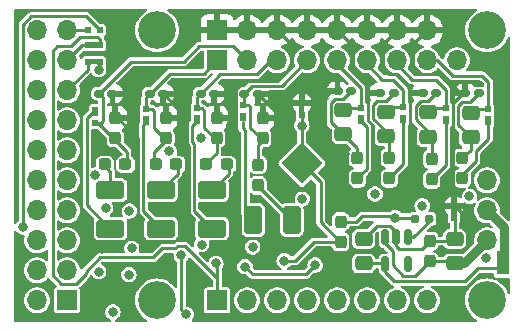
<source format=gbr>
%TF.GenerationSoftware,KiCad,Pcbnew,8.0.7*%
%TF.CreationDate,2024-12-23T22:59:07-05:00*%
%TF.ProjectId,tac5212_audio_board_single_ended,74616335-3231-4325-9f61-7564696f5f62,rev?*%
%TF.SameCoordinates,Original*%
%TF.FileFunction,Copper,L4,Bot*%
%TF.FilePolarity,Positive*%
%FSLAX46Y46*%
G04 Gerber Fmt 4.6, Leading zero omitted, Abs format (unit mm)*
G04 Created by KiCad (PCBNEW 8.0.7) date 2024-12-23 22:59:07*
%MOMM*%
%LPD*%
G01*
G04 APERTURE LIST*
G04 Aperture macros list*
%AMRoundRect*
0 Rectangle with rounded corners*
0 $1 Rounding radius*
0 $2 $3 $4 $5 $6 $7 $8 $9 X,Y pos of 4 corners*
0 Add a 4 corners polygon primitive as box body*
4,1,4,$2,$3,$4,$5,$6,$7,$8,$9,$2,$3,0*
0 Add four circle primitives for the rounded corners*
1,1,$1+$1,$2,$3*
1,1,$1+$1,$4,$5*
1,1,$1+$1,$6,$7*
1,1,$1+$1,$8,$9*
0 Add four rect primitives between the rounded corners*
20,1,$1+$1,$2,$3,$4,$5,0*
20,1,$1+$1,$4,$5,$6,$7,0*
20,1,$1+$1,$6,$7,$8,$9,0*
20,1,$1+$1,$8,$9,$2,$3,0*%
%AMRotRect*
0 Rectangle, with rotation*
0 The origin of the aperture is its center*
0 $1 length*
0 $2 width*
0 $3 Rotation angle, in degrees counterclockwise*
0 Add horizontal line*
21,1,$1,$2,0,0,$3*%
G04 Aperture macros list end*
%TA.AperFunction,EtchedComponent*%
%ADD10C,0.000000*%
%TD*%
%TA.AperFunction,ComponentPad*%
%ADD11R,1.700000X1.700000*%
%TD*%
%TA.AperFunction,ComponentPad*%
%ADD12O,1.700000X1.700000*%
%TD*%
%TA.AperFunction,ComponentPad*%
%ADD13C,3.200000*%
%TD*%
%TA.AperFunction,ComponentPad*%
%ADD14C,0.500000*%
%TD*%
%TA.AperFunction,SMDPad,CuDef*%
%ADD15RotRect,2.450000X2.450000X45.000000*%
%TD*%
%TA.AperFunction,SMDPad,CuDef*%
%ADD16RoundRect,0.250000X0.475000X-0.337500X0.475000X0.337500X-0.475000X0.337500X-0.475000X-0.337500X0*%
%TD*%
%TA.AperFunction,SMDPad,CuDef*%
%ADD17RoundRect,0.237500X-0.237500X0.300000X-0.237500X-0.300000X0.237500X-0.300000X0.237500X0.300000X0*%
%TD*%
%TA.AperFunction,SMDPad,CuDef*%
%ADD18R,0.500000X0.500000*%
%TD*%
%TA.AperFunction,SMDPad,CuDef*%
%ADD19R,0.500000X0.550000*%
%TD*%
%TA.AperFunction,ComponentPad*%
%ADD20R,0.500000X0.500000*%
%TD*%
%TA.AperFunction,SMDPad,CuDef*%
%ADD21RoundRect,0.160000X0.222500X0.160000X-0.222500X0.160000X-0.222500X-0.160000X0.222500X-0.160000X0*%
%TD*%
%TA.AperFunction,SMDPad,CuDef*%
%ADD22RoundRect,0.237500X-0.287500X-0.237500X0.287500X-0.237500X0.287500X0.237500X-0.287500X0.237500X0*%
%TD*%
%TA.AperFunction,SMDPad,CuDef*%
%ADD23RoundRect,0.237500X0.237500X-0.300000X0.237500X0.300000X-0.237500X0.300000X-0.237500X-0.300000X0*%
%TD*%
%TA.AperFunction,SMDPad,CuDef*%
%ADD24R,0.508000X0.500000*%
%TD*%
%TA.AperFunction,SMDPad,CuDef*%
%ADD25R,0.508000X0.508000*%
%TD*%
%TA.AperFunction,SMDPad,CuDef*%
%ADD26RoundRect,0.250001X0.924999X-0.499999X0.924999X0.499999X-0.924999X0.499999X-0.924999X-0.499999X0*%
%TD*%
%TA.AperFunction,SMDPad,CuDef*%
%ADD27R,1.000000X1.100000*%
%TD*%
%TA.AperFunction,SMDPad,CuDef*%
%ADD28R,0.500000X0.508000*%
%TD*%
%TA.AperFunction,SMDPad,CuDef*%
%ADD29RoundRect,0.250001X-0.499999X-0.924999X0.499999X-0.924999X0.499999X0.924999X-0.499999X0.924999X0*%
%TD*%
%TA.AperFunction,SMDPad,CuDef*%
%ADD30RoundRect,0.237500X0.287500X0.237500X-0.287500X0.237500X-0.287500X-0.237500X0.287500X-0.237500X0*%
%TD*%
%TA.AperFunction,SMDPad,CuDef*%
%ADD31RoundRect,0.160000X-0.222500X-0.160000X0.222500X-0.160000X0.222500X0.160000X-0.222500X0.160000X0*%
%TD*%
%TA.AperFunction,SMDPad,CuDef*%
%ADD32RoundRect,0.250000X-0.475000X0.337500X-0.475000X-0.337500X0.475000X-0.337500X0.475000X0.337500X0*%
%TD*%
%TA.AperFunction,SMDPad,CuDef*%
%ADD33RoundRect,0.150000X-0.150000X0.512500X-0.150000X-0.512500X0.150000X-0.512500X0.150000X0.512500X0*%
%TD*%
%TA.AperFunction,SMDPad,CuDef*%
%ADD34RoundRect,0.160000X-0.197500X-0.160000X0.197500X-0.160000X0.197500X0.160000X-0.197500X0.160000X0*%
%TD*%
%TA.AperFunction,SMDPad,CuDef*%
%ADD35RoundRect,0.237500X-0.237500X0.287500X-0.237500X-0.287500X0.237500X-0.287500X0.237500X0.287500X0*%
%TD*%
%TA.AperFunction,ViaPad*%
%ADD36C,0.800000*%
%TD*%
%TA.AperFunction,Conductor*%
%ADD37C,0.250000*%
%TD*%
%TA.AperFunction,Conductor*%
%ADD38C,0.750000*%
%TD*%
G04 APERTURE END LIST*
%TA.AperFunction,EtchedComponent*%
%TO.C,GND108*%
G36*
X108971000Y-106104000D02*
G01*
X109429000Y-106104000D01*
X109429000Y-106679000D01*
X108971000Y-106679000D01*
X108971000Y-106104000D01*
G37*
%TD.AperFunction*%
D10*
%TA.AperFunction,EtchedComponent*%
%TO.C,3V108*%
G36*
X126400000Y-119675000D02*
G01*
X126000000Y-119675000D01*
X126000000Y-119125000D01*
X126400000Y-119125000D01*
X126400000Y-119675000D01*
G37*
%TD.AperFunction*%
%TA.AperFunction,EtchedComponent*%
%TO.C,SDA108*%
G36*
X91321000Y-102629000D02*
G01*
X91896000Y-102629000D01*
X91896000Y-102171000D01*
X91321000Y-102171000D01*
X91321000Y-102629000D01*
G37*
%TD.AperFunction*%
%TA.AperFunction,EtchedComponent*%
%TO.C,SCL108*%
G36*
X91321000Y-101229000D02*
G01*
X91896000Y-101229000D01*
X91896000Y-100771000D01*
X91321000Y-100771000D01*
X91321000Y-101229000D01*
G37*
%TD.AperFunction*%
%TA.AperFunction,EtchedComponent*%
%TO.C,G119*%
G36*
X122329000Y-115379000D02*
G01*
X121871000Y-115379000D01*
X121871000Y-114804000D01*
X122329000Y-114804000D01*
X122329000Y-115379000D01*
G37*
%TD.AperFunction*%
%TD*%
D11*
%TO.P,board_outline108,1,HELD_HIGH*%
%TO.N,EN_HELD_HIGH*%
X89337500Y-122600000D03*
D12*
%TO.P,board_outline108,2,HELD_LOW*%
%TO.N,unconnected-(board_outline108-HELD_LOW-Pad2)*%
X86797500Y-122600000D03*
%TO.P,board_outline108,3,5V*%
%TO.N,Net-(5V108-B)*%
X89337500Y-120060000D03*
%TO.P,board_outline108,4,GNDD*%
%TO.N,GNDD*%
X86797500Y-120060000D03*
%TO.P,board_outline108,5,12V*%
%TO.N,unconnected-(board_outline108-12V-Pad5)*%
X89337500Y-117520000D03*
%TO.P,board_outline108,6,GNDD*%
%TO.N,GNDD*%
X86797500Y-117520000D03*
%TO.P,board_outline108,7,DSP_DOUT*%
%TO.N,5212_DOUT1+*%
X89337500Y-114980000D03*
%TO.P,board_outline108,8,GNDD*%
%TO.N,GNDD*%
X86797500Y-114980000D03*
%TO.P,board_outline108,9,DSP_DIN*%
%TO.N,5212_DIN1*%
X89337500Y-112440000D03*
%TO.P,board_outline108,10,GNDD*%
%TO.N,GNDD*%
X86797500Y-112440000D03*
%TO.P,board_outline108,11,BCLK*%
%TO.N,5212_BCLK1*%
X89337500Y-109900000D03*
%TO.P,board_outline108,12,GNDD*%
%TO.N,GNDD*%
X86797500Y-109900000D03*
%TO.P,board_outline108,13,LRCK*%
%TO.N,5212_LRCK1*%
X89337500Y-107360000D03*
%TO.P,board_outline108,14,GNDD*%
%TO.N,GNDD*%
X86797500Y-107360000D03*
%TO.P,board_outline108,15,SDA*%
%TO.N,DSP_SDA*%
X89337500Y-104820000D03*
%TO.P,board_outline108,16,GNDD*%
%TO.N,GNDD*%
X86797500Y-104820000D03*
%TO.P,board_outline108,17,SCL*%
%TO.N,DSP_SCL*%
X89337500Y-102280000D03*
%TO.P,board_outline108,18,GNDD*%
%TO.N,GNDD*%
X86797500Y-102280000D03*
%TO.P,board_outline108,19,MCLK*%
%TO.N,5212_MCLK1*%
X89337500Y-99740000D03*
%TO.P,board_outline108,20,GNDD*%
%TO.N,GNDD*%
X86797500Y-99740000D03*
D11*
%TO.P,board_outline108,21,OUTP*%
%TO.N,OUT1P+*%
X102047500Y-102285000D03*
%TO.P,board_outline108,22,AGND*%
%TO.N,Earth*%
X102047500Y-99745000D03*
D12*
%TO.P,board_outline108,23,OUT1M*%
%TO.N,OUT1M+*%
X104587500Y-102285000D03*
%TO.P,board_outline108,24,AGND*%
%TO.N,Earth*%
X104587500Y-99745000D03*
%TO.P,board_outline108,25,OUT2P*%
%TO.N,OUT2P+*%
X107127500Y-102285000D03*
%TO.P,board_outline108,26,AGND*%
%TO.N,Earth*%
X107127500Y-99745000D03*
%TO.P,board_outline108,27,OUT2M*%
%TO.N,OUT2M+*%
X109667500Y-102285000D03*
%TO.P,board_outline108,28,AGND*%
%TO.N,Earth*%
X109667500Y-99745000D03*
%TO.P,board_outline108,29,IN1P*%
%TO.N,IN1P+*%
X112207500Y-102285000D03*
%TO.P,board_outline108,30,AGND*%
%TO.N,Earth*%
X112207500Y-99745000D03*
%TO.P,board_outline108,31,IN1M*%
%TO.N,IN1M+*%
X114747500Y-102285000D03*
%TO.P,board_outline108,32,AGND*%
%TO.N,Earth*%
X114747500Y-99745000D03*
%TO.P,board_outline108,33,IN2P*%
%TO.N,IN2P+*%
X117287500Y-102285000D03*
%TO.P,board_outline108,34,AGND*%
%TO.N,Earth*%
X117287500Y-99745000D03*
%TO.P,board_outline108,35,IN2M*%
%TO.N,IN2M+*%
X119827500Y-102285000D03*
%TO.P,board_outline108,36,AGND*%
%TO.N,Earth*%
X119827500Y-99745000D03*
D11*
%TO.P,board_outline108,37,SCL*%
%TO.N,5212_SCL*%
X102047500Y-122605000D03*
D12*
%TO.P,board_outline108,38,SDA*%
%TO.N,5212_SDA*%
X104587500Y-122605000D03*
%TO.P,board_outline108,39,GNDD*%
%TO.N,GNDD*%
X107127500Y-122605000D03*
%TO.P,board_outline108,40,GPIO1*%
%TO.N,GPIO1*%
X109667500Y-122605000D03*
%TO.P,board_outline108,41,GPIO2*%
%TO.N,GPIO2*%
X112207500Y-122605000D03*
%TO.P,board_outline108,42,GPO1*%
%TO.N,GPO1*%
X114747500Y-122605000D03*
%TO.P,board_outline108,43,GPI1*%
%TO.N,GPI1*%
X117287500Y-122605000D03*
%TO.P,board_outline108,44,GNDD*%
%TO.N,GNDD*%
X119827500Y-122605000D03*
%TO.P,board_outline108,45,5V*%
%TO.N,5V*%
X124892500Y-117525000D03*
%TO.P,board_outline108,46,3.3V*%
%TO.N,3.3V_LDO*%
X124892500Y-114985000D03*
%TO.P,board_outline108,47,GNDD*%
%TO.N,GNDD*%
X124892500Y-112445000D03*
%TO.P,board_outline108,48,MIC_BIAS*%
%TO.N,MICBIAS*%
X122352500Y-102285000D03*
D13*
%TO.P,board_outline108,49,AGND*%
%TO.N,Net-(E108-B)*%
X96952500Y-99745000D03*
%TO.P,board_outline108,50,AGND*%
%TO.N,Net-(E109-B)*%
X124892500Y-99745000D03*
%TO.P,board_outline108,51,DGND*%
%TO.N,Net-(G117-A)*%
X96952500Y-122605000D03*
%TO.P,board_outline108,52,DGND*%
%TO.N,Net-(G118-A)*%
X124892500Y-122605000D03*
%TD*%
D14*
%TO.P,G110,1,1*%
%TO.N,Earth*%
X117100000Y-114000000D03*
%TD*%
%TO.P,G109,1,1*%
%TO.N,Earth*%
X99200000Y-117200000D03*
%TD*%
%TO.P,G112,1,1*%
%TO.N,Earth*%
X118400000Y-114000000D03*
%TD*%
%TO.P,G111,1,1*%
%TO.N,Earth*%
X92300000Y-118400000D03*
%TD*%
%TO.P,G113,1,1*%
%TO.N,Earth*%
X102600000Y-118400000D03*
%TD*%
%TO.P,TAC5212,25,VSS*%
%TO.N,GNDD*%
X108705025Y-111494975D03*
X108705025Y-110505025D03*
X109200000Y-111000000D03*
D15*
X109200000Y-111000000D03*
D14*
X109694975Y-111494975D03*
X109694975Y-110505025D03*
%TD*%
%TO.P,G115,1,1*%
%TO.N,Earth*%
X103200000Y-119300000D03*
%TD*%
%TO.P,G114,1,1*%
%TO.N,Earth*%
X123000000Y-115600000D03*
%TD*%
%TO.P,G116,1,1*%
%TO.N,Earth*%
X125900000Y-110200000D03*
%TD*%
%TO.P,G108,1,1*%
%TO.N,Earth*%
X115800000Y-114500000D03*
%TD*%
D16*
%TO.P,T\u002AC108,1*%
%TO.N,5V*%
X122134314Y-119475000D03*
%TO.P,T\u002AC108,2*%
%TO.N,Net-(G119-A)*%
X122134314Y-117400000D03*
%TD*%
D17*
%TO.P,C127,1*%
%TO.N,Net-(C127-Pad1)*%
X113900000Y-110537500D03*
%TO.P,C127,2*%
%TO.N,IN1P*%
X113900000Y-112262500D03*
%TD*%
D18*
%TO.P,OP2,1,1*%
%TO.N,OUT2P+*%
X100300000Y-106325000D03*
D19*
%TO.P,OP2,2,2*%
%TO.N,OUT2P*%
X100300000Y-107200000D03*
D20*
X100300000Y-107425000D03*
%TD*%
D21*
%TO.P,D111,1,K*%
%TO.N,OUT2M+*%
X104327500Y-105100000D03*
%TO.P,D111,2,K*%
%TO.N,Earth*%
X105472500Y-105100000D03*
%TD*%
D22*
%TO.P,R108,1*%
%TO.N,OUT1P+*%
X96825000Y-111100000D03*
%TO.P,R108,2*%
%TO.N,Net-(C110-Pad2)*%
X98575000Y-111100000D03*
%TD*%
D18*
%TO.P,INP2,1,1*%
%TO.N,IN2P+*%
X121400000Y-106335000D03*
D19*
%TO.P,INP2,2,2*%
%TO.N,IN2P*%
X121400000Y-107210000D03*
D20*
X121400000Y-107435000D03*
%TD*%
D23*
%TO.P,T\u002AC109,1*%
%TO.N,5V*%
X120034314Y-119300000D03*
%TO.P,T\u002AC109,2*%
%TO.N,Net-(G119-A)*%
X120034314Y-117575000D03*
%TD*%
D17*
%TO.P,C124,1*%
%TO.N,Net-(C124-Pad1)*%
X122800000Y-110537500D03*
%TO.P,C124,2*%
%TO.N,IN2M*%
X122800000Y-112262500D03*
%TD*%
D24*
%TO.P,GND108,1,A*%
%TO.N,GNDD*%
X109200000Y-106904000D03*
D25*
%TO.P,GND108,2,B*%
%TO.N,Earth*%
X109200000Y-105900000D03*
%TD*%
D17*
%TO.P,C125,1*%
%TO.N,Net-(C125-Pad1)*%
X120200000Y-110637500D03*
%TO.P,C125,2*%
%TO.N,IN2P*%
X120200000Y-112362500D03*
%TD*%
D18*
%TO.P,INM2,1,1*%
%TO.N,IN2M+*%
X125000000Y-106382500D03*
D19*
%TO.P,INM2,2,2*%
%TO.N,IN2M*%
X125000000Y-107257500D03*
D20*
X125000000Y-107482500D03*
%TD*%
D26*
%TO.P,C114,1*%
%TO.N,OUT1M*%
X93000000Y-116525000D03*
%TO.P,C114,2*%
%TO.N,Net-(C114-Pad2)*%
X93000000Y-113275000D03*
%TD*%
D16*
%TO.P,T\u002AC110,1*%
%TO.N,3.3V_A*%
X114434314Y-119475000D03*
%TO.P,T\u002AC110,2*%
%TO.N,Net-(G119-A)*%
X114434314Y-117400000D03*
%TD*%
D18*
%TO.P,OM2,1,1*%
%TO.N,OUT2M+*%
X104200000Y-106100000D03*
D19*
%TO.P,OM2,2,2*%
%TO.N,OUT2M*%
X104200000Y-106975000D03*
D20*
X104200000Y-107200000D03*
%TD*%
D27*
%TO.P,3V108,1,A*%
%TO.N,3.3V_A*%
X126200000Y-119904000D03*
%TO.P,3V108,2,B*%
%TO.N,3.3V_LDO*%
X126200000Y-118900000D03*
%TD*%
D28*
%TO.P,SDA108,1,A*%
%TO.N,DSP_SDA*%
X91096000Y-102400000D03*
D25*
%TO.P,SDA108,2,B*%
%TO.N,5212_SDA*%
X92100000Y-102400000D03*
%TD*%
%TO.P,MCLK108,1,1*%
%TO.N,5212_MCLK1*%
X91100000Y-99700000D03*
%TO.P,MCLK108,2,2*%
%TO.N,GPI1*%
X92100000Y-99700000D03*
%TD*%
D29*
%TO.P,C122,1*%
%TO.N,OUT2M*%
X105100001Y-115800000D03*
%TO.P,C122,2*%
%TO.N,Net-(C122-Pad2)*%
X108350001Y-115800000D03*
%TD*%
D28*
%TO.P,SCL108,1,A*%
%TO.N,DSP_SCL*%
X91096000Y-101000000D03*
D25*
%TO.P,SCL108,2,B*%
%TO.N,5212_SCL*%
X92100000Y-101000000D03*
%TD*%
D30*
%TO.P,R109,1*%
%TO.N,OUT1M+*%
X94275000Y-111100000D03*
%TO.P,R109,2*%
%TO.N,Net-(C114-Pad2)*%
X92525000Y-111100000D03*
%TD*%
D31*
%TO.P,D113,1,K*%
%TO.N,Net-(C125-Pad1)*%
X120572500Y-105035000D03*
%TO.P,D113,2,K*%
%TO.N,Earth*%
X119427500Y-105035000D03*
%TD*%
D32*
%TO.P,FB110,1*%
%TO.N,IN1M+*%
X116300000Y-106625000D03*
%TO.P,FB110,2*%
%TO.N,Net-(C126-Pad1)*%
X116300000Y-108700000D03*
%TD*%
%TO.P,FB111,1*%
%TO.N,IN1P+*%
X112700000Y-106462500D03*
%TO.P,FB111,2*%
%TO.N,Net-(C127-Pad1)*%
X112700000Y-108537500D03*
%TD*%
D22*
%TO.P,R111,1*%
%TO.N,OUT2P+*%
X101125000Y-111100000D03*
%TO.P,R111,2*%
%TO.N,Net-(C120-Pad2)*%
X102875000Y-111100000D03*
%TD*%
D31*
%TO.P,D112,1,K*%
%TO.N,Net-(C124-Pad1)*%
X124172500Y-105082500D03*
%TO.P,D112,2,K*%
%TO.N,Earth*%
X123027500Y-105082500D03*
%TD*%
D23*
%TO.P,C123,1*%
%TO.N,OUT2M+*%
X105900000Y-108862500D03*
%TO.P,C123,2*%
%TO.N,Earth*%
X105900000Y-107137500D03*
%TD*%
D33*
%TO.P,U109,1,IN*%
%TO.N,5V*%
X116261814Y-117277500D03*
%TO.P,U109,2,GND*%
%TO.N,Net-(G119-A)*%
X117211814Y-117277500D03*
%TO.P,U109,3,EN*%
%TO.N,Net-(U109-EN)*%
X118161814Y-117277500D03*
%TO.P,U109,4,NC*%
%TO.N,unconnected-(U109-NC-Pad4)*%
X118161814Y-119552500D03*
%TO.P,U109,5,OUT*%
%TO.N,3.3V_A*%
X116261814Y-119552500D03*
%TD*%
D21*
%TO.P,D108,1,K*%
%TO.N,OUT1P+*%
X96327500Y-105100000D03*
%TO.P,D108,2,K*%
%TO.N,Earth*%
X97472500Y-105100000D03*
%TD*%
D23*
%TO.P,C113,1*%
%TO.N,OUT1P+*%
X97700000Y-108862500D03*
%TO.P,C113,2*%
%TO.N,Earth*%
X97700000Y-107137500D03*
%TD*%
D17*
%TO.P,C126,1*%
%TO.N,Net-(C126-Pad1)*%
X116600000Y-110537500D03*
%TO.P,C126,2*%
%TO.N,IN1M*%
X116600000Y-112262500D03*
%TD*%
D21*
%TO.P,D110,1,K*%
%TO.N,OUT2P+*%
X100627500Y-105100000D03*
%TO.P,D110,2,K*%
%TO.N,Earth*%
X101772500Y-105100000D03*
%TD*%
D26*
%TO.P,C110,1*%
%TO.N,OUT1P*%
X97300000Y-116525000D03*
%TO.P,C110,2*%
%TO.N,Net-(C110-Pad2)*%
X97300000Y-113275000D03*
%TD*%
D21*
%TO.P,D109,1,K*%
%TO.N,OUT1M+*%
X92027500Y-105100000D03*
%TO.P,D109,2,K*%
%TO.N,Earth*%
X93172500Y-105100000D03*
%TD*%
D34*
%TO.P,R127,1*%
%TO.N,EN_HELD_HIGH*%
X118802500Y-115700000D03*
%TO.P,R127,2*%
%TO.N,Net-(U109-EN)*%
X119997500Y-115700000D03*
%TD*%
D23*
%TO.P,C121,1*%
%TO.N,OUT2P+*%
X102000000Y-108862500D03*
%TO.P,C121,2*%
%TO.N,Earth*%
X102000000Y-107137500D03*
%TD*%
D26*
%TO.P,C120,1*%
%TO.N,OUT2P*%
X101600000Y-116525000D03*
%TO.P,C120,2*%
%TO.N,Net-(C120-Pad2)*%
X101600000Y-113275000D03*
%TD*%
D31*
%TO.P,D114,1,K*%
%TO.N,Net-(C126-Pad1)*%
X116972500Y-105035000D03*
%TO.P,D114,2,K*%
%TO.N,Earth*%
X115827500Y-105035000D03*
%TD*%
D18*
%TO.P,OP1,1,1*%
%TO.N,OUT1P+*%
X96000000Y-106400000D03*
D19*
%TO.P,OP1,2,2*%
%TO.N,OUT1P*%
X96000000Y-107275000D03*
D20*
X96000000Y-107500000D03*
%TD*%
D35*
%TO.P,R116,1*%
%TO.N,OUT2M+*%
X105500000Y-111125000D03*
%TO.P,R116,2*%
%TO.N,Net-(C122-Pad2)*%
X105500000Y-112875000D03*
%TD*%
D18*
%TO.P,INM1,1,1*%
%TO.N,IN1M+*%
X117800000Y-106262500D03*
D19*
%TO.P,INM1,2,2*%
%TO.N,IN1M*%
X117800000Y-107137500D03*
D20*
X117800000Y-107362500D03*
%TD*%
D32*
%TO.P,FB109,1*%
%TO.N,IN2P+*%
X119900000Y-106697500D03*
%TO.P,FB109,2*%
%TO.N,Net-(C125-Pad1)*%
X119900000Y-108772500D03*
%TD*%
D24*
%TO.P,G119,1,A*%
%TO.N,Net-(G119-A)*%
X122100000Y-115604000D03*
D25*
%TO.P,G119,2,B*%
%TO.N,Earth*%
X122100000Y-114600000D03*
%TD*%
D32*
%TO.P,FB108,1*%
%TO.N,IN2M+*%
X123500000Y-106735000D03*
%TO.P,FB108,2*%
%TO.N,Net-(C124-Pad1)*%
X123500000Y-108810000D03*
%TD*%
D31*
%TO.P,D115,1,K*%
%TO.N,Net-(C127-Pad1)*%
X113372500Y-104900000D03*
%TO.P,D115,2,K*%
%TO.N,Earth*%
X112227500Y-104900000D03*
%TD*%
D17*
%TO.P,C129,1*%
%TO.N,EN_HELD_HIGH*%
X112500000Y-115937499D03*
%TO.P,C129,2*%
%TO.N,GNDD*%
X112500000Y-117662501D03*
%TD*%
D18*
%TO.P,OM1,1,1*%
%TO.N,OUT1M+*%
X91700000Y-107600000D03*
%TO.P,OM1,2,2*%
%TO.N,OUT1M*%
X91700000Y-106750000D03*
D20*
X91700000Y-106500000D03*
%TD*%
D23*
%TO.P,C117,1*%
%TO.N,OUT1M+*%
X93400000Y-108862500D03*
%TO.P,C117,2*%
%TO.N,Earth*%
X93400000Y-107137500D03*
%TD*%
D18*
%TO.P,INP1,1,1*%
%TO.N,IN1P+*%
X114200000Y-106325000D03*
D19*
%TO.P,INP1,2,2*%
%TO.N,IN1P*%
X114200000Y-107200000D03*
D20*
X114200000Y-107425000D03*
%TD*%
D36*
%TO.N,GNDD*%
X92600000Y-114800000D03*
X99400000Y-123800000D03*
X91719599Y-111998440D03*
X119400000Y-114600000D03*
X109200000Y-107800000D03*
X107711709Y-119246986D03*
X94800000Y-118200000D03*
X109250000Y-113985355D03*
X98000000Y-110000000D03*
X99000000Y-118800000D03*
X115400000Y-113600000D03*
X124800000Y-119000000D03*
X123400000Y-113800000D03*
X100718700Y-117875000D03*
X93200000Y-123600000D03*
%TO.N,5V*%
X94569964Y-120430000D03*
%TO.N,Earth*%
X94600000Y-105800000D03*
X94400000Y-101000000D03*
X91800000Y-123600000D03*
X103224739Y-107762663D03*
X126400000Y-113600000D03*
X112825000Y-110225000D03*
X96200000Y-103200000D03*
X94400000Y-98400000D03*
X108200000Y-105200000D03*
X111200000Y-104200000D03*
X124064601Y-102335399D03*
%TO.N,EN_HELD_HIGH*%
X117100000Y-115600000D03*
%TO.N,5212_SCL*%
X101934085Y-119475000D03*
%TO.N,5212_SDA*%
X92004802Y-120161926D03*
X92007954Y-103082209D03*
%TO.N,3.3V_LDO*%
X100675000Y-108873986D03*
X94600000Y-115050000D03*
X105050000Y-118075008D03*
%TO.N,GPI1*%
X85600000Y-116400000D03*
%TO.N,Net-(PU_EN108-Pad1)*%
X110338844Y-119622742D03*
X104393867Y-119750361D03*
%TD*%
D37*
%TO.N,GNDD*%
X99000000Y-118800000D02*
X99000000Y-123400000D01*
X110237499Y-117662501D02*
X112500000Y-117662501D01*
X109200000Y-111000000D02*
X110800000Y-112600000D01*
X109200000Y-107800000D02*
X109200000Y-106904000D01*
X109200000Y-107804000D02*
X109200000Y-109515076D01*
X110800000Y-112600000D02*
X110800000Y-116000000D01*
X108653014Y-119246986D02*
X110237499Y-117662501D01*
X112462501Y-117662501D02*
X112500000Y-117662501D01*
X110800000Y-116000000D02*
X112462501Y-117662501D01*
X107711709Y-119246986D02*
X108653014Y-119246986D01*
X99000000Y-123400000D02*
X99400000Y-123800000D01*
%TO.N,5V*%
X116900000Y-119629094D02*
X116900000Y-118400000D01*
X117810906Y-120540000D02*
X116900000Y-119629094D01*
X116900000Y-118400000D02*
X116261814Y-117761814D01*
X120034314Y-119300000D02*
X121959314Y-119300000D01*
D38*
X122134314Y-119475000D02*
X122942500Y-119475000D01*
X122942500Y-119475000D02*
X124892500Y-117525000D01*
D37*
X120034314Y-119300000D02*
X118794314Y-120540000D01*
X121959314Y-119300000D02*
X122134314Y-119475000D01*
X118794314Y-120540000D02*
X117810906Y-120540000D01*
X116261814Y-117761814D02*
X116261814Y-117277500D01*
%TO.N,Earth*%
X124064601Y-102335400D02*
X124064601Y-102335399D01*
X114260799Y-104060799D02*
X114260799Y-103460000D01*
X104653966Y-117300000D02*
X109095101Y-117300000D01*
X99625000Y-109556398D02*
X99450000Y-109381398D01*
X103925000Y-108605000D02*
X103620000Y-108300000D01*
X115200000Y-107793996D02*
X114800000Y-107393996D01*
X114800000Y-107393996D02*
X114800000Y-104600000D01*
X116112500Y-100920000D02*
X117287500Y-99745000D01*
X119340799Y-103460000D02*
X118652500Y-102771701D01*
X125900000Y-110200000D02*
X125900000Y-104170799D01*
X103620000Y-104734672D02*
X104354672Y-104000000D01*
X121474201Y-99745000D02*
X119827500Y-99745000D01*
X122000000Y-105900000D02*
X122817500Y-105082500D01*
X90512500Y-105351430D02*
X92003681Y-103860249D01*
X117100000Y-114000000D02*
X116900000Y-114000000D01*
X114797924Y-114500000D02*
X112900000Y-112602076D01*
X104354672Y-104000000D02*
X107074201Y-104000000D01*
X118400000Y-114000000D02*
X118400000Y-112525000D01*
X111700000Y-104900000D02*
X112227500Y-104900000D01*
X118652500Y-100920000D02*
X119827500Y-99745000D01*
X108985355Y-113260355D02*
X106950000Y-111225000D01*
X112900000Y-110370100D02*
X111200000Y-108670100D01*
X109975000Y-116420101D02*
X109975000Y-113685050D01*
X116900000Y-114000000D02*
X115200000Y-112300000D01*
X116560000Y-103460000D02*
X116112500Y-103012500D01*
X103620000Y-108157924D02*
X103224739Y-107762663D01*
X108302500Y-100920000D02*
X107127500Y-99745000D01*
X108302500Y-102771701D02*
X108302500Y-100920000D01*
X125900000Y-104170799D02*
X124064601Y-102335400D01*
X113572500Y-101110000D02*
X112207500Y-99745000D01*
X123000000Y-115600000D02*
X123000000Y-115479000D01*
X98613604Y-101670000D02*
X100538604Y-99745000D01*
X109550305Y-113260355D02*
X108985355Y-113260355D01*
X122000000Y-114479000D02*
X122000000Y-105900000D01*
X118375000Y-112500000D02*
X118375000Y-104675000D01*
X106950000Y-106577500D02*
X105472500Y-105100000D01*
X115200000Y-112300000D02*
X115200000Y-107793996D01*
X122582500Y-105082500D02*
X120960000Y-103460000D01*
X90512500Y-116612500D02*
X90512500Y-105351430D01*
X112900000Y-112602076D02*
X112900000Y-110370100D01*
X123000000Y-115479000D02*
X122000000Y-114479000D01*
X103200000Y-118753966D02*
X104653966Y-117300000D01*
X95325000Y-116445100D02*
X95325000Y-108887500D01*
X102000000Y-107350000D02*
X102000000Y-106962500D01*
X103200000Y-119300000D02*
X103200000Y-118753966D01*
X118652500Y-102771701D02*
X118652500Y-100920000D01*
X95325000Y-108887500D02*
X93400000Y-106962500D01*
X107074201Y-104000000D02*
X108302500Y-102771701D01*
X111200000Y-105400000D02*
X111700000Y-104900000D01*
X115800000Y-114500000D02*
X114797924Y-114500000D01*
X99625000Y-116775000D02*
X99625000Y-109556398D01*
X122817500Y-105082500D02*
X123027500Y-105082500D01*
X109975000Y-113685050D02*
X109550305Y-113260355D01*
X118400000Y-112525000D02*
X118375000Y-112500000D01*
X103620000Y-108300000D02*
X103620000Y-104734672D01*
X93370100Y-118400000D02*
X95325000Y-116445100D01*
X92300000Y-118400000D02*
X93370100Y-118400000D01*
X92325930Y-103860249D02*
X94516179Y-101670000D01*
X114260799Y-103460000D02*
X113572500Y-102771701D01*
X116112500Y-103012500D02*
X116112500Y-100920000D01*
X103925000Y-117075000D02*
X103925000Y-108605000D01*
X114800000Y-104600000D02*
X114260799Y-104060799D01*
X123027500Y-105082500D02*
X122582500Y-105082500D01*
X117160000Y-103460000D02*
X116560000Y-103460000D01*
X92300000Y-118400000D02*
X90512500Y-116612500D01*
X113572500Y-102771701D02*
X113572500Y-101110000D01*
X99450000Y-109381398D02*
X99450000Y-107077500D01*
X109095101Y-117300000D02*
X109975000Y-116420101D01*
X99200000Y-117200000D02*
X99625000Y-116775000D01*
X92003681Y-103860249D02*
X92325930Y-103860249D01*
X99450000Y-107077500D02*
X97472500Y-105100000D01*
X100538604Y-99745000D02*
X102047500Y-99745000D01*
X103620000Y-108300000D02*
X103620000Y-108157924D01*
X111200000Y-108670100D02*
X111200000Y-105400000D01*
X102600000Y-118400000D02*
X103925000Y-117075000D01*
X106950000Y-111225000D02*
X106950000Y-106577500D01*
X124064600Y-102335399D02*
X121474201Y-99745000D01*
X94516179Y-101670000D02*
X98613604Y-101670000D01*
X120960000Y-103460000D02*
X119340799Y-103460000D01*
X124064601Y-102335399D02*
X124064600Y-102335399D01*
X118375000Y-104675000D02*
X117160000Y-103460000D01*
%TO.N,EN_HELD_HIGH*%
X113825002Y-115937499D02*
X112500000Y-115937499D01*
X117000000Y-115600000D02*
X116900000Y-115500000D01*
X117100000Y-115600000D02*
X118702500Y-115600000D01*
X116900000Y-115500000D02*
X114262501Y-115500000D01*
X117100000Y-115600000D02*
X117000000Y-115600000D01*
X114262501Y-115500000D02*
X113825002Y-115937499D01*
X117200000Y-115700000D02*
X117100000Y-115600000D01*
X118702500Y-115600000D02*
X118802500Y-115700000D01*
%TO.N,IN2P*%
X120200000Y-112362500D02*
X121400000Y-111162500D01*
X121400000Y-111162500D02*
X121400000Y-107435000D01*
%TO.N,IN1M*%
X116600000Y-112262500D02*
X117800000Y-111062500D01*
X117800000Y-111062500D02*
X117800000Y-107362500D01*
%TO.N,IN1P*%
X113900000Y-112262500D02*
X114700000Y-111462500D01*
X114700000Y-107930392D02*
X114200000Y-107430392D01*
X114200000Y-107430392D02*
X114200000Y-107425000D01*
X114700000Y-111462500D02*
X114700000Y-107930392D01*
%TO.N,Net-(C110-Pad2)*%
X98700000Y-111100000D02*
X98700000Y-111875000D01*
X98700000Y-111875000D02*
X97300000Y-113275000D01*
%TO.N,IN2M*%
X123950000Y-109992600D02*
X125000000Y-108942600D01*
X122800000Y-112262500D02*
X122800000Y-111977076D01*
X123950000Y-110827076D02*
X123950000Y-109992600D01*
X122800000Y-111977076D02*
X123950000Y-110827076D01*
X125000000Y-108942600D02*
X125000000Y-107482500D01*
%TO.N,OUT1P*%
X95775000Y-115000000D02*
X95775000Y-107725000D01*
X97300000Y-116525000D02*
X95775000Y-115000000D01*
X95775000Y-107725000D02*
X96000000Y-107500000D01*
%TO.N,Net-(C114-Pad2)*%
X93000000Y-113275000D02*
X93000000Y-111700000D01*
X93000000Y-111700000D02*
X92400000Y-111100000D01*
%TO.N,OUT1M*%
X90994599Y-114519599D02*
X93000000Y-116525000D01*
X90994599Y-107205401D02*
X90994599Y-114519599D01*
X91700000Y-106500000D02*
X90994599Y-107205401D01*
%TO.N,OUT2P*%
X100075000Y-115000000D02*
X100075000Y-109370002D01*
X99900000Y-107825000D02*
X100300000Y-107425000D01*
X99900000Y-109195002D02*
X99900000Y-107825000D01*
X101600000Y-116525000D02*
X100075000Y-115000000D01*
X100075000Y-109370002D02*
X99900000Y-109195002D01*
%TO.N,OUT2M*%
X104200000Y-108000000D02*
X104200000Y-107500000D01*
X105100001Y-115800000D02*
X104400000Y-115099999D01*
X104400000Y-115099999D02*
X104400000Y-108200000D01*
X104400000Y-108200000D02*
X104200000Y-108000000D01*
%TO.N,Net-(C120-Pad2)*%
X103000000Y-111875000D02*
X101600000Y-113275000D01*
X103000000Y-111100000D02*
X103000000Y-111875000D01*
%TO.N,Net-(C122-Pad2)*%
X105550001Y-113000000D02*
X108350001Y-115800000D01*
X105500000Y-113000000D02*
X105550001Y-113000000D01*
%TO.N,Net-(C124-Pad1)*%
X122450000Y-106152400D02*
X122779900Y-105822500D01*
X122779900Y-105822500D02*
X123432501Y-105822500D01*
X123500000Y-108810000D02*
X122450000Y-107760000D01*
X123432501Y-105822500D02*
X124172501Y-105082500D01*
X123500000Y-109837500D02*
X123500000Y-108810000D01*
X122450000Y-107760000D02*
X122450000Y-106152400D01*
X122800000Y-110537500D02*
X123500000Y-109837500D01*
%TO.N,Net-(C125-Pad1)*%
X119907501Y-105700000D02*
X120572501Y-105035000D01*
X119264900Y-105700000D02*
X119907501Y-105700000D01*
X118850000Y-106114900D02*
X119264900Y-105700000D01*
X120200000Y-110637500D02*
X120200000Y-109072500D01*
X120200000Y-109072500D02*
X119900000Y-108772500D01*
X118850000Y-107280100D02*
X118850000Y-106114900D01*
X119900000Y-108330100D02*
X118850000Y-107280100D01*
X119900000Y-108772500D02*
X119900000Y-108330100D01*
%TO.N,Net-(C126-Pad1)*%
X116300000Y-108700000D02*
X116300000Y-108257600D01*
X115250000Y-107207600D02*
X115250000Y-106042400D01*
X116600000Y-109000000D02*
X116300000Y-108700000D01*
X115250000Y-106042400D02*
X115592400Y-105700000D01*
X116600000Y-110537500D02*
X116600000Y-109000000D01*
X116307501Y-105700000D02*
X116972501Y-105035000D01*
X115592400Y-105700000D02*
X116307501Y-105700000D01*
X116300000Y-108257600D02*
X115250000Y-107207600D01*
%TO.N,5212_SCL*%
X97400000Y-118200000D02*
X96625000Y-118975000D01*
X96625000Y-118975000D02*
X92095711Y-118975000D01*
X98678984Y-118025000D02*
X98503984Y-118200000D01*
X99321016Y-118025000D02*
X98678984Y-118025000D01*
X88100000Y-101500000D02*
X88495000Y-101105000D01*
X88100000Y-120484201D02*
X88100000Y-101500000D01*
X102047500Y-122605000D02*
X102047500Y-120751484D01*
X89634201Y-101105000D02*
X90439201Y-100300000D01*
X92100000Y-100496000D02*
X92100000Y-101000000D01*
X90900000Y-120400000D02*
X90065000Y-121235000D01*
X90900000Y-120170711D02*
X90900000Y-120400000D01*
X92095711Y-118975000D02*
X90900000Y-120170711D01*
X90439201Y-100300000D02*
X91904000Y-100300000D01*
X102047500Y-119588415D02*
X101934085Y-119475000D01*
X98503984Y-118200000D02*
X97400000Y-118200000D01*
X88495000Y-101105000D02*
X89634201Y-101105000D01*
X90065000Y-121235000D02*
X88850799Y-121235000D01*
X102047500Y-122605000D02*
X102047500Y-119588415D01*
X102047500Y-120751484D02*
X99321016Y-118025000D01*
X88850799Y-121235000D02*
X88100000Y-120484201D01*
X91904000Y-100300000D02*
X92100000Y-100496000D01*
%TO.N,5212_SDA*%
X92100000Y-102400000D02*
X92100000Y-102990163D01*
X92100000Y-102990163D02*
X92007954Y-103082209D01*
D38*
%TO.N,3.3V_LDO*%
X126317500Y-116410000D02*
X124892500Y-114985000D01*
X126317500Y-118782501D02*
X126317500Y-116410000D01*
X126200000Y-118900001D02*
X126317500Y-118782501D01*
D37*
%TO.N,Net-(C127-Pad1)*%
X111650000Y-107487500D02*
X111650000Y-105879900D01*
X112727501Y-105545000D02*
X113372501Y-104900000D01*
X111984900Y-105545000D02*
X112727501Y-105545000D01*
X113900000Y-110537500D02*
X113900000Y-109737500D01*
X111650000Y-105879900D02*
X111984900Y-105545000D01*
X112700000Y-108537500D02*
X111650000Y-107487500D01*
X113900000Y-109737500D02*
X112700000Y-108537500D01*
%TO.N,5212_MCLK1*%
X89377500Y-99700000D02*
X89337500Y-99740000D01*
X91100000Y-99700000D02*
X89377500Y-99700000D01*
%TO.N,GPI1*%
X92100000Y-99700000D02*
X90965000Y-98565000D01*
X90965000Y-98565000D02*
X86310799Y-98565000D01*
X85600000Y-99275799D02*
X85600000Y-116400000D01*
X86310799Y-98565000D02*
X85600000Y-99275799D01*
%TO.N,Net-(G119-A)*%
X122134314Y-117400000D02*
X122134314Y-115638314D01*
X120034314Y-117575000D02*
X121959314Y-117575000D01*
X116693984Y-116290000D02*
X115544314Y-116290000D01*
X121959314Y-117575000D02*
X122134314Y-117400000D01*
X115544314Y-116290000D02*
X114434314Y-117400000D01*
X117465000Y-118265000D02*
X117211814Y-118011814D01*
X117211814Y-116807830D02*
X116693984Y-116290000D01*
X117211814Y-118011814D02*
X117211814Y-117277500D01*
X117211814Y-117277500D02*
X117211814Y-116807830D01*
X122134314Y-115638314D02*
X122100000Y-115604000D01*
X119344314Y-118265000D02*
X117465000Y-118265000D01*
X120034314Y-117575000D02*
X119344314Y-118265000D01*
%TO.N,DSP_SCL*%
X91096000Y-101000000D02*
X90617500Y-101000000D01*
X90617500Y-101000000D02*
X89337500Y-102280000D01*
%TO.N,DSP_SDA*%
X91096000Y-103061500D02*
X91096000Y-102400000D01*
X89337500Y-104820000D02*
X91096000Y-103061500D01*
%TO.N,OUT1M+*%
X91962500Y-107600000D02*
X93400000Y-109037500D01*
X94400000Y-110037500D02*
X93400000Y-109037500D01*
X92350000Y-107450000D02*
X92350000Y-105422500D01*
X104587500Y-102285000D02*
X103412500Y-101110000D01*
X99200000Y-102400000D02*
X94727500Y-102400000D01*
X103412500Y-101110000D02*
X100490000Y-101110000D01*
X91700000Y-107600000D02*
X92200000Y-107600000D01*
X94727500Y-102400000D02*
X92027500Y-105100000D01*
X91700000Y-107600000D02*
X91962500Y-107600000D01*
X92350000Y-105422500D02*
X92027500Y-105100000D01*
X92200000Y-107600000D02*
X92350000Y-107450000D01*
X100490000Y-101110000D02*
X99200000Y-102400000D01*
X94400000Y-111100000D02*
X94400000Y-110037500D01*
%TO.N,OUT2M+*%
X104327500Y-105100000D02*
X104972500Y-104455000D01*
X104850000Y-107987500D02*
X104850000Y-106250000D01*
X104327500Y-105972500D02*
X104200000Y-106100000D01*
X105500000Y-111000000D02*
X105500000Y-109437500D01*
X104972500Y-104455000D02*
X107497500Y-104455000D01*
X105900000Y-109037500D02*
X104850000Y-107987500D01*
X104700000Y-106100000D02*
X104200000Y-106100000D01*
X104327500Y-105100000D02*
X104327500Y-105972500D01*
X104850000Y-106250000D02*
X104700000Y-106100000D01*
X105500000Y-109437500D02*
X105900000Y-109037500D01*
X107497500Y-104455000D02*
X109667500Y-102285000D01*
%TO.N,OUT2P+*%
X100300000Y-105427500D02*
X100627500Y-105100000D01*
X100627500Y-105100000D02*
X102267500Y-103460000D01*
X102000000Y-109037500D02*
X100950000Y-107987500D01*
X100300000Y-106325000D02*
X100300000Y-105427500D01*
X102000000Y-110100000D02*
X101000000Y-111100000D01*
X100725000Y-106325000D02*
X100300000Y-106325000D01*
X102267500Y-103460000D02*
X105403276Y-103460000D01*
X105403276Y-103460000D02*
X106578276Y-102285000D01*
X106578276Y-102285000D02*
X107127500Y-102285000D01*
X100950000Y-106550000D02*
X100725000Y-106325000D01*
X100950000Y-107987500D02*
X100950000Y-106550000D01*
X102000000Y-109037500D02*
X102000000Y-110100000D01*
%TO.N,IN1M+*%
X115972500Y-103910000D02*
X114347500Y-102285000D01*
X116662500Y-106262500D02*
X117800000Y-106262500D01*
X116920328Y-103910000D02*
X115972500Y-103910000D01*
X117800000Y-106262500D02*
X117800000Y-104789672D01*
X116300000Y-106625000D02*
X116662500Y-106262500D01*
X117800000Y-104789672D02*
X116920328Y-103910000D01*
%TO.N,IN1P+*%
X114200000Y-106325000D02*
X114200000Y-104654671D01*
X114200000Y-104654671D02*
X111830329Y-102285000D01*
X112700000Y-106462500D02*
X112837500Y-106325000D01*
X112837500Y-106325000D02*
X114200000Y-106325000D01*
X112230329Y-102285000D02*
X112207500Y-102285000D01*
%TO.N,IN2P+*%
X120262500Y-106335000D02*
X121400000Y-106335000D01*
X121400000Y-104789672D02*
X120560328Y-103950000D01*
X118552500Y-103950000D02*
X116887500Y-102285000D01*
X120560328Y-103950000D02*
X118552500Y-103950000D01*
X119900000Y-106697500D02*
X120262500Y-106335000D01*
X121400000Y-106335000D02*
X121400000Y-104789672D01*
%TO.N,IN2M+*%
X120690799Y-102285000D02*
X122005799Y-103600000D01*
X124500000Y-103600000D02*
X125000000Y-104100000D01*
X123500000Y-106735000D02*
X123852500Y-106382500D01*
X123852500Y-106382500D02*
X125000000Y-106382500D01*
X125000000Y-104100000D02*
X125000000Y-106382500D01*
X119827500Y-102285000D02*
X120690799Y-102285000D01*
X122005799Y-103600000D02*
X124500000Y-103600000D01*
%TO.N,OUT1P+*%
X96327500Y-105100000D02*
X98027500Y-103400000D01*
X96500000Y-106400000D02*
X96000000Y-106400000D01*
X96650000Y-106550000D02*
X96500000Y-106400000D01*
X96700000Y-110037500D02*
X97700000Y-109037500D01*
X97700000Y-109037500D02*
X96650000Y-107987500D01*
X96650000Y-107987500D02*
X96650000Y-106550000D01*
X96000000Y-105427500D02*
X96327500Y-105100000D01*
X100932500Y-103400000D02*
X102047500Y-102285000D01*
X96000000Y-106400000D02*
X96000000Y-105427500D01*
X98027500Y-103400000D02*
X100932500Y-103400000D01*
X96700000Y-111100000D02*
X96700000Y-110037500D01*
%TO.N,3.3V_A*%
X114434314Y-119475000D02*
X116184314Y-119475000D01*
X123010000Y-120990000D02*
X124096000Y-119904000D01*
X116261814Y-119552500D02*
X116261814Y-120214999D01*
X124096000Y-119904000D02*
X126200000Y-119904000D01*
X116261814Y-120214999D02*
X117036815Y-120990000D01*
X117036815Y-120990000D02*
X123010000Y-120990000D01*
X116184314Y-119475000D02*
X116261814Y-119552500D01*
%TO.N,Net-(PU_EN108-Pad1)*%
X109561586Y-120400000D02*
X105043506Y-120400000D01*
X105043506Y-120400000D02*
X104393867Y-119750361D01*
X110338844Y-119622742D02*
X109561586Y-120400000D01*
%TO.N,Net-(U109-EN)*%
X118622499Y-117277500D02*
X120199999Y-115700000D01*
X118161814Y-117277500D02*
X118622499Y-117277500D01*
%TD*%
%TA.AperFunction,Conductor*%
%TO.N,Earth*%
G36*
X85011593Y-116691158D02*
G01*
X85019161Y-116703342D01*
X85019778Y-116704519D01*
X85019780Y-116704523D01*
X85021657Y-116707242D01*
X85109515Y-116834528D01*
X85109516Y-116834529D01*
X85109517Y-116834530D01*
X85227760Y-116939283D01*
X85367635Y-117012696D01*
X85521015Y-117050500D01*
X85521018Y-117050500D01*
X85655809Y-117050500D01*
X85714000Y-117069407D01*
X85749964Y-117118907D01*
X85751029Y-117176590D01*
X85711103Y-117316917D01*
X85692285Y-117520000D01*
X85711103Y-117723083D01*
X85766918Y-117919250D01*
X85857827Y-118101821D01*
X85980736Y-118264579D01*
X86131459Y-118401981D01*
X86304863Y-118509348D01*
X86495044Y-118583024D01*
X86695524Y-118620500D01*
X86899476Y-118620500D01*
X87099956Y-118583024D01*
X87290137Y-118509348D01*
X87463541Y-118401981D01*
X87558807Y-118315134D01*
X87614545Y-118289906D01*
X87674471Y-118302258D01*
X87715691Y-118347475D01*
X87724500Y-118388298D01*
X87724500Y-119191701D01*
X87705593Y-119249892D01*
X87656093Y-119285856D01*
X87594907Y-119285856D01*
X87558804Y-119264863D01*
X87463541Y-119178019D01*
X87290137Y-119070652D01*
X87099956Y-118996976D01*
X87099955Y-118996975D01*
X87099953Y-118996975D01*
X86899476Y-118959500D01*
X86695524Y-118959500D01*
X86495046Y-118996975D01*
X86425132Y-119024059D01*
X86304863Y-119070652D01*
X86205062Y-119132446D01*
X86131459Y-119178019D01*
X85992691Y-119304523D01*
X85980736Y-119315421D01*
X85967186Y-119333364D01*
X85857828Y-119478177D01*
X85857823Y-119478186D01*
X85781324Y-119631818D01*
X85766918Y-119660750D01*
X85711103Y-119856917D01*
X85692285Y-120060000D01*
X85711103Y-120263083D01*
X85766918Y-120459250D01*
X85857827Y-120641821D01*
X85980736Y-120804579D01*
X86131459Y-120941981D01*
X86304863Y-121049348D01*
X86495044Y-121123024D01*
X86695524Y-121160500D01*
X86899476Y-121160500D01*
X87099956Y-121123024D01*
X87290137Y-121049348D01*
X87463541Y-120941981D01*
X87614264Y-120804579D01*
X87664057Y-120738641D01*
X87714209Y-120703601D01*
X87775384Y-120704730D01*
X87813062Y-120728300D01*
X88433147Y-121348385D01*
X88460924Y-121402902D01*
X88451353Y-121463334D01*
X88408088Y-121506599D01*
X88398594Y-121509892D01*
X88398765Y-121510305D01*
X88389757Y-121514035D01*
X88306900Y-121569397D01*
X88306897Y-121569400D01*
X88251535Y-121652257D01*
X88251533Y-121652263D01*
X88237001Y-121725315D01*
X88237000Y-121725327D01*
X88237000Y-123474672D01*
X88237001Y-123474684D01*
X88251533Y-123547736D01*
X88251535Y-123547742D01*
X88306897Y-123630599D01*
X88306900Y-123630602D01*
X88343604Y-123655126D01*
X88389760Y-123685966D01*
X88445308Y-123697015D01*
X88462815Y-123700498D01*
X88462820Y-123700498D01*
X88462826Y-123700500D01*
X88462827Y-123700500D01*
X90212173Y-123700500D01*
X90212174Y-123700500D01*
X90285240Y-123685966D01*
X90368101Y-123630601D01*
X90423466Y-123547740D01*
X90438000Y-123474674D01*
X90438000Y-121725326D01*
X90423466Y-121652260D01*
X90423464Y-121652257D01*
X90423463Y-121652254D01*
X90370596Y-121573131D01*
X90353988Y-121514243D01*
X90375166Y-121456840D01*
X90382901Y-121448135D01*
X90974503Y-120856534D01*
X91200475Y-120630563D01*
X91249908Y-120544941D01*
X91249910Y-120544937D01*
X91258471Y-120512987D01*
X91291793Y-120461674D01*
X91348914Y-120439746D01*
X91408015Y-120455581D01*
X91435573Y-120482372D01*
X91514317Y-120596454D01*
X91514318Y-120596455D01*
X91514319Y-120596456D01*
X91632562Y-120701209D01*
X91772437Y-120774622D01*
X91925817Y-120812426D01*
X91925820Y-120812426D01*
X92083784Y-120812426D01*
X92083787Y-120812426D01*
X92237167Y-120774622D01*
X92377042Y-120701209D01*
X92495285Y-120596456D01*
X92585022Y-120466449D01*
X92598846Y-120429998D01*
X93914686Y-120429998D01*
X93914686Y-120430001D01*
X93933726Y-120586816D01*
X93933727Y-120586818D01*
X93951848Y-120634599D01*
X93989744Y-120734523D01*
X94079479Y-120864528D01*
X94079480Y-120864529D01*
X94079481Y-120864530D01*
X94197724Y-120969283D01*
X94337599Y-121042696D01*
X94490979Y-121080500D01*
X94490982Y-121080500D01*
X94648946Y-121080500D01*
X94648949Y-121080500D01*
X94802329Y-121042696D01*
X94942204Y-120969283D01*
X95060447Y-120864530D01*
X95150184Y-120734523D01*
X95206201Y-120586818D01*
X95222882Y-120449436D01*
X95225242Y-120430001D01*
X95225242Y-120429998D01*
X95206201Y-120273183D01*
X95206201Y-120273182D01*
X95150184Y-120125477D01*
X95086153Y-120032712D01*
X95060448Y-119995471D01*
X95007563Y-119948619D01*
X94942204Y-119890717D01*
X94855874Y-119845407D01*
X94802328Y-119817303D01*
X94648951Y-119779500D01*
X94648949Y-119779500D01*
X94490979Y-119779500D01*
X94490976Y-119779500D01*
X94337599Y-119817303D01*
X94197722Y-119890718D01*
X94079479Y-119995471D01*
X93989744Y-120125476D01*
X93933727Y-120273182D01*
X93933726Y-120273183D01*
X93914686Y-120429998D01*
X92598846Y-120429998D01*
X92641039Y-120318744D01*
X92659094Y-120170046D01*
X92660080Y-120161927D01*
X92660080Y-120161924D01*
X92641039Y-120005109D01*
X92641039Y-120005108D01*
X92585022Y-119857403D01*
X92531250Y-119779500D01*
X92495286Y-119727397D01*
X92443497Y-119681516D01*
X92377042Y-119622643D01*
X92237167Y-119549230D01*
X92237166Y-119549229D01*
X92235206Y-119548201D01*
X92192467Y-119504416D01*
X92183627Y-119443873D01*
X92211213Y-119390535D01*
X92222256Y-119379493D01*
X92276773Y-119351718D01*
X92292256Y-119350500D01*
X96674436Y-119350500D01*
X96727217Y-119336357D01*
X96727218Y-119336357D01*
X96769934Y-119324911D01*
X96769933Y-119324911D01*
X96769938Y-119324910D01*
X96855562Y-119275475D01*
X96925475Y-119205562D01*
X97526541Y-118604496D01*
X97581058Y-118576719D01*
X97596545Y-118575500D01*
X98260233Y-118575500D01*
X98318424Y-118594407D01*
X98354388Y-118643907D01*
X98358511Y-118686433D01*
X98344722Y-118799998D01*
X98344722Y-118800001D01*
X98363762Y-118956816D01*
X98363763Y-118956818D01*
X98414336Y-119090168D01*
X98419780Y-119104523D01*
X98509515Y-119234528D01*
X98509516Y-119234529D01*
X98509517Y-119234530D01*
X98591149Y-119306848D01*
X98622167Y-119359586D01*
X98624500Y-119380950D01*
X98624500Y-121453198D01*
X98605593Y-121511389D01*
X98556093Y-121547353D01*
X98494907Y-121547353D01*
X98446247Y-121512527D01*
X98354592Y-121390091D01*
X98354589Y-121390088D01*
X98354587Y-121390085D01*
X98167415Y-121202913D01*
X98167411Y-121202910D01*
X98167409Y-121202908D01*
X97955511Y-121044283D01*
X97723192Y-120917427D01*
X97723190Y-120917426D01*
X97475181Y-120824924D01*
X97475183Y-120824924D01*
X97417459Y-120812367D01*
X97216526Y-120768657D01*
X97216523Y-120768656D01*
X97216520Y-120768656D01*
X96952500Y-120749773D01*
X96688479Y-120768656D01*
X96688474Y-120768656D01*
X96688474Y-120768657D01*
X96657017Y-120775500D01*
X96429817Y-120824924D01*
X96181809Y-120917426D01*
X96181807Y-120917427D01*
X95949488Y-121044283D01*
X95737590Y-121202908D01*
X95550408Y-121390090D01*
X95391783Y-121601988D01*
X95264927Y-121834307D01*
X95264926Y-121834309D01*
X95172424Y-122082317D01*
X95116156Y-122340979D01*
X95097273Y-122605000D01*
X95116156Y-122869020D01*
X95116156Y-122869023D01*
X95116157Y-122869026D01*
X95155634Y-123050500D01*
X95172424Y-123127682D01*
X95264926Y-123375690D01*
X95264927Y-123375692D01*
X95391784Y-123608011D01*
X95391783Y-123608011D01*
X95550408Y-123819909D01*
X95550410Y-123819911D01*
X95550413Y-123819915D01*
X95737585Y-124007087D01*
X95737588Y-124007089D01*
X95737590Y-124007091D01*
X95949488Y-124165716D01*
X96047272Y-124219110D01*
X96089283Y-124263592D01*
X96097125Y-124324273D01*
X96067802Y-124377974D01*
X96012514Y-124404184D01*
X95999826Y-124405000D01*
X93465526Y-124405000D01*
X93407335Y-124386093D01*
X93371371Y-124336593D01*
X93371371Y-124275407D01*
X93407335Y-124225907D01*
X93430421Y-124213433D01*
X93432354Y-124212698D01*
X93432365Y-124212696D01*
X93572240Y-124139283D01*
X93690483Y-124034530D01*
X93780220Y-123904523D01*
X93836237Y-123756818D01*
X93855278Y-123600000D01*
X93836237Y-123443182D01*
X93780220Y-123295477D01*
X93705221Y-123186822D01*
X93690484Y-123165471D01*
X93690085Y-123165117D01*
X93572240Y-123060717D01*
X93502302Y-123024010D01*
X93432364Y-122987303D01*
X93278987Y-122949500D01*
X93278985Y-122949500D01*
X93121015Y-122949500D01*
X93121012Y-122949500D01*
X92967635Y-122987303D01*
X92827758Y-123060718D01*
X92709515Y-123165471D01*
X92619780Y-123295476D01*
X92563763Y-123443182D01*
X92563762Y-123443183D01*
X92544722Y-123599998D01*
X92544722Y-123600001D01*
X92563762Y-123756816D01*
X92563763Y-123756818D01*
X92619780Y-123904523D01*
X92709515Y-124034528D01*
X92709516Y-124034529D01*
X92709517Y-124034530D01*
X92827760Y-124139283D01*
X92967635Y-124212696D01*
X92967642Y-124212697D01*
X92969579Y-124213433D01*
X92970596Y-124214249D01*
X92972938Y-124215479D01*
X92972697Y-124215937D01*
X93017284Y-124251746D01*
X93033358Y-124310782D01*
X93011662Y-124367992D01*
X92960483Y-124401522D01*
X92934474Y-124405000D01*
X84931500Y-124405000D01*
X84873309Y-124386093D01*
X84837345Y-124336593D01*
X84832500Y-124306000D01*
X84832500Y-122600000D01*
X85692285Y-122600000D01*
X85711103Y-122803083D01*
X85766918Y-122999250D01*
X85857827Y-123181821D01*
X85980736Y-123344579D01*
X86131459Y-123481981D01*
X86304863Y-123589348D01*
X86495044Y-123663024D01*
X86695524Y-123700500D01*
X86899476Y-123700500D01*
X87099956Y-123663024D01*
X87290137Y-123589348D01*
X87463541Y-123481981D01*
X87614264Y-123344579D01*
X87737173Y-123181821D01*
X87828082Y-122999250D01*
X87883897Y-122803083D01*
X87902715Y-122600000D01*
X87883897Y-122396917D01*
X87828082Y-122200750D01*
X87737173Y-122018179D01*
X87614264Y-121855421D01*
X87463541Y-121718019D01*
X87290137Y-121610652D01*
X87099956Y-121536976D01*
X87099955Y-121536975D01*
X87099953Y-121536975D01*
X86899476Y-121499500D01*
X86695524Y-121499500D01*
X86495046Y-121536975D01*
X86443833Y-121556815D01*
X86304863Y-121610652D01*
X86229584Y-121657263D01*
X86131459Y-121718019D01*
X85980737Y-121855420D01*
X85857828Y-122018177D01*
X85857823Y-122018186D01*
X85766919Y-122200747D01*
X85766918Y-122200750D01*
X85711103Y-122396917D01*
X85692285Y-122600000D01*
X84832500Y-122600000D01*
X84832500Y-116749349D01*
X84851407Y-116691158D01*
X84900907Y-116655194D01*
X84962093Y-116655194D01*
X85011593Y-116691158D01*
G37*
%TD.AperFunction*%
%TA.AperFunction,Conductor*%
G36*
X111005017Y-100377698D02*
G01*
X111027225Y-100408265D01*
X111033897Y-100422574D01*
X111033898Y-100422576D01*
X111169386Y-100616073D01*
X111336426Y-100783113D01*
X111529922Y-100918600D01*
X111744009Y-101018430D01*
X111857018Y-101048711D01*
X111908332Y-101082035D01*
X111930259Y-101139156D01*
X111914424Y-101198257D01*
X111867157Y-101236653D01*
X111714863Y-101295652D01*
X111618911Y-101355063D01*
X111541459Y-101403019D01*
X111430140Y-101504500D01*
X111390736Y-101540421D01*
X111386870Y-101545541D01*
X111267828Y-101703177D01*
X111267823Y-101703186D01*
X111179407Y-101880751D01*
X111176918Y-101885750D01*
X111121103Y-102081917D01*
X111102285Y-102285000D01*
X111121103Y-102488083D01*
X111176918Y-102684250D01*
X111267827Y-102866821D01*
X111390736Y-103029579D01*
X111541459Y-103166981D01*
X111714863Y-103274348D01*
X111905044Y-103348024D01*
X112105524Y-103385500D01*
X112309471Y-103385500D01*
X112309476Y-103385500D01*
X112334272Y-103380864D01*
X112394940Y-103388755D01*
X112422465Y-103408174D01*
X113175487Y-104161196D01*
X113203264Y-104215713D01*
X113193693Y-104276145D01*
X113150428Y-104319410D01*
X113120969Y-104328981D01*
X113042501Y-104341408D01*
X112982069Y-104331836D01*
X112957011Y-104313631D01*
X112860020Y-104216640D01*
X112722867Y-104133728D01*
X112722855Y-104133723D01*
X112569847Y-104086044D01*
X112569841Y-104086042D01*
X112503345Y-104080000D01*
X112477501Y-104080000D01*
X112477500Y-104080001D01*
X112477500Y-104801000D01*
X112458593Y-104859191D01*
X112409093Y-104895155D01*
X112378500Y-104900000D01*
X112227501Y-104900000D01*
X112227500Y-104900001D01*
X112227500Y-105051000D01*
X112208593Y-105109191D01*
X112159093Y-105145155D01*
X112128500Y-105150000D01*
X111348331Y-105150000D01*
X111351043Y-105179844D01*
X111398723Y-105332855D01*
X111398725Y-105332860D01*
X111459299Y-105433062D01*
X111473222Y-105492642D01*
X111449466Y-105549027D01*
X111444581Y-105554280D01*
X111419439Y-105579423D01*
X111349524Y-105649338D01*
X111300091Y-105734958D01*
X111300090Y-105734961D01*
X111295454Y-105752259D01*
X111295455Y-105752260D01*
X111275278Y-105827563D01*
X111275276Y-105827569D01*
X111274500Y-105830461D01*
X111274500Y-107536936D01*
X111279423Y-107555307D01*
X111279424Y-107555311D01*
X111300091Y-107632442D01*
X111346659Y-107713099D01*
X111346660Y-107713099D01*
X111349525Y-107718061D01*
X111349527Y-107718064D01*
X111696744Y-108065282D01*
X111724521Y-108119798D01*
X111725173Y-108145863D01*
X111724500Y-108152120D01*
X111724500Y-108922866D01*
X111724501Y-108922870D01*
X111730908Y-108982480D01*
X111730909Y-108982485D01*
X111781202Y-109117329D01*
X111856178Y-109217483D01*
X111867454Y-109232546D01*
X111867457Y-109232548D01*
X111867458Y-109232549D01*
X111982670Y-109318797D01*
X112117511Y-109369089D01*
X112117512Y-109369089D01*
X112117517Y-109369091D01*
X112177127Y-109375500D01*
X112965954Y-109375499D01*
X113024145Y-109394406D01*
X113035958Y-109404495D01*
X113351169Y-109719706D01*
X113378946Y-109774223D01*
X113369375Y-109834655D01*
X113340495Y-109868962D01*
X113313889Y-109888879D01*
X113313880Y-109888888D01*
X113229786Y-110001223D01*
X113180750Y-110132695D01*
X113180748Y-110132706D01*
X113174500Y-110190829D01*
X113174500Y-110884170D01*
X113174499Y-110884170D01*
X113180748Y-110942293D01*
X113180750Y-110942304D01*
X113229786Y-111073776D01*
X113294093Y-111159679D01*
X113313884Y-111186116D01*
X113313887Y-111186118D01*
X113313888Y-111186119D01*
X113426223Y-111270213D01*
X113525503Y-111307242D01*
X113573418Y-111345292D01*
X113589816Y-111404239D01*
X113568434Y-111461567D01*
X113525503Y-111492758D01*
X113426223Y-111529786D01*
X113313888Y-111613880D01*
X113313880Y-111613888D01*
X113229786Y-111726223D01*
X113180750Y-111857695D01*
X113180748Y-111857706D01*
X113174500Y-111915829D01*
X113174500Y-112609170D01*
X113174499Y-112609170D01*
X113180748Y-112667293D01*
X113180750Y-112667304D01*
X113229786Y-112798776D01*
X113304646Y-112898776D01*
X113313884Y-112911116D01*
X113313887Y-112911118D01*
X113313888Y-112911119D01*
X113426223Y-112995213D01*
X113557695Y-113044249D01*
X113557696Y-113044249D01*
X113557701Y-113044251D01*
X113615826Y-113050500D01*
X113615830Y-113050500D01*
X114184170Y-113050500D01*
X114184174Y-113050500D01*
X114242299Y-113044251D01*
X114331151Y-113011111D01*
X114373776Y-112995213D01*
X114373776Y-112995212D01*
X114373778Y-112995212D01*
X114486116Y-112911116D01*
X114570212Y-112798778D01*
X114619251Y-112667299D01*
X114625500Y-112609174D01*
X114625500Y-112109044D01*
X114644407Y-112050853D01*
X114654497Y-112039040D01*
X114799630Y-111893907D01*
X115000475Y-111693063D01*
X115046188Y-111613884D01*
X115049910Y-111607438D01*
X115063944Y-111555062D01*
X115075500Y-111511936D01*
X115075500Y-111413064D01*
X115075500Y-107880957D01*
X115075500Y-107880956D01*
X115055162Y-107805053D01*
X115058364Y-107743956D01*
X115096869Y-107696406D01*
X115155970Y-107680570D01*
X115213091Y-107702496D01*
X115220793Y-107709430D01*
X115427714Y-107916351D01*
X115455491Y-107970868D01*
X115445920Y-108031300D01*
X115436963Y-108045684D01*
X115381202Y-108120170D01*
X115330910Y-108255011D01*
X115330908Y-108255022D01*
X115324500Y-108314629D01*
X115324500Y-109085366D01*
X115324500Y-109085369D01*
X115324501Y-109085372D01*
X115324987Y-109089892D01*
X115330908Y-109144980D01*
X115330909Y-109144985D01*
X115381202Y-109279829D01*
X115463550Y-109389831D01*
X115467454Y-109395046D01*
X115467457Y-109395048D01*
X115467458Y-109395049D01*
X115582670Y-109481297D01*
X115717511Y-109531589D01*
X115717512Y-109531589D01*
X115717517Y-109531591D01*
X115777127Y-109538000D01*
X116125500Y-109537999D01*
X116183691Y-109556906D01*
X116219655Y-109606406D01*
X116224500Y-109636999D01*
X116224500Y-109699394D01*
X116205593Y-109757585D01*
X116160099Y-109792151D01*
X116126223Y-109804786D01*
X116013888Y-109888880D01*
X116013880Y-109888888D01*
X115929786Y-110001223D01*
X115880750Y-110132695D01*
X115880748Y-110132706D01*
X115874500Y-110190829D01*
X115874500Y-110884170D01*
X115874499Y-110884170D01*
X115880748Y-110942293D01*
X115880750Y-110942304D01*
X115929786Y-111073776D01*
X115994093Y-111159679D01*
X116013884Y-111186116D01*
X116013887Y-111186118D01*
X116013888Y-111186119D01*
X116126223Y-111270213D01*
X116225503Y-111307242D01*
X116273418Y-111345292D01*
X116289816Y-111404239D01*
X116268434Y-111461567D01*
X116225503Y-111492758D01*
X116126223Y-111529786D01*
X116013888Y-111613880D01*
X116013880Y-111613888D01*
X115929786Y-111726223D01*
X115880750Y-111857695D01*
X115880748Y-111857706D01*
X115874500Y-111915829D01*
X115874500Y-112609170D01*
X115874499Y-112609170D01*
X115880748Y-112667293D01*
X115880750Y-112667304D01*
X115929786Y-112798776D01*
X116004646Y-112898776D01*
X116013884Y-112911116D01*
X116013887Y-112911118D01*
X116013888Y-112911119D01*
X116126223Y-112995213D01*
X116257695Y-113044249D01*
X116257696Y-113044249D01*
X116257701Y-113044251D01*
X116315826Y-113050500D01*
X116315830Y-113050500D01*
X116884170Y-113050500D01*
X116884174Y-113050500D01*
X116942299Y-113044251D01*
X117031151Y-113011111D01*
X117073776Y-112995213D01*
X117073776Y-112995212D01*
X117073778Y-112995212D01*
X117186116Y-112911116D01*
X117270212Y-112798778D01*
X117319251Y-112667299D01*
X117325500Y-112609174D01*
X117325500Y-112109044D01*
X117344407Y-112050854D01*
X117354496Y-112039041D01*
X117707426Y-111686111D01*
X118100474Y-111293063D01*
X118104485Y-111286116D01*
X118149910Y-111207438D01*
X118162706Y-111159683D01*
X118171317Y-111127550D01*
X118173876Y-111117995D01*
X118175500Y-111111936D01*
X118175500Y-111013064D01*
X118175500Y-107882834D01*
X118194407Y-107824643D01*
X118219499Y-107800518D01*
X118230601Y-107793101D01*
X118285966Y-107710240D01*
X118300500Y-107637174D01*
X118300500Y-107432137D01*
X118319407Y-107373946D01*
X118368907Y-107337982D01*
X118430093Y-107337982D01*
X118479593Y-107373946D01*
X118495125Y-107406511D01*
X118496502Y-107411646D01*
X118500091Y-107425042D01*
X118549525Y-107510663D01*
X118549526Y-107510663D01*
X119027714Y-107988851D01*
X119055491Y-108043368D01*
X119045920Y-108103800D01*
X119036963Y-108118184D01*
X118981202Y-108192670D01*
X118930910Y-108327511D01*
X118930908Y-108327522D01*
X118924500Y-108387129D01*
X118924500Y-109157866D01*
X118924501Y-109157870D01*
X118930908Y-109217480D01*
X118930909Y-109217485D01*
X118981202Y-109352329D01*
X119067450Y-109467541D01*
X119067454Y-109467546D01*
X119067457Y-109467548D01*
X119067458Y-109467549D01*
X119182670Y-109553797D01*
X119317511Y-109604089D01*
X119317512Y-109604089D01*
X119317517Y-109604091D01*
X119377127Y-109610500D01*
X119725500Y-109610499D01*
X119783691Y-109629406D01*
X119819655Y-109678906D01*
X119824500Y-109709499D01*
X119824500Y-109799394D01*
X119805593Y-109857585D01*
X119760099Y-109892151D01*
X119726223Y-109904786D01*
X119613888Y-109988880D01*
X119613880Y-109988888D01*
X119529786Y-110101223D01*
X119480750Y-110232695D01*
X119480748Y-110232706D01*
X119474500Y-110290829D01*
X119474500Y-110984170D01*
X119474499Y-110984170D01*
X119480748Y-111042293D01*
X119480750Y-111042304D01*
X119529786Y-111173776D01*
X119583057Y-111244937D01*
X119613884Y-111286116D01*
X119613887Y-111286118D01*
X119613888Y-111286119D01*
X119726223Y-111370213D01*
X119825503Y-111407242D01*
X119873418Y-111445292D01*
X119889816Y-111504239D01*
X119868434Y-111561567D01*
X119825503Y-111592758D01*
X119726223Y-111629786D01*
X119613888Y-111713880D01*
X119613880Y-111713888D01*
X119529786Y-111826223D01*
X119480750Y-111957695D01*
X119480748Y-111957706D01*
X119474500Y-112015829D01*
X119474500Y-112709170D01*
X119474499Y-112709170D01*
X119480748Y-112767293D01*
X119480750Y-112767304D01*
X119529786Y-112898776D01*
X119601978Y-112995212D01*
X119613884Y-113011116D01*
X119613887Y-113011118D01*
X119613888Y-113011119D01*
X119726223Y-113095213D01*
X119857695Y-113144249D01*
X119857696Y-113144249D01*
X119857701Y-113144251D01*
X119915826Y-113150500D01*
X119915830Y-113150500D01*
X120484170Y-113150500D01*
X120484174Y-113150500D01*
X120542299Y-113144251D01*
X120610249Y-113118907D01*
X120673776Y-113095213D01*
X120673776Y-113095212D01*
X120673778Y-113095212D01*
X120786116Y-113011116D01*
X120870212Y-112898778D01*
X120919251Y-112767299D01*
X120925500Y-112709174D01*
X120925500Y-112209044D01*
X120944407Y-112150853D01*
X120954490Y-112139046D01*
X121700474Y-111393063D01*
X121713667Y-111370212D01*
X121749910Y-111307438D01*
X121766657Y-111244937D01*
X121775500Y-111211936D01*
X121775500Y-111113064D01*
X121775500Y-107955334D01*
X121794407Y-107897143D01*
X121819499Y-107873018D01*
X121830601Y-107865601D01*
X121885966Y-107782740D01*
X121885965Y-107782740D01*
X121891383Y-107774633D01*
X121893015Y-107775724D01*
X121924700Y-107738620D01*
X121984193Y-107724331D01*
X122040723Y-107747741D01*
X122072698Y-107799907D01*
X122074384Y-107809005D01*
X122079102Y-107826612D01*
X122079102Y-107826613D01*
X122100089Y-107904937D01*
X122117158Y-107934500D01*
X122146871Y-107985965D01*
X122146873Y-107985970D01*
X122146874Y-107985970D01*
X122149524Y-107990560D01*
X122149525Y-107990562D01*
X122496744Y-108337782D01*
X122524521Y-108392298D01*
X122525173Y-108418363D01*
X122524500Y-108424620D01*
X122524500Y-109195366D01*
X122524501Y-109195370D01*
X122530908Y-109254980D01*
X122530909Y-109254985D01*
X122581202Y-109389829D01*
X122664236Y-109500747D01*
X122667454Y-109505046D01*
X122667457Y-109505048D01*
X122667458Y-109505049D01*
X122755887Y-109571247D01*
X122791140Y-109621255D01*
X122790266Y-109682435D01*
X122753599Y-109731416D01*
X122696558Y-109749500D01*
X122515826Y-109749500D01*
X122487823Y-109752510D01*
X122457706Y-109755748D01*
X122457695Y-109755750D01*
X122326223Y-109804786D01*
X122213888Y-109888880D01*
X122213880Y-109888888D01*
X122129786Y-110001223D01*
X122080750Y-110132695D01*
X122080748Y-110132706D01*
X122074500Y-110190829D01*
X122074500Y-110884170D01*
X122074499Y-110884170D01*
X122080748Y-110942293D01*
X122080750Y-110942304D01*
X122129786Y-111073776D01*
X122194093Y-111159679D01*
X122213884Y-111186116D01*
X122213887Y-111186118D01*
X122213888Y-111186119D01*
X122326223Y-111270213D01*
X122425503Y-111307242D01*
X122473418Y-111345292D01*
X122489816Y-111404239D01*
X122468434Y-111461567D01*
X122425503Y-111492758D01*
X122326223Y-111529786D01*
X122213888Y-111613880D01*
X122213880Y-111613888D01*
X122129786Y-111726223D01*
X122080750Y-111857695D01*
X122080748Y-111857706D01*
X122074500Y-111915829D01*
X122074500Y-112609170D01*
X122074499Y-112609170D01*
X122080748Y-112667293D01*
X122080750Y-112667304D01*
X122129786Y-112798776D01*
X122204646Y-112898776D01*
X122213884Y-112911116D01*
X122213887Y-112911118D01*
X122213888Y-112911119D01*
X122326223Y-112995213D01*
X122457695Y-113044249D01*
X122457696Y-113044249D01*
X122457701Y-113044251D01*
X122515826Y-113050500D01*
X122515830Y-113050500D01*
X123026636Y-113050500D01*
X123084827Y-113069407D01*
X123120791Y-113118907D01*
X123120791Y-113180093D01*
X123084827Y-113229593D01*
X123072644Y-113237160D01*
X123027758Y-113260718D01*
X122909515Y-113365471D01*
X122819780Y-113495476D01*
X122763763Y-113643182D01*
X122763762Y-113643183D01*
X122744722Y-113799998D01*
X122744722Y-113800000D01*
X122745426Y-113805801D01*
X122733667Y-113865846D01*
X122688861Y-113907512D01*
X122628121Y-113914884D01*
X122599701Y-113904619D01*
X122596086Y-113902645D01*
X122461381Y-113852403D01*
X122461370Y-113852401D01*
X122401824Y-113846000D01*
X122350001Y-113846000D01*
X122350000Y-113846001D01*
X122350000Y-114349999D01*
X122350001Y-114350000D01*
X122853999Y-114350000D01*
X122875409Y-114328590D01*
X122929925Y-114300812D01*
X122990357Y-114310383D01*
X123011062Y-114324491D01*
X123027755Y-114339280D01*
X123027758Y-114339282D01*
X123027760Y-114339283D01*
X123167635Y-114412696D01*
X123321015Y-114450500D01*
X123321018Y-114450500D01*
X123478982Y-114450500D01*
X123478985Y-114450500D01*
X123632365Y-114412696D01*
X123772240Y-114339283D01*
X123772245Y-114339279D01*
X123777173Y-114335879D01*
X123778156Y-114337303D01*
X123827004Y-114316020D01*
X123886749Y-114329218D01*
X123927326Y-114375012D01*
X123933237Y-114435911D01*
X123925188Y-114458685D01*
X123864408Y-114580750D01*
X123861918Y-114585750D01*
X123806103Y-114781917D01*
X123787285Y-114985000D01*
X123806103Y-115188083D01*
X123861918Y-115384250D01*
X123952827Y-115566821D01*
X124075736Y-115729579D01*
X124226459Y-115866981D01*
X124399863Y-115974348D01*
X124590044Y-116048024D01*
X124790524Y-116085500D01*
X124994475Y-116085500D01*
X124994476Y-116085500D01*
X125039169Y-116077145D01*
X125099844Y-116085037D01*
X125127365Y-116104455D01*
X125336381Y-116313471D01*
X125364158Y-116367988D01*
X125354587Y-116428420D01*
X125311322Y-116471685D01*
X125250890Y-116481256D01*
X125230615Y-116475790D01*
X125194955Y-116461975D01*
X124994476Y-116424500D01*
X124790524Y-116424500D01*
X124590046Y-116461975D01*
X124520132Y-116489059D01*
X124399863Y-116535652D01*
X124265729Y-116618704D01*
X124226459Y-116643019D01*
X124075737Y-116780420D01*
X123952828Y-116943177D01*
X123952823Y-116943186D01*
X123861919Y-117125747D01*
X123861918Y-117125750D01*
X123835360Y-117219091D01*
X123806103Y-117321917D01*
X123787285Y-117525000D01*
X123801706Y-117680637D01*
X123788248Y-117740324D01*
X123773132Y-117759775D01*
X122887571Y-118645336D01*
X122833054Y-118673113D01*
X122782971Y-118668090D01*
X122716802Y-118643410D01*
X122716797Y-118643409D01*
X122716795Y-118643408D01*
X122716791Y-118643408D01*
X122685563Y-118640050D01*
X122657187Y-118637000D01*
X122657184Y-118637000D01*
X121611447Y-118637000D01*
X121611443Y-118637000D01*
X121611442Y-118637001D01*
X121604263Y-118637772D01*
X121551833Y-118643408D01*
X121551828Y-118643409D01*
X121416984Y-118693702D01*
X121301772Y-118779950D01*
X121301764Y-118779958D01*
X121223258Y-118884829D01*
X121173249Y-118920082D01*
X121144005Y-118924500D01*
X120833230Y-118924500D01*
X120775039Y-118905593D01*
X120740472Y-118860097D01*
X120704526Y-118763722D01*
X120620433Y-118651388D01*
X120620432Y-118651387D01*
X120620430Y-118651384D01*
X120609777Y-118643409D01*
X120508090Y-118567286D01*
X120408810Y-118530258D01*
X120360895Y-118492208D01*
X120344497Y-118433261D01*
X120365878Y-118375933D01*
X120408810Y-118344742D01*
X120508090Y-118307713D01*
X120508090Y-118307712D01*
X120508092Y-118307712D01*
X120620430Y-118223616D01*
X120704526Y-118111278D01*
X120740472Y-118014903D01*
X120778523Y-117966989D01*
X120833230Y-117950500D01*
X121144005Y-117950500D01*
X121202196Y-117969407D01*
X121223258Y-117990171D01*
X121286768Y-118075009D01*
X121301768Y-118095046D01*
X121301771Y-118095048D01*
X121301772Y-118095049D01*
X121416984Y-118181297D01*
X121551825Y-118231589D01*
X121551826Y-118231589D01*
X121551831Y-118231591D01*
X121611441Y-118238000D01*
X122657186Y-118237999D01*
X122716797Y-118231591D01*
X122826968Y-118190500D01*
X122851643Y-118181297D01*
X122851643Y-118181296D01*
X122851645Y-118181296D01*
X122966860Y-118095046D01*
X123053110Y-117979831D01*
X123075705Y-117919252D01*
X123101500Y-117850090D01*
X123103405Y-117844983D01*
X123109814Y-117785373D01*
X123109813Y-117014628D01*
X123103405Y-116955017D01*
X123097536Y-116939281D01*
X123053111Y-116820170D01*
X122966863Y-116704958D01*
X122966862Y-116704957D01*
X122966860Y-116704954D01*
X122966286Y-116704524D01*
X122851643Y-116618702D01*
X122716802Y-116568410D01*
X122716797Y-116568409D01*
X122716795Y-116568408D01*
X122716791Y-116568408D01*
X122685563Y-116565050D01*
X122657187Y-116562000D01*
X122657184Y-116562000D01*
X122608814Y-116562000D01*
X122550623Y-116543093D01*
X122514659Y-116493593D01*
X122509814Y-116463000D01*
X122509814Y-116100395D01*
X122528721Y-116042204D01*
X122532394Y-116037903D01*
X122534599Y-116034601D01*
X122534601Y-116034601D01*
X122589966Y-115951740D01*
X122604500Y-115878674D01*
X122604500Y-115340611D01*
X122623407Y-115282420D01*
X122644172Y-115261357D01*
X122711185Y-115211191D01*
X122711192Y-115211184D01*
X122797352Y-115096090D01*
X122797353Y-115096088D01*
X122847596Y-114961381D01*
X122847598Y-114961370D01*
X122854000Y-114901824D01*
X122854000Y-114850001D01*
X122853999Y-114850000D01*
X121346001Y-114850000D01*
X121346000Y-114850001D01*
X121346000Y-114901824D01*
X121345999Y-114901824D01*
X121352401Y-114961370D01*
X121352403Y-114961381D01*
X121402646Y-115096088D01*
X121402647Y-115096090D01*
X121488807Y-115211184D01*
X121488814Y-115211191D01*
X121555828Y-115261357D01*
X121591082Y-115311366D01*
X121595500Y-115340611D01*
X121595500Y-115878672D01*
X121595501Y-115878684D01*
X121610033Y-115951736D01*
X121610035Y-115951742D01*
X121665397Y-116034599D01*
X121665402Y-116034604D01*
X121714814Y-116067619D01*
X121752694Y-116115668D01*
X121758814Y-116149935D01*
X121758814Y-116463000D01*
X121739907Y-116521191D01*
X121690407Y-116557155D01*
X121659816Y-116562000D01*
X121611446Y-116562000D01*
X121611442Y-116562001D01*
X121551833Y-116568408D01*
X121551828Y-116568409D01*
X121416984Y-116618702D01*
X121301772Y-116704950D01*
X121301764Y-116704958D01*
X121215516Y-116820170D01*
X121165224Y-116955011D01*
X121165223Y-116955017D01*
X121158894Y-117013889D01*
X121158814Y-117014629D01*
X121158814Y-117100500D01*
X121139907Y-117158691D01*
X121090407Y-117194655D01*
X121059814Y-117199500D01*
X120833230Y-117199500D01*
X120775039Y-117180593D01*
X120740472Y-117135097D01*
X120704526Y-117038722D01*
X120620433Y-116926388D01*
X120620432Y-116926387D01*
X120620430Y-116926384D01*
X120620425Y-116926380D01*
X120508090Y-116842286D01*
X120376618Y-116793250D01*
X120376613Y-116793249D01*
X120376611Y-116793248D01*
X120376607Y-116793248D01*
X120350325Y-116790422D01*
X120318488Y-116787000D01*
X119883043Y-116787000D01*
X119824852Y-116768093D01*
X119788888Y-116718593D01*
X119788888Y-116657407D01*
X119813039Y-116617996D01*
X120131540Y-116299495D01*
X120186057Y-116271718D01*
X120201544Y-116270499D01*
X120227308Y-116270499D01*
X120247948Y-116267229D01*
X120323433Y-116255275D01*
X120439294Y-116196241D01*
X120531241Y-116104294D01*
X120590275Y-115988433D01*
X120605500Y-115892307D01*
X120605499Y-115507694D01*
X120605166Y-115505593D01*
X120600595Y-115476730D01*
X120590275Y-115411567D01*
X120590272Y-115411562D01*
X120590272Y-115411560D01*
X120531242Y-115295708D01*
X120531241Y-115295706D01*
X120439294Y-115203759D01*
X120439291Y-115203757D01*
X120323436Y-115144726D01*
X120323434Y-115144725D01*
X120227309Y-115129500D01*
X120227307Y-115129500D01*
X120013558Y-115129500D01*
X119955367Y-115110593D01*
X119919403Y-115061093D01*
X119919403Y-114999907D01*
X119932083Y-114974262D01*
X119980217Y-114904527D01*
X119980220Y-114904523D01*
X120036237Y-114756818D01*
X120053222Y-114616933D01*
X120055278Y-114600001D01*
X120055278Y-114599998D01*
X120038119Y-114458685D01*
X120036237Y-114443182D01*
X119981243Y-114298175D01*
X121346000Y-114298175D01*
X121346000Y-114349999D01*
X121346001Y-114350000D01*
X121849999Y-114350000D01*
X121850000Y-114349999D01*
X121850000Y-113846001D01*
X121849999Y-113846000D01*
X121798176Y-113846000D01*
X121738629Y-113852401D01*
X121738618Y-113852403D01*
X121603911Y-113902646D01*
X121603909Y-113902647D01*
X121488815Y-113988807D01*
X121488807Y-113988815D01*
X121402647Y-114103909D01*
X121402646Y-114103911D01*
X121352403Y-114238618D01*
X121352401Y-114238629D01*
X121346000Y-114298175D01*
X119981243Y-114298175D01*
X119980220Y-114295477D01*
X119903869Y-114184863D01*
X119890484Y-114165471D01*
X119864184Y-114142171D01*
X119772240Y-114060717D01*
X119648271Y-113995652D01*
X119632364Y-113987303D01*
X119478987Y-113949500D01*
X119478985Y-113949500D01*
X119321015Y-113949500D01*
X119321012Y-113949500D01*
X119167635Y-113987303D01*
X119027758Y-114060718D01*
X118909515Y-114165471D01*
X118819780Y-114295476D01*
X118763763Y-114443182D01*
X118763762Y-114443183D01*
X118744722Y-114599998D01*
X118744722Y-114600001D01*
X118763762Y-114756816D01*
X118763763Y-114756818D01*
X118815479Y-114893182D01*
X118819780Y-114904523D01*
X118867917Y-114974262D01*
X118885412Y-115032893D01*
X118865104Y-115090610D01*
X118814749Y-115125367D01*
X118786441Y-115129500D01*
X118572691Y-115129500D01*
X118476567Y-115144725D01*
X118476560Y-115144727D01*
X118360712Y-115203755D01*
X118358182Y-115205594D01*
X118355207Y-115206560D01*
X118353764Y-115207296D01*
X118353647Y-115207067D01*
X118299992Y-115224500D01*
X117683188Y-115224500D01*
X117624997Y-115205593D01*
X117601712Y-115181738D01*
X117590484Y-115165471D01*
X117573124Y-115150091D01*
X117472240Y-115060717D01*
X117356378Y-114999907D01*
X117332364Y-114987303D01*
X117178987Y-114949500D01*
X117178985Y-114949500D01*
X117021015Y-114949500D01*
X117021012Y-114949500D01*
X116867635Y-114987303D01*
X116727758Y-115060718D01*
X116683866Y-115099603D01*
X116627771Y-115124038D01*
X116618217Y-115124500D01*
X114311937Y-115124500D01*
X114213065Y-115124500D01*
X114165314Y-115137295D01*
X114165313Y-115137294D01*
X114117563Y-115150089D01*
X114117559Y-115150091D01*
X114031937Y-115199525D01*
X114031938Y-115199526D01*
X113698461Y-115533003D01*
X113643944Y-115560780D01*
X113628457Y-115561999D01*
X113298916Y-115561999D01*
X113240725Y-115543092D01*
X113206158Y-115497596D01*
X113170212Y-115401221D01*
X113086119Y-115288887D01*
X113086118Y-115288886D01*
X113086116Y-115288883D01*
X113049346Y-115261357D01*
X112973776Y-115204785D01*
X112842304Y-115155749D01*
X112842299Y-115155748D01*
X112842297Y-115155747D01*
X112842293Y-115155747D01*
X112816011Y-115152921D01*
X112784174Y-115149499D01*
X112215826Y-115149499D01*
X112187823Y-115152509D01*
X112157706Y-115155747D01*
X112157695Y-115155749D01*
X112026223Y-115204785D01*
X111913888Y-115288879D01*
X111913880Y-115288887D01*
X111829786Y-115401222D01*
X111780750Y-115532694D01*
X111780748Y-115532705D01*
X111777730Y-115560780D01*
X111775535Y-115581204D01*
X111774500Y-115590828D01*
X111774500Y-116204455D01*
X111755593Y-116262646D01*
X111706093Y-116298610D01*
X111644907Y-116298610D01*
X111605496Y-116274459D01*
X111204496Y-115873459D01*
X111176719Y-115818942D01*
X111175500Y-115803455D01*
X111175500Y-113599998D01*
X114744722Y-113599998D01*
X114744722Y-113600001D01*
X114763762Y-113756816D01*
X114763763Y-113756818D01*
X114790963Y-113828538D01*
X114819780Y-113904523D01*
X114909515Y-114034528D01*
X114909516Y-114034529D01*
X114909517Y-114034530D01*
X115027760Y-114139283D01*
X115167635Y-114212696D01*
X115321015Y-114250500D01*
X115321018Y-114250500D01*
X115478982Y-114250500D01*
X115478985Y-114250500D01*
X115632365Y-114212696D01*
X115772240Y-114139283D01*
X115890483Y-114034530D01*
X115980220Y-113904523D01*
X116036237Y-113756818D01*
X116055278Y-113600000D01*
X116048053Y-113540500D01*
X116036237Y-113443183D01*
X116036237Y-113443182D01*
X115980220Y-113295477D01*
X115903673Y-113184579D01*
X115890484Y-113165471D01*
X115866770Y-113144462D01*
X115772240Y-113060717D01*
X115677740Y-113011119D01*
X115632364Y-112987303D01*
X115478987Y-112949500D01*
X115478985Y-112949500D01*
X115321015Y-112949500D01*
X115321012Y-112949500D01*
X115167635Y-112987303D01*
X115027758Y-113060718D01*
X114909515Y-113165471D01*
X114819780Y-113295476D01*
X114763763Y-113443182D01*
X114763762Y-113443183D01*
X114744722Y-113599998D01*
X111175500Y-113599998D01*
X111175500Y-112550565D01*
X111175257Y-112549658D01*
X111149911Y-112455063D01*
X111100475Y-112369437D01*
X110578857Y-111847820D01*
X110551081Y-111793304D01*
X110560652Y-111732872D01*
X110578858Y-111707813D01*
X110817233Y-111469438D01*
X111126989Y-111159683D01*
X111168377Y-111097741D01*
X111187820Y-111000000D01*
X111168377Y-110902259D01*
X111126989Y-110840317D01*
X109604496Y-109317824D01*
X109576719Y-109263307D01*
X109575500Y-109247820D01*
X109575500Y-108380950D01*
X109594407Y-108322759D01*
X109608845Y-108306852D01*
X109690483Y-108234530D01*
X109780220Y-108104523D01*
X109836237Y-107956818D01*
X109855278Y-107800000D01*
X109854440Y-107793101D01*
X109836237Y-107643183D01*
X109836237Y-107643182D01*
X109780220Y-107495477D01*
X109690483Y-107365470D01*
X109690482Y-107365469D01*
X109689801Y-107364482D01*
X109672306Y-107305851D01*
X109686545Y-107260879D01*
X109686234Y-107260750D01*
X109687730Y-107257137D01*
X109688965Y-107253238D01*
X109689966Y-107251740D01*
X109704500Y-107178674D01*
X109704500Y-106640611D01*
X109723407Y-106582420D01*
X109744172Y-106561357D01*
X109811185Y-106511191D01*
X109811192Y-106511184D01*
X109897352Y-106396090D01*
X109897353Y-106396088D01*
X109947596Y-106261381D01*
X109947598Y-106261370D01*
X109954000Y-106201824D01*
X109954000Y-106150001D01*
X109953999Y-106150000D01*
X108446001Y-106150000D01*
X108446000Y-106150001D01*
X108446000Y-106201824D01*
X108445999Y-106201824D01*
X108452401Y-106261370D01*
X108452403Y-106261381D01*
X108502646Y-106396088D01*
X108502647Y-106396090D01*
X108588807Y-106511184D01*
X108588814Y-106511191D01*
X108655828Y-106561357D01*
X108691082Y-106611366D01*
X108695500Y-106640611D01*
X108695500Y-107178672D01*
X108695501Y-107178684D01*
X108710033Y-107251736D01*
X108710036Y-107251745D01*
X108711038Y-107253244D01*
X108711850Y-107256123D01*
X108713767Y-107260752D01*
X108713219Y-107260978D01*
X108727646Y-107312132D01*
X108710198Y-107364482D01*
X108619780Y-107495476D01*
X108563763Y-107643182D01*
X108563762Y-107643183D01*
X108544722Y-107799996D01*
X108544722Y-107800001D01*
X108563762Y-107956816D01*
X108563763Y-107956818D01*
X108617172Y-108097645D01*
X108619780Y-108104523D01*
X108709515Y-108234528D01*
X108709516Y-108234529D01*
X108709517Y-108234530D01*
X108791149Y-108306848D01*
X108822167Y-108359586D01*
X108824500Y-108380950D01*
X108824500Y-109247820D01*
X108805593Y-109306011D01*
X108795504Y-109317824D01*
X107273008Y-110840320D01*
X107231624Y-110902257D01*
X107231623Y-110902259D01*
X107212180Y-111000000D01*
X107231623Y-111097741D01*
X107273011Y-111159683D01*
X109040317Y-112926989D01*
X109102259Y-112968377D01*
X109200000Y-112987820D01*
X109297741Y-112968377D01*
X109359683Y-112926989D01*
X109907813Y-112378857D01*
X109962330Y-112351081D01*
X110022762Y-112360652D01*
X110047821Y-112378858D01*
X110395504Y-112726541D01*
X110423281Y-112781058D01*
X110424500Y-112796545D01*
X110424500Y-116049435D01*
X110439243Y-116104455D01*
X110450091Y-116144942D01*
X110499525Y-116230563D01*
X110499526Y-116230563D01*
X111386960Y-117117997D01*
X111414737Y-117172514D01*
X111405166Y-117232946D01*
X111361901Y-117276211D01*
X111316956Y-117287001D01*
X110286935Y-117287001D01*
X110188063Y-117287001D01*
X110140312Y-117299796D01*
X110140311Y-117299795D01*
X110092561Y-117312590D01*
X110092557Y-117312592D01*
X110006935Y-117362026D01*
X110006936Y-117362027D01*
X108526473Y-118842490D01*
X108471956Y-118870267D01*
X108456469Y-118871486D01*
X108294897Y-118871486D01*
X108236706Y-118852579D01*
X108213421Y-118828724D01*
X108202193Y-118812457D01*
X108190005Y-118801659D01*
X108083949Y-118707703D01*
X107991930Y-118659407D01*
X107944073Y-118634289D01*
X107790696Y-118596486D01*
X107790694Y-118596486D01*
X107632724Y-118596486D01*
X107632721Y-118596486D01*
X107479344Y-118634289D01*
X107339467Y-118707704D01*
X107221224Y-118812457D01*
X107131489Y-118942462D01*
X107075472Y-119090168D01*
X107075471Y-119090169D01*
X107056431Y-119246984D01*
X107056431Y-119246987D01*
X107075471Y-119403802D01*
X107075472Y-119403804D01*
X107113629Y-119504416D01*
X107131489Y-119551509D01*
X107221224Y-119681514D01*
X107221225Y-119681515D01*
X107221226Y-119681516D01*
X107339469Y-119786269D01*
X107437729Y-119837840D01*
X107480467Y-119881624D01*
X107489308Y-119942168D01*
X107460873Y-119996345D01*
X107406025Y-120023461D01*
X107391721Y-120024500D01*
X105240051Y-120024500D01*
X105181860Y-120005593D01*
X105170047Y-119995504D01*
X105069776Y-119895233D01*
X105041999Y-119840716D01*
X105041502Y-119813301D01*
X105049145Y-119750361D01*
X105048361Y-119743907D01*
X105030104Y-119593544D01*
X105030104Y-119593543D01*
X104974087Y-119445838D01*
X104908280Y-119350500D01*
X104884351Y-119315832D01*
X104766108Y-119211079D01*
X104766107Y-119211078D01*
X104662725Y-119156818D01*
X104626231Y-119137664D01*
X104472854Y-119099861D01*
X104472852Y-119099861D01*
X104314882Y-119099861D01*
X104314879Y-119099861D01*
X104161502Y-119137664D01*
X104021625Y-119211079D01*
X103903382Y-119315832D01*
X103813647Y-119445837D01*
X103757630Y-119593543D01*
X103757629Y-119593544D01*
X103738589Y-119750359D01*
X103738589Y-119750362D01*
X103757629Y-119907177D01*
X103757630Y-119907179D01*
X103801662Y-120023281D01*
X103813647Y-120054884D01*
X103903382Y-120184889D01*
X103903383Y-120184890D01*
X103903384Y-120184891D01*
X104021627Y-120289644D01*
X104161502Y-120363057D01*
X104314882Y-120400861D01*
X104314885Y-120400861D01*
X104472322Y-120400861D01*
X104530513Y-120419768D01*
X104542326Y-120429857D01*
X104743031Y-120630562D01*
X104743030Y-120630562D01*
X104812944Y-120700475D01*
X104898564Y-120749908D01*
X104898568Y-120749910D01*
X104934122Y-120759437D01*
X104934123Y-120759437D01*
X104994070Y-120775500D01*
X104994071Y-120775500D01*
X109611021Y-120775500D01*
X109611022Y-120775500D01*
X109670969Y-120759437D01*
X109706524Y-120749910D01*
X109792148Y-120700475D01*
X109862061Y-120630562D01*
X109862060Y-120630562D01*
X110190385Y-120302238D01*
X110244901Y-120274461D01*
X110260388Y-120273242D01*
X110417826Y-120273242D01*
X110417829Y-120273242D01*
X110571209Y-120235438D01*
X110711084Y-120162025D01*
X110829327Y-120057272D01*
X110919064Y-119927265D01*
X110975081Y-119779560D01*
X110994122Y-119622742D01*
X110992019Y-119605426D01*
X110979755Y-119504416D01*
X110975081Y-119465924D01*
X110919064Y-119318219D01*
X110861297Y-119234528D01*
X110829328Y-119188213D01*
X110817824Y-119178021D01*
X110711084Y-119083459D01*
X110629178Y-119040471D01*
X110571208Y-119010045D01*
X110417831Y-118972242D01*
X110417829Y-118972242D01*
X110259859Y-118972242D01*
X110259856Y-118972242D01*
X110106479Y-119010045D01*
X109966602Y-119083460D01*
X109848359Y-119188213D01*
X109758624Y-119318218D01*
X109702607Y-119465924D01*
X109702606Y-119465925D01*
X109683566Y-119622740D01*
X109683566Y-119622745D01*
X109691207Y-119685679D01*
X109679451Y-119745724D01*
X109662933Y-119767614D01*
X109435046Y-119995503D01*
X109380529Y-120023281D01*
X109365042Y-120024500D01*
X108031697Y-120024500D01*
X107973506Y-120005593D01*
X107937542Y-119956093D01*
X107937542Y-119894907D01*
X107973506Y-119845407D01*
X107985683Y-119837843D01*
X108083949Y-119786269D01*
X108202192Y-119681516D01*
X108213421Y-119665248D01*
X108262037Y-119628098D01*
X108294897Y-119622486D01*
X108702449Y-119622486D01*
X108702450Y-119622486D01*
X108766125Y-119605424D01*
X108797952Y-119596896D01*
X108883576Y-119547461D01*
X108953489Y-119477548D01*
X110364040Y-118066997D01*
X110418557Y-118039220D01*
X110434044Y-118038001D01*
X111701084Y-118038001D01*
X111759275Y-118056908D01*
X111793842Y-118102404D01*
X111829787Y-118198778D01*
X111879045Y-118264579D01*
X111913884Y-118311117D01*
X111913887Y-118311119D01*
X111913888Y-118311120D01*
X112026223Y-118395214D01*
X112157695Y-118444250D01*
X112157696Y-118444250D01*
X112157701Y-118444252D01*
X112215826Y-118450501D01*
X112215830Y-118450501D01*
X112784170Y-118450501D01*
X112784174Y-118450501D01*
X112842299Y-118444252D01*
X112922655Y-118414281D01*
X112973776Y-118395214D01*
X112973776Y-118395213D01*
X112973778Y-118395213D01*
X113086116Y-118311117D01*
X113170212Y-118198779D01*
X113173301Y-118190499D01*
X113219249Y-118067305D01*
X113219248Y-118067305D01*
X113219251Y-118067300D01*
X113225500Y-118009175D01*
X113225500Y-117315827D01*
X113219251Y-117257702D01*
X113210018Y-117232946D01*
X113170213Y-117126224D01*
X113086119Y-117013889D01*
X113086118Y-117013888D01*
X113086116Y-117013885D01*
X113084528Y-117012696D01*
X112973776Y-116929787D01*
X112874494Y-116892758D01*
X112826579Y-116854708D01*
X112810181Y-116795761D01*
X112831563Y-116738433D01*
X112874494Y-116707242D01*
X112973776Y-116670212D01*
X112973776Y-116670211D01*
X112973778Y-116670211D01*
X113086116Y-116586115D01*
X113170212Y-116473777D01*
X113206158Y-116377402D01*
X113244209Y-116329488D01*
X113298916Y-116312999D01*
X113874437Y-116312999D01*
X113874438Y-116312999D01*
X113943711Y-116294437D01*
X113969940Y-116287409D01*
X114055564Y-116237974D01*
X114125477Y-116168061D01*
X114389042Y-115904496D01*
X114443559Y-115876719D01*
X114459046Y-115875500D01*
X115188769Y-115875500D01*
X115246960Y-115894407D01*
X115282924Y-115943907D01*
X115282924Y-116005093D01*
X115258772Y-116044504D01*
X114770271Y-116533004D01*
X114715755Y-116560781D01*
X114700268Y-116562000D01*
X113911447Y-116562000D01*
X113911443Y-116562000D01*
X113911442Y-116562001D01*
X113904263Y-116562772D01*
X113851833Y-116568408D01*
X113851828Y-116568409D01*
X113716984Y-116618702D01*
X113601772Y-116704950D01*
X113601764Y-116704958D01*
X113515516Y-116820170D01*
X113465224Y-116955011D01*
X113465223Y-116955017D01*
X113458894Y-117013889D01*
X113458814Y-117014629D01*
X113458814Y-117785366D01*
X113458815Y-117785370D01*
X113465222Y-117844980D01*
X113465223Y-117844985D01*
X113515516Y-117979829D01*
X113586768Y-118075009D01*
X113601768Y-118095046D01*
X113601771Y-118095048D01*
X113601772Y-118095049D01*
X113716984Y-118181297D01*
X113851825Y-118231589D01*
X113851826Y-118231589D01*
X113851831Y-118231591D01*
X113911441Y-118238000D01*
X114957186Y-118237999D01*
X115016797Y-118231591D01*
X115126968Y-118190500D01*
X115151643Y-118181297D01*
X115151643Y-118181296D01*
X115151645Y-118181296D01*
X115266860Y-118095046D01*
X115353110Y-117979831D01*
X115375705Y-117919252D01*
X115401500Y-117850090D01*
X115403405Y-117844983D01*
X115409814Y-117785373D01*
X115409813Y-117014628D01*
X115409140Y-117008369D01*
X115421716Y-116948492D01*
X115437565Y-116927784D01*
X115542311Y-116823038D01*
X115596827Y-116795262D01*
X115657259Y-116804834D01*
X115700524Y-116848098D01*
X115711314Y-116893043D01*
X115711314Y-117821521D01*
X115711315Y-117821523D01*
X115726166Y-117915299D01*
X115726168Y-117915304D01*
X115783764Y-118028342D01*
X115873472Y-118118050D01*
X115986510Y-118175646D01*
X116080295Y-118190500D01*
X116118453Y-118190499D01*
X116176643Y-118209405D01*
X116188458Y-118219495D01*
X116439459Y-118470496D01*
X116467236Y-118525013D01*
X116457665Y-118585445D01*
X116414400Y-118628710D01*
X116369455Y-118639500D01*
X116080293Y-118639500D01*
X116080290Y-118639501D01*
X115986514Y-118654352D01*
X115986509Y-118654354D01*
X115873473Y-118711949D01*
X115783763Y-118801659D01*
X115726168Y-118914695D01*
X115710705Y-119012323D01*
X115709713Y-119012165D01*
X115687923Y-119064788D01*
X115635757Y-119096762D01*
X115612636Y-119099500D01*
X115498057Y-119099500D01*
X115439866Y-119080593D01*
X115405299Y-119035096D01*
X115403402Y-119030011D01*
X115368234Y-118935718D01*
X115353111Y-118895170D01*
X115266863Y-118779958D01*
X115266862Y-118779957D01*
X115266860Y-118779954D01*
X115259035Y-118774096D01*
X115151643Y-118693702D01*
X115016802Y-118643410D01*
X115016797Y-118643409D01*
X115016795Y-118643408D01*
X115016791Y-118643408D01*
X114985563Y-118640050D01*
X114957187Y-118637000D01*
X114957184Y-118637000D01*
X113911447Y-118637000D01*
X113911443Y-118637000D01*
X113911442Y-118637001D01*
X113904263Y-118637772D01*
X113851833Y-118643408D01*
X113851828Y-118643409D01*
X113716984Y-118693702D01*
X113601772Y-118779950D01*
X113601764Y-118779958D01*
X113515516Y-118895170D01*
X113465224Y-119030011D01*
X113465222Y-119030022D01*
X113458814Y-119089629D01*
X113458814Y-119860366D01*
X113458815Y-119860370D01*
X113465222Y-119919980D01*
X113465223Y-119919985D01*
X113515516Y-120054829D01*
X113595688Y-120161924D01*
X113601768Y-120170046D01*
X113601771Y-120170048D01*
X113601772Y-120170049D01*
X113716984Y-120256297D01*
X113851825Y-120306589D01*
X113851826Y-120306589D01*
X113851831Y-120306591D01*
X113911441Y-120313000D01*
X114957186Y-120312999D01*
X115016797Y-120306591D01*
X115084221Y-120281443D01*
X115151643Y-120256297D01*
X115151643Y-120256296D01*
X115151645Y-120256296D01*
X115266860Y-120170046D01*
X115353110Y-120054831D01*
X115361360Y-120032713D01*
X115387395Y-119962908D01*
X115403405Y-119919983D01*
X115403405Y-119919981D01*
X115405299Y-119914904D01*
X115443349Y-119866989D01*
X115498057Y-119850500D01*
X115612315Y-119850500D01*
X115670506Y-119869407D01*
X115706470Y-119918907D01*
X115711315Y-119949500D01*
X115711315Y-120096523D01*
X115726166Y-120190299D01*
X115726168Y-120190304D01*
X115783764Y-120303342D01*
X115873472Y-120393050D01*
X115873474Y-120393051D01*
X115873475Y-120393052D01*
X115931625Y-120422680D01*
X115955349Y-120442375D01*
X115956752Y-120440973D01*
X115961338Y-120445559D01*
X115961340Y-120445562D01*
X116736340Y-121220562D01*
X116736339Y-121220562D01*
X116806253Y-121290475D01*
X116891873Y-121339908D01*
X116891877Y-121339910D01*
X116939627Y-121352705D01*
X116939628Y-121352705D01*
X116962509Y-121358836D01*
X117013824Y-121392160D01*
X117035750Y-121449282D01*
X117019914Y-121508382D01*
X116972649Y-121546777D01*
X116794863Y-121615652D01*
X116727664Y-121657260D01*
X116621459Y-121723019D01*
X116470737Y-121860420D01*
X116347828Y-122023177D01*
X116347823Y-122023186D01*
X116256919Y-122205747D01*
X116256918Y-122205750D01*
X116201103Y-122401917D01*
X116182285Y-122605000D01*
X116201103Y-122808083D01*
X116256918Y-123004250D01*
X116347827Y-123186821D01*
X116470736Y-123349579D01*
X116621459Y-123486981D01*
X116794863Y-123594348D01*
X116985044Y-123668024D01*
X117185524Y-123705500D01*
X117389476Y-123705500D01*
X117589956Y-123668024D01*
X117780137Y-123594348D01*
X117953541Y-123486981D01*
X118104264Y-123349579D01*
X118227173Y-123186821D01*
X118318082Y-123004250D01*
X118373897Y-122808083D01*
X118392715Y-122605000D01*
X118373897Y-122401917D01*
X118318082Y-122205750D01*
X118227173Y-122023179D01*
X118104264Y-121860421D01*
X117953541Y-121723019D01*
X117780137Y-121615652D01*
X117628257Y-121556814D01*
X117580828Y-121518163D01*
X117565174Y-121459014D01*
X117587277Y-121401961D01*
X117638693Y-121368795D01*
X117664022Y-121365500D01*
X119450978Y-121365500D01*
X119509169Y-121384407D01*
X119545133Y-121433907D01*
X119545133Y-121495093D01*
X119509169Y-121544593D01*
X119486743Y-121556813D01*
X119334863Y-121615652D01*
X119267664Y-121657260D01*
X119161459Y-121723019D01*
X119010737Y-121860420D01*
X118887828Y-122023177D01*
X118887823Y-122023186D01*
X118796919Y-122205747D01*
X118796918Y-122205750D01*
X118741103Y-122401917D01*
X118722285Y-122605000D01*
X118741103Y-122808083D01*
X118796918Y-123004250D01*
X118887827Y-123186821D01*
X119010736Y-123349579D01*
X119161459Y-123486981D01*
X119334863Y-123594348D01*
X119525044Y-123668024D01*
X119725524Y-123705500D01*
X119929476Y-123705500D01*
X120129956Y-123668024D01*
X120320137Y-123594348D01*
X120493541Y-123486981D01*
X120644264Y-123349579D01*
X120767173Y-123186821D01*
X120858082Y-123004250D01*
X120913897Y-122808083D01*
X120932715Y-122605000D01*
X120913897Y-122401917D01*
X120858082Y-122205750D01*
X120767173Y-122023179D01*
X120644264Y-121860421D01*
X120493541Y-121723019D01*
X120320137Y-121615652D01*
X120168257Y-121556814D01*
X120120828Y-121518163D01*
X120105174Y-121459014D01*
X120127277Y-121401961D01*
X120178693Y-121368795D01*
X120204022Y-121365500D01*
X123059436Y-121365500D01*
X123107186Y-121352705D01*
X123107187Y-121352705D01*
X123154934Y-121339911D01*
X123154933Y-121339911D01*
X123154938Y-121339910D01*
X123240562Y-121290475D01*
X123310475Y-121220562D01*
X124222541Y-120308496D01*
X124277058Y-120280719D01*
X124292545Y-120279500D01*
X125350500Y-120279500D01*
X125408691Y-120298407D01*
X125444655Y-120347907D01*
X125449500Y-120378500D01*
X125449500Y-120478672D01*
X125449501Y-120478684D01*
X125464033Y-120551736D01*
X125464035Y-120551742D01*
X125519397Y-120634599D01*
X125519400Y-120634602D01*
X125589529Y-120681460D01*
X125601844Y-120697082D01*
X125632298Y-120695941D01*
X125665297Y-120702505D01*
X125675320Y-120704499D01*
X125675323Y-120704499D01*
X125675326Y-120704500D01*
X125675327Y-120704500D01*
X126729538Y-120704500D01*
X126729538Y-120705850D01*
X126783543Y-120717689D01*
X126824195Y-120763417D01*
X126832500Y-120803109D01*
X126832500Y-121962371D01*
X126813593Y-122020562D01*
X126764093Y-122056526D01*
X126702907Y-122056526D01*
X126653407Y-122020562D01*
X126640742Y-121996968D01*
X126589812Y-121860420D01*
X126580074Y-121834311D01*
X126453216Y-121601989D01*
X126453215Y-121601988D01*
X126453216Y-121601988D01*
X126294591Y-121390090D01*
X126294589Y-121390088D01*
X126294587Y-121390085D01*
X126107415Y-121202913D01*
X126107411Y-121202910D01*
X126107409Y-121202908D01*
X125895511Y-121044283D01*
X125663193Y-120917428D01*
X125663191Y-120917427D01*
X125663189Y-120917426D01*
X125604485Y-120895530D01*
X125578386Y-120885796D01*
X125545849Y-120859957D01*
X125538416Y-120862700D01*
X125499931Y-120856534D01*
X125415181Y-120824924D01*
X125415183Y-120824924D01*
X125357459Y-120812367D01*
X125156526Y-120768657D01*
X125156523Y-120768656D01*
X125156520Y-120768656D01*
X124892500Y-120749773D01*
X124628479Y-120768656D01*
X124628474Y-120768656D01*
X124628474Y-120768657D01*
X124597017Y-120775500D01*
X124369817Y-120824924D01*
X124121809Y-120917426D01*
X124121807Y-120917427D01*
X123889488Y-121044283D01*
X123677590Y-121202908D01*
X123490408Y-121390090D01*
X123331783Y-121601988D01*
X123204927Y-121834307D01*
X123204926Y-121834309D01*
X123112424Y-122082317D01*
X123056156Y-122340979D01*
X123037273Y-122605000D01*
X123056156Y-122869020D01*
X123056156Y-122869023D01*
X123056157Y-122869026D01*
X123095634Y-123050500D01*
X123112424Y-123127682D01*
X123204926Y-123375690D01*
X123204927Y-123375692D01*
X123331784Y-123608011D01*
X123331783Y-123608011D01*
X123490408Y-123819909D01*
X123490410Y-123819911D01*
X123490413Y-123819915D01*
X123677585Y-124007087D01*
X123677588Y-124007089D01*
X123677590Y-124007091D01*
X123889488Y-124165716D01*
X123987272Y-124219110D01*
X124029283Y-124263592D01*
X124037125Y-124324273D01*
X124007802Y-124377974D01*
X123952514Y-124404184D01*
X123939826Y-124405000D01*
X99959104Y-124405000D01*
X99900913Y-124386093D01*
X99864949Y-124336593D01*
X99864949Y-124275407D01*
X99887955Y-124240287D01*
X99886514Y-124239010D01*
X99890478Y-124234534D01*
X99890483Y-124234530D01*
X99980220Y-124104523D01*
X100036237Y-123956818D01*
X100055278Y-123800000D01*
X100036237Y-123643182D01*
X99980220Y-123495477D01*
X99897539Y-123375692D01*
X99890484Y-123365471D01*
X99872546Y-123349579D01*
X99772240Y-123260717D01*
X99702302Y-123224010D01*
X99632364Y-123187303D01*
X99478987Y-123149500D01*
X99478985Y-123149500D01*
X99474500Y-123149500D01*
X99416309Y-123130593D01*
X99380345Y-123081093D01*
X99375500Y-123050500D01*
X99375500Y-119380950D01*
X99394407Y-119322759D01*
X99408845Y-119306852D01*
X99490483Y-119234530D01*
X99580220Y-119104523D01*
X99605466Y-119037954D01*
X99643776Y-118990251D01*
X99702812Y-118974177D01*
X99760022Y-118995872D01*
X99768035Y-119003057D01*
X101643004Y-120878025D01*
X101670781Y-120932542D01*
X101672000Y-120948029D01*
X101672000Y-121405500D01*
X101653093Y-121463691D01*
X101603593Y-121499655D01*
X101573000Y-121504500D01*
X101172826Y-121504500D01*
X101172825Y-121504500D01*
X101172815Y-121504501D01*
X101099763Y-121519033D01*
X101099757Y-121519035D01*
X101016900Y-121574397D01*
X101016897Y-121574400D01*
X100961535Y-121657257D01*
X100961533Y-121657263D01*
X100947001Y-121730315D01*
X100947000Y-121730327D01*
X100947000Y-123479672D01*
X100947001Y-123479684D01*
X100961533Y-123552736D01*
X100961535Y-123552742D01*
X101016897Y-123635599D01*
X101016900Y-123635602D01*
X101057941Y-123663024D01*
X101099760Y-123690966D01*
X101147680Y-123700498D01*
X101172815Y-123705498D01*
X101172820Y-123705498D01*
X101172826Y-123705500D01*
X101172827Y-123705500D01*
X102922173Y-123705500D01*
X102922174Y-123705500D01*
X102995240Y-123690966D01*
X103078101Y-123635601D01*
X103133466Y-123552740D01*
X103148000Y-123479674D01*
X103148000Y-122605000D01*
X103482285Y-122605000D01*
X103501103Y-122808083D01*
X103556918Y-123004250D01*
X103647827Y-123186821D01*
X103770736Y-123349579D01*
X103921459Y-123486981D01*
X104094863Y-123594348D01*
X104285044Y-123668024D01*
X104485524Y-123705500D01*
X104689476Y-123705500D01*
X104889956Y-123668024D01*
X105080137Y-123594348D01*
X105253541Y-123486981D01*
X105404264Y-123349579D01*
X105527173Y-123186821D01*
X105618082Y-123004250D01*
X105673897Y-122808083D01*
X105692715Y-122605000D01*
X106022285Y-122605000D01*
X106041103Y-122808083D01*
X106096918Y-123004250D01*
X106187827Y-123186821D01*
X106310736Y-123349579D01*
X106461459Y-123486981D01*
X106634863Y-123594348D01*
X106825044Y-123668024D01*
X107025524Y-123705500D01*
X107229476Y-123705500D01*
X107429956Y-123668024D01*
X107620137Y-123594348D01*
X107793541Y-123486981D01*
X107944264Y-123349579D01*
X108067173Y-123186821D01*
X108158082Y-123004250D01*
X108213897Y-122808083D01*
X108232715Y-122605000D01*
X108562285Y-122605000D01*
X108581103Y-122808083D01*
X108636918Y-123004250D01*
X108727827Y-123186821D01*
X108850736Y-123349579D01*
X109001459Y-123486981D01*
X109174863Y-123594348D01*
X109365044Y-123668024D01*
X109565524Y-123705500D01*
X109769476Y-123705500D01*
X109969956Y-123668024D01*
X110160137Y-123594348D01*
X110333541Y-123486981D01*
X110484264Y-123349579D01*
X110607173Y-123186821D01*
X110698082Y-123004250D01*
X110753897Y-122808083D01*
X110772715Y-122605000D01*
X111102285Y-122605000D01*
X111121103Y-122808083D01*
X111176918Y-123004250D01*
X111267827Y-123186821D01*
X111390736Y-123349579D01*
X111541459Y-123486981D01*
X111714863Y-123594348D01*
X111905044Y-123668024D01*
X112105524Y-123705500D01*
X112309476Y-123705500D01*
X112509956Y-123668024D01*
X112700137Y-123594348D01*
X112873541Y-123486981D01*
X113024264Y-123349579D01*
X113147173Y-123186821D01*
X113238082Y-123004250D01*
X113293897Y-122808083D01*
X113312715Y-122605000D01*
X113642285Y-122605000D01*
X113661103Y-122808083D01*
X113716918Y-123004250D01*
X113807827Y-123186821D01*
X113930736Y-123349579D01*
X114081459Y-123486981D01*
X114254863Y-123594348D01*
X114445044Y-123668024D01*
X114645524Y-123705500D01*
X114849476Y-123705500D01*
X115049956Y-123668024D01*
X115240137Y-123594348D01*
X115413541Y-123486981D01*
X115564264Y-123349579D01*
X115687173Y-123186821D01*
X115778082Y-123004250D01*
X115833897Y-122808083D01*
X115852715Y-122605000D01*
X115833897Y-122401917D01*
X115778082Y-122205750D01*
X115687173Y-122023179D01*
X115564264Y-121860421D01*
X115413541Y-121723019D01*
X115240137Y-121615652D01*
X115049956Y-121541976D01*
X115049955Y-121541975D01*
X115049953Y-121541975D01*
X114849476Y-121504500D01*
X114645524Y-121504500D01*
X114445046Y-121541975D01*
X114431164Y-121547353D01*
X114254863Y-121615652D01*
X114187664Y-121657260D01*
X114081459Y-121723019D01*
X113930737Y-121860420D01*
X113807828Y-122023177D01*
X113807823Y-122023186D01*
X113716919Y-122205747D01*
X113716918Y-122205750D01*
X113661103Y-122401917D01*
X113642285Y-122605000D01*
X113312715Y-122605000D01*
X113293897Y-122401917D01*
X113238082Y-122205750D01*
X113147173Y-122023179D01*
X113024264Y-121860421D01*
X112873541Y-121723019D01*
X112700137Y-121615652D01*
X112509956Y-121541976D01*
X112509955Y-121541975D01*
X112509953Y-121541975D01*
X112309476Y-121504500D01*
X112105524Y-121504500D01*
X111905046Y-121541975D01*
X111891164Y-121547353D01*
X111714863Y-121615652D01*
X111647664Y-121657260D01*
X111541459Y-121723019D01*
X111390737Y-121860420D01*
X111267828Y-122023177D01*
X111267823Y-122023186D01*
X111176919Y-122205747D01*
X111176918Y-122205750D01*
X111121103Y-122401917D01*
X111102285Y-122605000D01*
X110772715Y-122605000D01*
X110753897Y-122401917D01*
X110698082Y-122205750D01*
X110607173Y-122023179D01*
X110484264Y-121860421D01*
X110333541Y-121723019D01*
X110160137Y-121615652D01*
X109969956Y-121541976D01*
X109969955Y-121541975D01*
X109969953Y-121541975D01*
X109769476Y-121504500D01*
X109565524Y-121504500D01*
X109365046Y-121541975D01*
X109351164Y-121547353D01*
X109174863Y-121615652D01*
X109107664Y-121657260D01*
X109001459Y-121723019D01*
X108850737Y-121860420D01*
X108727828Y-122023177D01*
X108727823Y-122023186D01*
X108636919Y-122205747D01*
X108636918Y-122205750D01*
X108581103Y-122401917D01*
X108562285Y-122605000D01*
X108232715Y-122605000D01*
X108213897Y-122401917D01*
X108158082Y-122205750D01*
X108067173Y-122023179D01*
X107944264Y-121860421D01*
X107793541Y-121723019D01*
X107620137Y-121615652D01*
X107429956Y-121541976D01*
X107429955Y-121541975D01*
X107429953Y-121541975D01*
X107229476Y-121504500D01*
X107025524Y-121504500D01*
X106825046Y-121541975D01*
X106811164Y-121547353D01*
X106634863Y-121615652D01*
X106567664Y-121657260D01*
X106461459Y-121723019D01*
X106310737Y-121860420D01*
X106187828Y-122023177D01*
X106187823Y-122023186D01*
X106096919Y-122205747D01*
X106096918Y-122205750D01*
X106041103Y-122401917D01*
X106022285Y-122605000D01*
X105692715Y-122605000D01*
X105673897Y-122401917D01*
X105618082Y-122205750D01*
X105527173Y-122023179D01*
X105404264Y-121860421D01*
X105253541Y-121723019D01*
X105080137Y-121615652D01*
X104889956Y-121541976D01*
X104889955Y-121541975D01*
X104889953Y-121541975D01*
X104689476Y-121504500D01*
X104485524Y-121504500D01*
X104285046Y-121541975D01*
X104271164Y-121547353D01*
X104094863Y-121615652D01*
X104027664Y-121657260D01*
X103921459Y-121723019D01*
X103770737Y-121860420D01*
X103647828Y-122023177D01*
X103647823Y-122023186D01*
X103556919Y-122205747D01*
X103556918Y-122205750D01*
X103501103Y-122401917D01*
X103482285Y-122605000D01*
X103148000Y-122605000D01*
X103148000Y-121730326D01*
X103147005Y-121725326D01*
X103144515Y-121712808D01*
X103133466Y-121657260D01*
X103078101Y-121574399D01*
X103078099Y-121574397D01*
X102995242Y-121519035D01*
X102995240Y-121519034D01*
X102995237Y-121519033D01*
X102995236Y-121519033D01*
X102922184Y-121504501D01*
X102922174Y-121504500D01*
X102922173Y-121504500D01*
X102522000Y-121504500D01*
X102463809Y-121485593D01*
X102427845Y-121436093D01*
X102423000Y-121405500D01*
X102423000Y-119942651D01*
X102440524Y-119886413D01*
X102514305Y-119779523D01*
X102570322Y-119631818D01*
X102585791Y-119504416D01*
X102589363Y-119475001D01*
X102589363Y-119474998D01*
X102571675Y-119329326D01*
X102570322Y-119318182D01*
X102514305Y-119170477D01*
X102468778Y-119104520D01*
X102424569Y-119040471D01*
X102412775Y-119030022D01*
X102306325Y-118935717D01*
X102229068Y-118895169D01*
X102166449Y-118862303D01*
X102013072Y-118824500D01*
X102013070Y-118824500D01*
X101855100Y-118824500D01*
X101855097Y-118824500D01*
X101701720Y-118862303D01*
X101561843Y-118935718D01*
X101443600Y-119040471D01*
X101353864Y-119170478D01*
X101353862Y-119170481D01*
X101310181Y-119285659D01*
X101271868Y-119333364D01*
X101212831Y-119349437D01*
X101155622Y-119327740D01*
X101147611Y-119320557D01*
X100509738Y-118682684D01*
X100481961Y-118628167D01*
X100491532Y-118567735D01*
X100534797Y-118524470D01*
X100595229Y-118514899D01*
X100603413Y-118516552D01*
X100639715Y-118525500D01*
X100639718Y-118525500D01*
X100797682Y-118525500D01*
X100797685Y-118525500D01*
X100951065Y-118487696D01*
X101090940Y-118414283D01*
X101209183Y-118309530D01*
X101298920Y-118179523D01*
X101338558Y-118075006D01*
X104394722Y-118075006D01*
X104394722Y-118075009D01*
X104413762Y-118231824D01*
X104413763Y-118231826D01*
X104443232Y-118309530D01*
X104469780Y-118379531D01*
X104559515Y-118509536D01*
X104559516Y-118509537D01*
X104559517Y-118509538D01*
X104677760Y-118614291D01*
X104817635Y-118687704D01*
X104971015Y-118725508D01*
X104971018Y-118725508D01*
X105128982Y-118725508D01*
X105128985Y-118725508D01*
X105282365Y-118687704D01*
X105422240Y-118614291D01*
X105540483Y-118509538D01*
X105630220Y-118379531D01*
X105686237Y-118231826D01*
X105705278Y-118075008D01*
X105704341Y-118067294D01*
X105686237Y-117918191D01*
X105686237Y-117918190D01*
X105630220Y-117770485D01*
X105564374Y-117675090D01*
X105540484Y-117640479D01*
X105422241Y-117535726D01*
X105422240Y-117535725D01*
X105352302Y-117499018D01*
X105282364Y-117462311D01*
X105128987Y-117424508D01*
X105128985Y-117424508D01*
X104971015Y-117424508D01*
X104971012Y-117424508D01*
X104817635Y-117462311D01*
X104677758Y-117535726D01*
X104559515Y-117640479D01*
X104469780Y-117770484D01*
X104413763Y-117918190D01*
X104413762Y-117918191D01*
X104394722Y-118075006D01*
X101338558Y-118075006D01*
X101354937Y-118031818D01*
X101373978Y-117875000D01*
X101370953Y-117850090D01*
X101359987Y-117759775D01*
X101354937Y-117718182D01*
X101333144Y-117660718D01*
X101332722Y-117659605D01*
X101329766Y-117598491D01*
X101363297Y-117547312D01*
X101420506Y-117525616D01*
X101425289Y-117525500D01*
X102572869Y-117525500D01*
X102572872Y-117525500D01*
X102632482Y-117519091D01*
X102679304Y-117501627D01*
X102767328Y-117468797D01*
X102767328Y-117468796D01*
X102767330Y-117468796D01*
X102882546Y-117382546D01*
X102968796Y-117267330D01*
X102970245Y-117263447D01*
X103019089Y-117132487D01*
X103019088Y-117132487D01*
X103019091Y-117132482D01*
X103025500Y-117072872D01*
X103025500Y-115977128D01*
X103019091Y-115917518D01*
X103019089Y-115917512D01*
X102968797Y-115782671D01*
X102882549Y-115667458D01*
X102882548Y-115667457D01*
X102882546Y-115667454D01*
X102876190Y-115662696D01*
X102767328Y-115581202D01*
X102632487Y-115530910D01*
X102632482Y-115530909D01*
X102632480Y-115530908D01*
X102632476Y-115530908D01*
X102601248Y-115527550D01*
X102572872Y-115524500D01*
X102572869Y-115524500D01*
X101171546Y-115524500D01*
X101113355Y-115505593D01*
X101101542Y-115495504D01*
X100479496Y-114873458D01*
X100451719Y-114818941D01*
X100450500Y-114803454D01*
X100450500Y-114366559D01*
X100469407Y-114308368D01*
X100518907Y-114272404D01*
X100561117Y-114270685D01*
X100561360Y-114268429D01*
X100567518Y-114269091D01*
X100627128Y-114275500D01*
X100627131Y-114275500D01*
X102572869Y-114275500D01*
X102572872Y-114275500D01*
X102632482Y-114269091D01*
X102704168Y-114242354D01*
X102767328Y-114218797D01*
X102767328Y-114218796D01*
X102767330Y-114218796D01*
X102882546Y-114132546D01*
X102968796Y-114017330D01*
X102968929Y-114016975D01*
X103019089Y-113882487D01*
X103019088Y-113882487D01*
X103019091Y-113882482D01*
X103025500Y-113822872D01*
X103025500Y-112727128D01*
X103019091Y-112667518D01*
X103019011Y-112667304D01*
X102966322Y-112526035D01*
X102968581Y-112525192D01*
X102959315Y-112475861D01*
X102985521Y-112420572D01*
X102987496Y-112418540D01*
X103300475Y-112105563D01*
X103322983Y-112066576D01*
X103349910Y-112019938D01*
X103366586Y-111957701D01*
X103375500Y-111924436D01*
X103375500Y-111837193D01*
X103394407Y-111779002D01*
X103415171Y-111757940D01*
X103418667Y-111755323D01*
X103511116Y-111686116D01*
X103595212Y-111573778D01*
X103599767Y-111561567D01*
X103639271Y-111455652D01*
X103644251Y-111442299D01*
X103650500Y-111384174D01*
X103650500Y-110815826D01*
X103644251Y-110757701D01*
X103638569Y-110742467D01*
X103595213Y-110626223D01*
X103511119Y-110513888D01*
X103511118Y-110513887D01*
X103511116Y-110513884D01*
X103490702Y-110498602D01*
X103398776Y-110429786D01*
X103267304Y-110380750D01*
X103267299Y-110380749D01*
X103267297Y-110380748D01*
X103267293Y-110380748D01*
X103241011Y-110377922D01*
X103209174Y-110374500D01*
X102540826Y-110374500D01*
X102512823Y-110377510D01*
X102482706Y-110380748D01*
X102482699Y-110380749D01*
X102474309Y-110383878D01*
X102471566Y-110384902D01*
X102410438Y-110387521D01*
X102359444Y-110353709D01*
X102338063Y-110296381D01*
X102349040Y-110251603D01*
X102347427Y-110250935D01*
X102349909Y-110244942D01*
X102349909Y-110244939D01*
X102349911Y-110244937D01*
X102375500Y-110149436D01*
X102375500Y-110050564D01*
X102375500Y-109700604D01*
X102394407Y-109642413D01*
X102439903Y-109607846D01*
X102473778Y-109595212D01*
X102586116Y-109511116D01*
X102670212Y-109398778D01*
X102674209Y-109388063D01*
X102714577Y-109279830D01*
X102719251Y-109267299D01*
X102725500Y-109209174D01*
X102725500Y-108515826D01*
X102719251Y-108457701D01*
X102714155Y-108444037D01*
X102670213Y-108326223D01*
X102616908Y-108255017D01*
X102587066Y-108215153D01*
X102567330Y-108157240D01*
X102585404Y-108098786D01*
X102614347Y-108071565D01*
X102698038Y-108019943D01*
X102819946Y-107898035D01*
X102910451Y-107751306D01*
X102964681Y-107587648D01*
X102975000Y-107486655D01*
X102975000Y-107387501D01*
X102974999Y-107387500D01*
X102099000Y-107387500D01*
X102040809Y-107368593D01*
X102004845Y-107319093D01*
X102000000Y-107288500D01*
X102000000Y-107137501D01*
X101999999Y-107137500D01*
X101849000Y-107137500D01*
X101790809Y-107118593D01*
X101754845Y-107069093D01*
X101750000Y-107038500D01*
X101750000Y-106100001D01*
X102250000Y-106100001D01*
X102250000Y-106887499D01*
X102250001Y-106887500D01*
X102974998Y-106887500D01*
X102974999Y-106887499D01*
X102974999Y-106788345D01*
X102964682Y-106687357D01*
X102964679Y-106687345D01*
X102910451Y-106523693D01*
X102819946Y-106376964D01*
X102698035Y-106255053D01*
X102551306Y-106164548D01*
X102387648Y-106110318D01*
X102286655Y-106100000D01*
X102250001Y-106100000D01*
X102250000Y-106100001D01*
X101750000Y-106100001D01*
X101750000Y-106100000D01*
X101713357Y-106100000D01*
X101713351Y-106100001D01*
X101612357Y-106110317D01*
X101612345Y-106110320D01*
X101448693Y-106164548D01*
X101297055Y-106258082D01*
X101295608Y-106255737D01*
X101248144Y-106272865D01*
X101189375Y-106255838D01*
X101174957Y-106243920D01*
X100955563Y-106024526D01*
X100955563Y-106024525D01*
X100869941Y-105975091D01*
X100869937Y-105975089D01*
X100821180Y-105962024D01*
X100821180Y-105962025D01*
X100801878Y-105956853D01*
X100750563Y-105923529D01*
X100745185Y-105916226D01*
X100745170Y-105916204D01*
X100730601Y-105894399D01*
X100719498Y-105886980D01*
X100681619Y-105838930D01*
X100675500Y-105804665D01*
X100675500Y-105769499D01*
X100694407Y-105711308D01*
X100743907Y-105675344D01*
X100774500Y-105670499D01*
X100882308Y-105670499D01*
X100902331Y-105667327D01*
X100957498Y-105658590D01*
X101017928Y-105668161D01*
X101042987Y-105686367D01*
X101139979Y-105783359D01*
X101277132Y-105866271D01*
X101277144Y-105866276D01*
X101430152Y-105913955D01*
X101430158Y-105913957D01*
X101496654Y-105919999D01*
X101496666Y-105920000D01*
X101522499Y-105920000D01*
X101522500Y-105919999D01*
X101522500Y-105350001D01*
X102022500Y-105350001D01*
X102022500Y-105919999D01*
X102022501Y-105920000D01*
X102048334Y-105920000D01*
X102048345Y-105919999D01*
X102114841Y-105913957D01*
X102114847Y-105913955D01*
X102267855Y-105866276D01*
X102267867Y-105866271D01*
X102405020Y-105783359D01*
X102518359Y-105670020D01*
X102601271Y-105532867D01*
X102601276Y-105532855D01*
X102648956Y-105379844D01*
X102651668Y-105350000D01*
X102022501Y-105350000D01*
X102022500Y-105350001D01*
X101522500Y-105350001D01*
X101522500Y-105199000D01*
X101541407Y-105140809D01*
X101590907Y-105104845D01*
X101621500Y-105100000D01*
X101772499Y-105100000D01*
X101772500Y-105099999D01*
X101772500Y-104949000D01*
X101791407Y-104890809D01*
X101840907Y-104854845D01*
X101871500Y-104850000D01*
X102651668Y-104850000D01*
X102651668Y-104849999D01*
X102648956Y-104820155D01*
X102601276Y-104667144D01*
X102601271Y-104667132D01*
X102518359Y-104529979D01*
X102405020Y-104416640D01*
X102267867Y-104333728D01*
X102267855Y-104333723D01*
X102162664Y-104300944D01*
X102112733Y-104265581D01*
X102093124Y-104207623D01*
X102111327Y-104149208D01*
X102122114Y-104136423D01*
X102394042Y-103864496D01*
X102448558Y-103836719D01*
X102464045Y-103835500D01*
X105452712Y-103835500D01*
X105500462Y-103822705D01*
X105500463Y-103822705D01*
X105548210Y-103809911D01*
X105548209Y-103809911D01*
X105548214Y-103809910D01*
X105633838Y-103760475D01*
X105674813Y-103719500D01*
X105703752Y-103690562D01*
X106272141Y-103122171D01*
X106326658Y-103094393D01*
X106387090Y-103103964D01*
X106408835Y-103119008D01*
X106461459Y-103166981D01*
X106634863Y-103274348D01*
X106825044Y-103348024D01*
X107025524Y-103385500D01*
X107229476Y-103385500D01*
X107429956Y-103348024D01*
X107620137Y-103274348D01*
X107793541Y-103166981D01*
X107944264Y-103029579D01*
X108067173Y-102866821D01*
X108158082Y-102684250D01*
X108213897Y-102488083D01*
X108232715Y-102285000D01*
X108213897Y-102081917D01*
X108158082Y-101885750D01*
X108067173Y-101703179D01*
X107944264Y-101540421D01*
X107793541Y-101403019D01*
X107620137Y-101295652D01*
X107467840Y-101236652D01*
X107420410Y-101198001D01*
X107404756Y-101138852D01*
X107426859Y-101081799D01*
X107477981Y-101048711D01*
X107590990Y-101018430D01*
X107805077Y-100918600D01*
X107998573Y-100783113D01*
X108165613Y-100616073D01*
X108301101Y-100422576D01*
X108301102Y-100422574D01*
X108307775Y-100408265D01*
X108349503Y-100363516D01*
X108409564Y-100351841D01*
X108465017Y-100377698D01*
X108487225Y-100408265D01*
X108493897Y-100422574D01*
X108493898Y-100422576D01*
X108629386Y-100616073D01*
X108796426Y-100783113D01*
X108989922Y-100918600D01*
X109204009Y-101018430D01*
X109317018Y-101048711D01*
X109368332Y-101082035D01*
X109390259Y-101139156D01*
X109374424Y-101198257D01*
X109327157Y-101236653D01*
X109174863Y-101295652D01*
X109078911Y-101355063D01*
X109001459Y-101403019D01*
X108890140Y-101504500D01*
X108850736Y-101540421D01*
X108846870Y-101545541D01*
X108727828Y-101703177D01*
X108727823Y-101703186D01*
X108639407Y-101880751D01*
X108636918Y-101885750D01*
X108581103Y-102081917D01*
X108562285Y-102285000D01*
X108581103Y-102488083D01*
X108610006Y-102589666D01*
X108636919Y-102684254D01*
X108638506Y-102687440D01*
X108647519Y-102747958D01*
X108619889Y-102801572D01*
X107370959Y-104050504D01*
X107316442Y-104078281D01*
X107300955Y-104079500D01*
X105021936Y-104079500D01*
X104923064Y-104079500D01*
X104859396Y-104096559D01*
X104827562Y-104105089D01*
X104775196Y-104135323D01*
X104751147Y-104149208D01*
X104741934Y-104154527D01*
X104395956Y-104500504D01*
X104341440Y-104528281D01*
X104325953Y-104529500D01*
X104072691Y-104529500D01*
X103976567Y-104544725D01*
X103976560Y-104544727D01*
X103860708Y-104603757D01*
X103768757Y-104695708D01*
X103709726Y-104811563D01*
X103709725Y-104811565D01*
X103694500Y-104907691D01*
X103694500Y-105292308D01*
X103709725Y-105388432D01*
X103709727Y-105388439D01*
X103768757Y-105504291D01*
X103768759Y-105504294D01*
X103782690Y-105518225D01*
X103810466Y-105572740D01*
X103800895Y-105633172D01*
X103775518Y-105661728D01*
X103776294Y-105662504D01*
X103769397Y-105669400D01*
X103714035Y-105752257D01*
X103714033Y-105752263D01*
X103699501Y-105825315D01*
X103699500Y-105825327D01*
X103699500Y-106374672D01*
X103699501Y-106374684D01*
X103714033Y-106447736D01*
X103714035Y-106447743D01*
X103728907Y-106470000D01*
X103745515Y-106528888D01*
X103728907Y-106580000D01*
X103714035Y-106602256D01*
X103714033Y-106602263D01*
X103699501Y-106675315D01*
X103699500Y-106675327D01*
X103699500Y-107474672D01*
X103699501Y-107474684D01*
X103714033Y-107547736D01*
X103714035Y-107547742D01*
X103730911Y-107572999D01*
X103769399Y-107630601D01*
X103780499Y-107638017D01*
X103818380Y-107686065D01*
X103824500Y-107720334D01*
X103824500Y-108049435D01*
X103833134Y-108081658D01*
X103833133Y-108081658D01*
X103850089Y-108144937D01*
X103850091Y-108144941D01*
X103899525Y-108230563D01*
X103899526Y-108230563D01*
X103995504Y-108326541D01*
X104023281Y-108381058D01*
X104024500Y-108396545D01*
X104024500Y-115149437D01*
X104030920Y-115173398D01*
X104050089Y-115244936D01*
X104050089Y-115244937D01*
X104086237Y-115307545D01*
X104099501Y-115357046D01*
X104099501Y-116772869D01*
X104105909Y-116832476D01*
X104105911Y-116832487D01*
X104156203Y-116967328D01*
X104232619Y-117069407D01*
X104242455Y-117082546D01*
X104242458Y-117082548D01*
X104242459Y-117082549D01*
X104357672Y-117168797D01*
X104492513Y-117219089D01*
X104492514Y-117219089D01*
X104492519Y-117219091D01*
X104552129Y-117225500D01*
X104552132Y-117225500D01*
X105647870Y-117225500D01*
X105647873Y-117225500D01*
X105707483Y-117219091D01*
X105760009Y-117199500D01*
X105842329Y-117168797D01*
X105842329Y-117168796D01*
X105842331Y-117168796D01*
X105957547Y-117082546D01*
X106043797Y-116967330D01*
X106048390Y-116955017D01*
X106088268Y-116848098D01*
X106094092Y-116832482D01*
X106100501Y-116772872D01*
X106100501Y-114827128D01*
X106094092Y-114767518D01*
X106090101Y-114756817D01*
X106043798Y-114632671D01*
X105957550Y-114517458D01*
X105957549Y-114517457D01*
X105957547Y-114517454D01*
X105948549Y-114510718D01*
X105842329Y-114431202D01*
X105707488Y-114380910D01*
X105707483Y-114380909D01*
X105707481Y-114380908D01*
X105707477Y-114380908D01*
X105676249Y-114377550D01*
X105647873Y-114374500D01*
X105647870Y-114374500D01*
X104874500Y-114374500D01*
X104816309Y-114355593D01*
X104780345Y-114306093D01*
X104775500Y-114275500D01*
X104775500Y-113605299D01*
X104794407Y-113547108D01*
X104843907Y-113511144D01*
X104905093Y-113511144D01*
X104933825Y-113526044D01*
X104966930Y-113550826D01*
X105026223Y-113595213D01*
X105157695Y-113644249D01*
X105157696Y-113644249D01*
X105157701Y-113644251D01*
X105215826Y-113650500D01*
X105628456Y-113650500D01*
X105686647Y-113669407D01*
X105698460Y-113679496D01*
X107320505Y-115301541D01*
X107348282Y-115356058D01*
X107349501Y-115371545D01*
X107349501Y-116772869D01*
X107355909Y-116832476D01*
X107355911Y-116832487D01*
X107406203Y-116967328D01*
X107482619Y-117069407D01*
X107492455Y-117082546D01*
X107492458Y-117082548D01*
X107492459Y-117082549D01*
X107607672Y-117168797D01*
X107742513Y-117219089D01*
X107742514Y-117219089D01*
X107742519Y-117219091D01*
X107802129Y-117225500D01*
X107802132Y-117225500D01*
X108897870Y-117225500D01*
X108897873Y-117225500D01*
X108957483Y-117219091D01*
X109010009Y-117199500D01*
X109092329Y-117168797D01*
X109092329Y-117168796D01*
X109092331Y-117168796D01*
X109207547Y-117082546D01*
X109293797Y-116967330D01*
X109298390Y-116955017D01*
X109338268Y-116848098D01*
X109344092Y-116832482D01*
X109350501Y-116772872D01*
X109350501Y-114827128D01*
X109344092Y-114767518D01*
X109340100Y-114756816D01*
X109336683Y-114747653D01*
X109334063Y-114686524D01*
X109367874Y-114635529D01*
X109405743Y-114616936D01*
X109482365Y-114598051D01*
X109622240Y-114524638D01*
X109740483Y-114419885D01*
X109830220Y-114289878D01*
X109886237Y-114142173D01*
X109905041Y-113987304D01*
X109905278Y-113985356D01*
X109905278Y-113985353D01*
X109886237Y-113828538D01*
X109886237Y-113828537D01*
X109830220Y-113680832D01*
X109740483Y-113550825D01*
X109622240Y-113446072D01*
X109532130Y-113398778D01*
X109482364Y-113372658D01*
X109328987Y-113334855D01*
X109328985Y-113334855D01*
X109171015Y-113334855D01*
X109171012Y-113334855D01*
X109017635Y-113372658D01*
X108877758Y-113446073D01*
X108759515Y-113550826D01*
X108669780Y-113680831D01*
X108613763Y-113828537D01*
X108613762Y-113828538D01*
X108594722Y-113985353D01*
X108594722Y-113985356D01*
X108613762Y-114142171D01*
X108613763Y-114142173D01*
X108651014Y-114240396D01*
X108653970Y-114301508D01*
X108620440Y-114352688D01*
X108563230Y-114374384D01*
X108558447Y-114374500D01*
X107802129Y-114374500D01*
X107777638Y-114377133D01*
X107742524Y-114380908D01*
X107742513Y-114380910D01*
X107601036Y-114433678D01*
X107600193Y-114431419D01*
X107550851Y-114440683D01*
X107495565Y-114414470D01*
X107493542Y-114412504D01*
X106254496Y-113173458D01*
X106226719Y-113118941D01*
X106225500Y-113103454D01*
X106225500Y-112540829D01*
X106224500Y-112531524D01*
X106219251Y-112482701D01*
X106208943Y-112455063D01*
X106170213Y-112351223D01*
X106086119Y-112238888D01*
X106086118Y-112238887D01*
X106086116Y-112238884D01*
X106086111Y-112238880D01*
X105973776Y-112154786D01*
X105842304Y-112105750D01*
X105842299Y-112105749D01*
X105842297Y-112105748D01*
X105842293Y-112105748D01*
X105816011Y-112102922D01*
X105784174Y-112099500D01*
X105215826Y-112099500D01*
X105187823Y-112102510D01*
X105157706Y-112105748D01*
X105157695Y-112105750D01*
X105026223Y-112154786D01*
X104933829Y-112223953D01*
X104875914Y-112243690D01*
X104817459Y-112225616D01*
X104780792Y-112176634D01*
X104775500Y-112144700D01*
X104775500Y-111855299D01*
X104794407Y-111797108D01*
X104843907Y-111761144D01*
X104905093Y-111761144D01*
X104933825Y-111776044D01*
X104975928Y-111807562D01*
X105026223Y-111845213D01*
X105157695Y-111894249D01*
X105157696Y-111894249D01*
X105157701Y-111894251D01*
X105215826Y-111900500D01*
X105215830Y-111900500D01*
X105784170Y-111900500D01*
X105784174Y-111900500D01*
X105842299Y-111894251D01*
X105925588Y-111863186D01*
X105973776Y-111845213D01*
X105973776Y-111845212D01*
X105973778Y-111845212D01*
X106086116Y-111761116D01*
X106170212Y-111648778D01*
X106171945Y-111644133D01*
X106219249Y-111517304D01*
X106219248Y-111517304D01*
X106219251Y-111517299D01*
X106225500Y-111459174D01*
X106225500Y-110790826D01*
X106219251Y-110732701D01*
X106216763Y-110726030D01*
X106170213Y-110601223D01*
X106086119Y-110488888D01*
X106086118Y-110488887D01*
X106086116Y-110488884D01*
X106086111Y-110488880D01*
X105973776Y-110404786D01*
X105939901Y-110392151D01*
X105891988Y-110354100D01*
X105875500Y-110299394D01*
X105875500Y-109749500D01*
X105894407Y-109691309D01*
X105943907Y-109655345D01*
X105974500Y-109650500D01*
X106184170Y-109650500D01*
X106184174Y-109650500D01*
X106242299Y-109644251D01*
X106320770Y-109614983D01*
X106373776Y-109595213D01*
X106373776Y-109595212D01*
X106373778Y-109595212D01*
X106486116Y-109511116D01*
X106570212Y-109398778D01*
X106574209Y-109388063D01*
X106614577Y-109279830D01*
X106619251Y-109267299D01*
X106625500Y-109209174D01*
X106625500Y-108515826D01*
X106619251Y-108457701D01*
X106614155Y-108444037D01*
X106570213Y-108326223D01*
X106516908Y-108255017D01*
X106487066Y-108215153D01*
X106467330Y-108157240D01*
X106485404Y-108098786D01*
X106514347Y-108071565D01*
X106598038Y-108019943D01*
X106719946Y-107898035D01*
X106810451Y-107751306D01*
X106864681Y-107587648D01*
X106875000Y-107486655D01*
X106875000Y-107387501D01*
X106874999Y-107387500D01*
X105999000Y-107387500D01*
X105940809Y-107368593D01*
X105904845Y-107319093D01*
X105900000Y-107288500D01*
X105900000Y-107137501D01*
X105899999Y-107137500D01*
X105749000Y-107137500D01*
X105690809Y-107118593D01*
X105654845Y-107069093D01*
X105650000Y-107038500D01*
X105650000Y-106100001D01*
X106150000Y-106100001D01*
X106150000Y-106887499D01*
X106150001Y-106887500D01*
X106874998Y-106887500D01*
X106874999Y-106887499D01*
X106874999Y-106788345D01*
X106864682Y-106687357D01*
X106864679Y-106687345D01*
X106810451Y-106523693D01*
X106719946Y-106376964D01*
X106598035Y-106255053D01*
X106451306Y-106164548D01*
X106287648Y-106110318D01*
X106186655Y-106100000D01*
X106150001Y-106100000D01*
X106150000Y-106100001D01*
X105650000Y-106100001D01*
X105650000Y-106099999D01*
X105649999Y-106099999D01*
X105613358Y-106100000D01*
X105613351Y-106100001D01*
X105512357Y-106110317D01*
X105512345Y-106110320D01*
X105348692Y-106164548D01*
X105347867Y-106165058D01*
X105347309Y-106165193D01*
X105343465Y-106166986D01*
X105343105Y-106166215D01*
X105288413Y-106179510D01*
X105231819Y-106156256D01*
X105203039Y-106110788D01*
X105202393Y-106111056D01*
X105200847Y-106107325D01*
X105200274Y-106106419D01*
X105199910Y-106105063D01*
X105199908Y-106105058D01*
X105178424Y-106067846D01*
X105165702Y-106007998D01*
X105190588Y-105952102D01*
X105194157Y-105948342D01*
X105222500Y-105919999D01*
X105222500Y-105350001D01*
X105722500Y-105350001D01*
X105722500Y-105919999D01*
X105722501Y-105920000D01*
X105748334Y-105920000D01*
X105748345Y-105919999D01*
X105814841Y-105913957D01*
X105814847Y-105913955D01*
X105967855Y-105866276D01*
X105967867Y-105866271D01*
X106105020Y-105783359D01*
X106218359Y-105670020D01*
X106261791Y-105598175D01*
X108446000Y-105598175D01*
X108446000Y-105649999D01*
X108446001Y-105650000D01*
X108949999Y-105650000D01*
X108950000Y-105649999D01*
X108950000Y-105146001D01*
X109450000Y-105146001D01*
X109450000Y-105649999D01*
X109450001Y-105650000D01*
X109953999Y-105650000D01*
X109954000Y-105649999D01*
X109954000Y-105598175D01*
X109947598Y-105538629D01*
X109947596Y-105538618D01*
X109897353Y-105403911D01*
X109897352Y-105403909D01*
X109811192Y-105288815D01*
X109811184Y-105288807D01*
X109696090Y-105202647D01*
X109696088Y-105202646D01*
X109561381Y-105152403D01*
X109561370Y-105152401D01*
X109501824Y-105146000D01*
X109450001Y-105146000D01*
X109450000Y-105146001D01*
X108950000Y-105146001D01*
X108949999Y-105146000D01*
X108898176Y-105146000D01*
X108838629Y-105152401D01*
X108838618Y-105152403D01*
X108703911Y-105202646D01*
X108703909Y-105202647D01*
X108588815Y-105288807D01*
X108588807Y-105288815D01*
X108502647Y-105403909D01*
X108502646Y-105403911D01*
X108452403Y-105538618D01*
X108452401Y-105538629D01*
X108446000Y-105598175D01*
X106261791Y-105598175D01*
X106301271Y-105532867D01*
X106301276Y-105532855D01*
X106348956Y-105379844D01*
X106351668Y-105350000D01*
X105722501Y-105350000D01*
X105722500Y-105350001D01*
X105222500Y-105350001D01*
X105222500Y-105199000D01*
X105241407Y-105140809D01*
X105290907Y-105104845D01*
X105321500Y-105100000D01*
X105472499Y-105100000D01*
X105472500Y-105099999D01*
X105472500Y-104949000D01*
X105491407Y-104890809D01*
X105540907Y-104854845D01*
X105571500Y-104850000D01*
X106362464Y-104850000D01*
X106393240Y-104832520D01*
X106413138Y-104830500D01*
X107546936Y-104830500D01*
X107594686Y-104817705D01*
X107594687Y-104817705D01*
X107642434Y-104804911D01*
X107642433Y-104804911D01*
X107642438Y-104804910D01*
X107728062Y-104755475D01*
X107797975Y-104685562D01*
X107833538Y-104649999D01*
X111348331Y-104649999D01*
X111348332Y-104650000D01*
X111977499Y-104650000D01*
X111977500Y-104649999D01*
X111977500Y-104080001D01*
X111977499Y-104080000D01*
X111951654Y-104080000D01*
X111885158Y-104086042D01*
X111885152Y-104086044D01*
X111732144Y-104133723D01*
X111732132Y-104133728D01*
X111594979Y-104216640D01*
X111481640Y-104329979D01*
X111398728Y-104467132D01*
X111398723Y-104467144D01*
X111351043Y-104620155D01*
X111348331Y-104649999D01*
X107833538Y-104649999D01*
X109153991Y-103329544D01*
X109208506Y-103301769D01*
X109259755Y-103307234D01*
X109365044Y-103348024D01*
X109565524Y-103385500D01*
X109769476Y-103385500D01*
X109969956Y-103348024D01*
X110160137Y-103274348D01*
X110333541Y-103166981D01*
X110484264Y-103029579D01*
X110607173Y-102866821D01*
X110698082Y-102684250D01*
X110753897Y-102488083D01*
X110772715Y-102285000D01*
X110753897Y-102081917D01*
X110698082Y-101885750D01*
X110607173Y-101703179D01*
X110484264Y-101540421D01*
X110333541Y-101403019D01*
X110160137Y-101295652D01*
X110007840Y-101236652D01*
X109960410Y-101198001D01*
X109944756Y-101138852D01*
X109966859Y-101081799D01*
X110017981Y-101048711D01*
X110130990Y-101018430D01*
X110345077Y-100918600D01*
X110538573Y-100783113D01*
X110705613Y-100616073D01*
X110841101Y-100422576D01*
X110841102Y-100422574D01*
X110847775Y-100408265D01*
X110889503Y-100363516D01*
X110949564Y-100351841D01*
X111005017Y-100377698D01*
G37*
%TD.AperFunction*%
%TA.AperFunction,Conductor*%
G36*
X101630146Y-103404407D02*
G01*
X101666110Y-103453907D01*
X101666110Y-103515093D01*
X101641958Y-103554504D01*
X100695956Y-104500504D01*
X100641440Y-104528281D01*
X100625953Y-104529500D01*
X100372691Y-104529500D01*
X100276567Y-104544725D01*
X100276560Y-104544727D01*
X100160708Y-104603757D01*
X100068757Y-104695708D01*
X100009726Y-104811563D01*
X100009725Y-104811565D01*
X99994500Y-104907691D01*
X99994500Y-105179113D01*
X99981237Y-105228612D01*
X99950090Y-105282560D01*
X99941440Y-105314844D01*
X99928713Y-105362344D01*
X99924500Y-105378066D01*
X99924500Y-105804665D01*
X99905593Y-105862856D01*
X99880502Y-105886980D01*
X99869402Y-105894396D01*
X99869397Y-105894401D01*
X99814035Y-105977257D01*
X99814033Y-105977263D01*
X99799501Y-106050315D01*
X99799500Y-106050327D01*
X99799500Y-106599672D01*
X99799501Y-106599684D01*
X99814033Y-106672736D01*
X99814035Y-106672743D01*
X99828907Y-106695000D01*
X99845515Y-106753888D01*
X99828907Y-106805000D01*
X99814035Y-106827256D01*
X99814033Y-106827263D01*
X99799501Y-106900315D01*
X99799500Y-106900327D01*
X99799500Y-107353455D01*
X99780593Y-107411646D01*
X99770504Y-107423459D01*
X99669438Y-107524525D01*
X99669437Y-107524524D01*
X99599524Y-107594438D01*
X99550091Y-107680059D01*
X99550090Y-107680061D01*
X99542003Y-107710239D01*
X99542004Y-107710240D01*
X99524746Y-107774648D01*
X99524738Y-107774675D01*
X99524500Y-107775558D01*
X99524500Y-109244440D01*
X99533983Y-109279829D01*
X99533983Y-109279830D01*
X99533984Y-109279830D01*
X99533984Y-109279831D01*
X99550090Y-109339940D01*
X99597704Y-109422410D01*
X99597707Y-109422415D01*
X99597706Y-109422415D01*
X99599523Y-109425561D01*
X99599524Y-109425562D01*
X99599526Y-109425565D01*
X99670505Y-109496544D01*
X99698281Y-109551059D01*
X99699500Y-109566546D01*
X99699500Y-115049435D01*
X99725090Y-115144938D01*
X99725091Y-115144940D01*
X99728065Y-115150091D01*
X99759049Y-115203757D01*
X99773333Y-115228496D01*
X99773333Y-115228499D01*
X99774521Y-115230555D01*
X99774526Y-115230563D01*
X99774529Y-115230566D01*
X100212504Y-115668542D01*
X100240281Y-115723058D01*
X100231990Y-115775405D01*
X100233678Y-115776035D01*
X100180910Y-115917512D01*
X100180908Y-115917523D01*
X100178482Y-115940090D01*
X100174500Y-115977128D01*
X100174500Y-117072872D01*
X100175666Y-117083715D01*
X100180908Y-117132476D01*
X100180910Y-117132487D01*
X100231202Y-117267328D01*
X100253310Y-117296861D01*
X100273046Y-117354776D01*
X100254971Y-117413231D01*
X100239707Y-117430290D01*
X100228216Y-117440470D01*
X100138480Y-117570476D01*
X100082463Y-117718182D01*
X100082462Y-117718183D01*
X100063422Y-117874998D01*
X100063422Y-117875001D01*
X100078783Y-118001510D01*
X100067028Y-118061555D01*
X100022224Y-118103224D01*
X99961484Y-118110599D01*
X99910502Y-118083447D01*
X99551587Y-117724533D01*
X99551580Y-117724526D01*
X99465957Y-117675091D01*
X99465950Y-117675088D01*
X99416742Y-117661903D01*
X99416741Y-117661903D01*
X99370454Y-117649500D01*
X99370452Y-117649500D01*
X99370451Y-117649500D01*
X98728420Y-117649500D01*
X98629548Y-117649500D01*
X98583257Y-117661904D01*
X98583256Y-117661903D01*
X98534049Y-117675088D01*
X98534042Y-117675091D01*
X98448420Y-117724525D01*
X98448421Y-117724526D01*
X98377443Y-117795504D01*
X98322926Y-117823281D01*
X98307439Y-117824500D01*
X97449436Y-117824500D01*
X97350564Y-117824500D01*
X97292113Y-117840161D01*
X97255058Y-117850090D01*
X97169442Y-117899521D01*
X96498459Y-118570504D01*
X96443942Y-118598281D01*
X96428455Y-118599500D01*
X95487626Y-118599500D01*
X95429435Y-118580593D01*
X95393471Y-118531093D01*
X95393471Y-118469907D01*
X95395050Y-118465417D01*
X95436237Y-118356818D01*
X95455278Y-118200000D01*
X95454124Y-118190499D01*
X95436237Y-118043183D01*
X95436237Y-118043182D01*
X95380220Y-117895477D01*
X95304221Y-117785373D01*
X95290484Y-117765471D01*
X95284055Y-117759775D01*
X95172240Y-117660717D01*
X95053680Y-117598491D01*
X95032364Y-117587303D01*
X94878987Y-117549500D01*
X94878985Y-117549500D01*
X94721015Y-117549500D01*
X94721012Y-117549500D01*
X94567635Y-117587303D01*
X94427758Y-117660718D01*
X94309515Y-117765471D01*
X94219780Y-117895476D01*
X94163763Y-118043182D01*
X94163762Y-118043183D01*
X94144722Y-118199998D01*
X94144722Y-118200001D01*
X94163762Y-118356816D01*
X94163763Y-118356818D01*
X94204941Y-118465395D01*
X94207897Y-118526508D01*
X94174366Y-118577688D01*
X94117157Y-118599384D01*
X94112374Y-118599500D01*
X92145147Y-118599500D01*
X92046275Y-118599500D01*
X91988763Y-118614910D01*
X91950773Y-118625089D01*
X91865148Y-118674525D01*
X90594972Y-119944702D01*
X90540455Y-119972479D01*
X90480023Y-119962908D01*
X90436758Y-119919643D01*
X90426391Y-119883835D01*
X90423897Y-119856917D01*
X90368082Y-119660750D01*
X90277173Y-119478179D01*
X90154264Y-119315421D01*
X90003541Y-119178019D01*
X89830137Y-119070652D01*
X89639956Y-118996976D01*
X89639955Y-118996975D01*
X89639953Y-118996975D01*
X89439476Y-118959500D01*
X89235524Y-118959500D01*
X89035046Y-118996975D01*
X88965132Y-119024059D01*
X88844863Y-119070652D01*
X88679131Y-119173269D01*
X88671456Y-119178021D01*
X88641195Y-119205608D01*
X88585454Y-119230838D01*
X88525529Y-119218486D01*
X88484309Y-119173269D01*
X88475500Y-119132446D01*
X88475500Y-118447553D01*
X88494407Y-118389362D01*
X88543907Y-118353398D01*
X88605093Y-118353398D01*
X88641192Y-118374389D01*
X88671459Y-118401981D01*
X88844863Y-118509348D01*
X89035044Y-118583024D01*
X89235524Y-118620500D01*
X89439476Y-118620500D01*
X89639956Y-118583024D01*
X89830137Y-118509348D01*
X90003541Y-118401981D01*
X90154264Y-118264579D01*
X90277173Y-118101821D01*
X90368082Y-117919250D01*
X90423897Y-117723083D01*
X90442715Y-117520000D01*
X90423897Y-117316917D01*
X90368082Y-117120750D01*
X90277173Y-116938179D01*
X90154264Y-116775421D01*
X90003541Y-116638019D01*
X89830137Y-116530652D01*
X89639956Y-116456976D01*
X89639955Y-116456975D01*
X89639953Y-116456975D01*
X89439476Y-116419500D01*
X89235524Y-116419500D01*
X89035046Y-116456975D01*
X89022140Y-116461975D01*
X88844863Y-116530652D01*
X88702657Y-116618702D01*
X88671456Y-116638021D01*
X88641195Y-116665608D01*
X88585454Y-116690838D01*
X88525529Y-116678486D01*
X88484309Y-116633269D01*
X88475500Y-116592446D01*
X88475500Y-115907553D01*
X88494407Y-115849362D01*
X88543907Y-115813398D01*
X88605093Y-115813398D01*
X88641192Y-115834389D01*
X88671459Y-115861981D01*
X88844863Y-115969348D01*
X89035044Y-116043024D01*
X89235524Y-116080500D01*
X89439476Y-116080500D01*
X89639956Y-116043024D01*
X89830137Y-115969348D01*
X90003541Y-115861981D01*
X90154264Y-115724579D01*
X90277173Y-115561821D01*
X90368082Y-115379250D01*
X90423897Y-115183083D01*
X90442715Y-114980000D01*
X90423897Y-114776917D01*
X90368082Y-114580750D01*
X90277173Y-114398179D01*
X90154264Y-114235421D01*
X90003541Y-114098019D01*
X89830137Y-113990652D01*
X89639956Y-113916976D01*
X89639955Y-113916975D01*
X89639953Y-113916975D01*
X89439476Y-113879500D01*
X89235524Y-113879500D01*
X89035046Y-113916975D01*
X89022140Y-113921975D01*
X88844863Y-113990652D01*
X88711781Y-114073053D01*
X88671456Y-114098021D01*
X88641195Y-114125608D01*
X88585454Y-114150838D01*
X88525529Y-114138486D01*
X88484309Y-114093269D01*
X88475500Y-114052446D01*
X88475500Y-113367553D01*
X88494407Y-113309362D01*
X88543907Y-113273398D01*
X88605093Y-113273398D01*
X88641192Y-113294389D01*
X88671459Y-113321981D01*
X88844863Y-113429348D01*
X89035044Y-113503024D01*
X89235524Y-113540500D01*
X89439476Y-113540500D01*
X89639956Y-113503024D01*
X89830137Y-113429348D01*
X90003541Y-113321981D01*
X90154264Y-113184579D01*
X90277173Y-113021821D01*
X90368082Y-112839250D01*
X90423897Y-112643083D01*
X90423897Y-112643078D01*
X90424878Y-112639632D01*
X90458989Y-112588837D01*
X90516441Y-112567793D01*
X90575291Y-112584537D01*
X90613059Y-112632674D01*
X90619099Y-112666725D01*
X90619099Y-114569035D01*
X90619098Y-114569035D01*
X90626873Y-114598051D01*
X90644688Y-114664536D01*
X90644690Y-114664540D01*
X90694124Y-114750162D01*
X90694125Y-114750162D01*
X91612504Y-115668541D01*
X91640281Y-115723058D01*
X91631990Y-115775405D01*
X91633678Y-115776035D01*
X91580910Y-115917512D01*
X91580908Y-115917523D01*
X91578482Y-115940090D01*
X91574500Y-115977128D01*
X91574500Y-117072872D01*
X91575666Y-117083715D01*
X91580908Y-117132476D01*
X91580910Y-117132487D01*
X91631202Y-117267328D01*
X91707942Y-117369840D01*
X91717454Y-117382546D01*
X91717457Y-117382548D01*
X91717458Y-117382549D01*
X91832671Y-117468797D01*
X91967512Y-117519089D01*
X91967513Y-117519089D01*
X91967518Y-117519091D01*
X92027128Y-117525500D01*
X92027131Y-117525500D01*
X93972869Y-117525500D01*
X93972872Y-117525500D01*
X94032482Y-117519091D01*
X94079304Y-117501627D01*
X94167328Y-117468797D01*
X94167328Y-117468796D01*
X94167330Y-117468796D01*
X94282546Y-117382546D01*
X94368796Y-117267330D01*
X94370245Y-117263447D01*
X94419089Y-117132487D01*
X94419088Y-117132487D01*
X94419091Y-117132482D01*
X94425500Y-117072872D01*
X94425500Y-115977128D01*
X94419091Y-115917518D01*
X94419089Y-115917512D01*
X94385116Y-115826425D01*
X94382496Y-115765296D01*
X94416307Y-115714301D01*
X94473635Y-115692920D01*
X94501562Y-115695705D01*
X94521015Y-115700500D01*
X94521018Y-115700500D01*
X94678982Y-115700500D01*
X94678985Y-115700500D01*
X94832365Y-115662696D01*
X94972240Y-115589283D01*
X95090483Y-115484530D01*
X95180220Y-115354523D01*
X95236237Y-115206818D01*
X95239516Y-115179804D01*
X95265298Y-115124319D01*
X95318771Y-115094583D01*
X95379510Y-115101956D01*
X95423530Y-115142237D01*
X95441522Y-115173399D01*
X95459049Y-115203757D01*
X95473333Y-115228496D01*
X95473333Y-115228499D01*
X95474521Y-115230555D01*
X95474526Y-115230563D01*
X95474529Y-115230566D01*
X95912504Y-115668542D01*
X95940281Y-115723058D01*
X95931990Y-115775405D01*
X95933678Y-115776035D01*
X95880910Y-115917512D01*
X95880908Y-115917523D01*
X95878482Y-115940090D01*
X95874500Y-115977128D01*
X95874500Y-117072872D01*
X95875666Y-117083715D01*
X95880908Y-117132476D01*
X95880910Y-117132487D01*
X95931202Y-117267328D01*
X96007942Y-117369840D01*
X96017454Y-117382546D01*
X96017457Y-117382548D01*
X96017458Y-117382549D01*
X96132671Y-117468797D01*
X96267512Y-117519089D01*
X96267513Y-117519089D01*
X96267518Y-117519091D01*
X96327128Y-117525500D01*
X96327131Y-117525500D01*
X98272869Y-117525500D01*
X98272872Y-117525500D01*
X98332482Y-117519091D01*
X98379304Y-117501627D01*
X98467328Y-117468797D01*
X98467328Y-117468796D01*
X98467330Y-117468796D01*
X98582546Y-117382546D01*
X98668796Y-117267330D01*
X98670245Y-117263447D01*
X98719089Y-117132487D01*
X98719088Y-117132487D01*
X98719091Y-117132482D01*
X98725500Y-117072872D01*
X98725500Y-115977128D01*
X98719091Y-115917518D01*
X98719089Y-115917512D01*
X98668797Y-115782671D01*
X98582549Y-115667458D01*
X98582548Y-115667457D01*
X98582546Y-115667454D01*
X98576190Y-115662696D01*
X98467328Y-115581202D01*
X98332487Y-115530910D01*
X98332482Y-115530909D01*
X98332480Y-115530908D01*
X98332476Y-115530908D01*
X98301248Y-115527550D01*
X98272872Y-115524500D01*
X98272869Y-115524500D01*
X96871546Y-115524500D01*
X96813355Y-115505593D01*
X96801542Y-115495504D01*
X96179496Y-114873458D01*
X96151719Y-114818941D01*
X96150500Y-114803454D01*
X96150500Y-114366559D01*
X96169407Y-114308368D01*
X96218907Y-114272404D01*
X96261117Y-114270685D01*
X96261360Y-114268429D01*
X96267518Y-114269091D01*
X96327128Y-114275500D01*
X96327131Y-114275500D01*
X98272869Y-114275500D01*
X98272872Y-114275500D01*
X98332482Y-114269091D01*
X98404168Y-114242354D01*
X98467328Y-114218797D01*
X98467328Y-114218796D01*
X98467330Y-114218796D01*
X98582546Y-114132546D01*
X98668796Y-114017330D01*
X98668929Y-114016975D01*
X98719089Y-113882487D01*
X98719088Y-113882487D01*
X98719091Y-113882482D01*
X98725500Y-113822872D01*
X98725500Y-112727128D01*
X98719091Y-112667518D01*
X98719011Y-112667304D01*
X98666322Y-112526035D01*
X98668581Y-112525192D01*
X98659315Y-112475861D01*
X98685521Y-112420572D01*
X98687496Y-112418540D01*
X99000475Y-112105563D01*
X99022983Y-112066576D01*
X99049910Y-112019938D01*
X99066586Y-111957701D01*
X99075500Y-111924436D01*
X99075500Y-111837193D01*
X99094407Y-111779002D01*
X99115171Y-111757940D01*
X99118667Y-111755323D01*
X99211116Y-111686116D01*
X99295212Y-111573778D01*
X99299767Y-111561567D01*
X99339271Y-111455652D01*
X99344251Y-111442299D01*
X99350500Y-111384174D01*
X99350500Y-110815826D01*
X99344251Y-110757701D01*
X99338569Y-110742467D01*
X99295213Y-110626223D01*
X99211119Y-110513888D01*
X99211118Y-110513887D01*
X99211116Y-110513884D01*
X99190702Y-110498602D01*
X99098776Y-110429786D01*
X98967304Y-110380750D01*
X98967299Y-110380749D01*
X98967297Y-110380748D01*
X98967293Y-110380748D01*
X98941011Y-110377922D01*
X98909174Y-110374500D01*
X98909170Y-110374500D01*
X98697107Y-110374500D01*
X98638916Y-110355593D01*
X98602952Y-110306093D01*
X98602952Y-110244907D01*
X98604541Y-110240394D01*
X98623977Y-110189145D01*
X98636237Y-110156818D01*
X98651903Y-110027793D01*
X98655278Y-110000001D01*
X98655278Y-109999998D01*
X98636237Y-109843183D01*
X98636237Y-109843182D01*
X98580220Y-109695477D01*
X98511013Y-109595213D01*
X98490484Y-109565471D01*
X98490483Y-109565470D01*
X98404199Y-109489030D01*
X98373181Y-109436291D01*
X98377090Y-109380335D01*
X98419251Y-109267299D01*
X98425500Y-109209174D01*
X98425500Y-108515826D01*
X98419251Y-108457701D01*
X98414155Y-108444037D01*
X98370213Y-108326223D01*
X98316908Y-108255017D01*
X98287066Y-108215153D01*
X98267330Y-108157240D01*
X98285404Y-108098786D01*
X98314347Y-108071565D01*
X98398038Y-108019943D01*
X98519946Y-107898035D01*
X98610451Y-107751306D01*
X98664681Y-107587648D01*
X98675000Y-107486655D01*
X98675000Y-107387501D01*
X98674999Y-107387500D01*
X97799000Y-107387500D01*
X97740809Y-107368593D01*
X97704845Y-107319093D01*
X97700000Y-107288500D01*
X97700000Y-107137501D01*
X97699999Y-107137500D01*
X97549000Y-107137500D01*
X97490809Y-107118593D01*
X97454845Y-107069093D01*
X97450000Y-107038500D01*
X97450000Y-106100001D01*
X97950000Y-106100001D01*
X97950000Y-106887499D01*
X97950001Y-106887500D01*
X98674998Y-106887500D01*
X98674999Y-106887499D01*
X98674999Y-106788345D01*
X98664682Y-106687357D01*
X98664679Y-106687345D01*
X98610451Y-106523693D01*
X98519946Y-106376964D01*
X98398035Y-106255053D01*
X98251306Y-106164548D01*
X98087648Y-106110318D01*
X97986655Y-106100000D01*
X97950001Y-106100000D01*
X97950000Y-106100001D01*
X97450000Y-106100001D01*
X97450000Y-106100000D01*
X97413357Y-106100000D01*
X97413351Y-106100001D01*
X97312357Y-106110317D01*
X97312345Y-106110320D01*
X97148693Y-106164548D01*
X96997055Y-106258082D01*
X96995608Y-106255737D01*
X96948144Y-106272865D01*
X96889375Y-106255838D01*
X96874957Y-106243920D01*
X96730563Y-106099526D01*
X96730563Y-106099525D01*
X96644941Y-106050091D01*
X96644937Y-106050089D01*
X96587727Y-106034759D01*
X96587727Y-106034760D01*
X96568581Y-106029630D01*
X96549436Y-106024500D01*
X96549435Y-106024500D01*
X96520335Y-106024500D01*
X96462144Y-106005593D01*
X96438020Y-105980502D01*
X96430603Y-105969402D01*
X96430602Y-105969401D01*
X96430601Y-105969399D01*
X96421027Y-105963002D01*
X96419498Y-105961980D01*
X96381619Y-105913930D01*
X96375500Y-105879665D01*
X96375500Y-105769499D01*
X96394407Y-105711308D01*
X96443907Y-105675344D01*
X96474500Y-105670499D01*
X96582308Y-105670499D01*
X96602331Y-105667327D01*
X96657498Y-105658590D01*
X96717928Y-105668161D01*
X96742987Y-105686367D01*
X96839979Y-105783359D01*
X96977132Y-105866271D01*
X96977144Y-105866276D01*
X97130152Y-105913955D01*
X97130158Y-105913957D01*
X97196654Y-105919999D01*
X97196666Y-105920000D01*
X97222499Y-105920000D01*
X97222500Y-105919999D01*
X97222500Y-105350001D01*
X97722500Y-105350001D01*
X97722500Y-105919999D01*
X97722501Y-105920000D01*
X97748334Y-105920000D01*
X97748345Y-105919999D01*
X97814841Y-105913957D01*
X97814847Y-105913955D01*
X97967855Y-105866276D01*
X97967867Y-105866271D01*
X98105020Y-105783359D01*
X98218359Y-105670020D01*
X98301271Y-105532867D01*
X98301276Y-105532855D01*
X98348956Y-105379844D01*
X98351668Y-105350000D01*
X97722501Y-105350000D01*
X97722500Y-105350001D01*
X97222500Y-105350001D01*
X97222500Y-105199000D01*
X97241407Y-105140809D01*
X97290907Y-105104845D01*
X97321500Y-105100000D01*
X97472499Y-105100000D01*
X97472500Y-105099999D01*
X97472500Y-104949000D01*
X97491407Y-104890809D01*
X97540907Y-104854845D01*
X97571500Y-104850000D01*
X98351668Y-104850000D01*
X98351668Y-104849999D01*
X98348956Y-104820155D01*
X98301276Y-104667144D01*
X98301271Y-104667132D01*
X98218359Y-104529979D01*
X98105020Y-104416640D01*
X97967867Y-104333728D01*
X97967855Y-104333723D01*
X97862664Y-104300944D01*
X97812733Y-104265581D01*
X97793124Y-104207623D01*
X97811327Y-104149208D01*
X97822114Y-104136423D01*
X98154042Y-103804496D01*
X98208558Y-103776719D01*
X98224045Y-103775500D01*
X100981935Y-103775500D01*
X100981936Y-103775500D01*
X101051067Y-103756976D01*
X101077438Y-103749910D01*
X101163062Y-103700475D01*
X101232975Y-103630562D01*
X101449041Y-103414496D01*
X101503558Y-103386719D01*
X101519045Y-103385500D01*
X101571955Y-103385500D01*
X101630146Y-103404407D01*
G37*
%TD.AperFunction*%
%TA.AperFunction,Conductor*%
G36*
X96058017Y-97963907D02*
G01*
X96093981Y-98013407D01*
X96093981Y-98074593D01*
X96058017Y-98124093D01*
X96047272Y-98130890D01*
X95949488Y-98184283D01*
X95737590Y-98342908D01*
X95550408Y-98530090D01*
X95391783Y-98741988D01*
X95264927Y-98974307D01*
X95264926Y-98974309D01*
X95172424Y-99222317D01*
X95116156Y-99480979D01*
X95097273Y-99745000D01*
X95116156Y-100009020D01*
X95116156Y-100009023D01*
X95116157Y-100009026D01*
X95158680Y-100204500D01*
X95172424Y-100267682D01*
X95264926Y-100515690D01*
X95264927Y-100515692D01*
X95391784Y-100748011D01*
X95391783Y-100748011D01*
X95550408Y-100959909D01*
X95550410Y-100959911D01*
X95550413Y-100959915D01*
X95737585Y-101147087D01*
X95737588Y-101147089D01*
X95737590Y-101147091D01*
X95949488Y-101305716D01*
X96122942Y-101400429D01*
X96181811Y-101432574D01*
X96429817Y-101525075D01*
X96429822Y-101525077D01*
X96688474Y-101581343D01*
X96952500Y-101600227D01*
X97216526Y-101581343D01*
X97475178Y-101525077D01*
X97723189Y-101432574D01*
X97955511Y-101305716D01*
X98167415Y-101147087D01*
X98354587Y-100959915D01*
X98513216Y-100748011D01*
X98640074Y-100515689D01*
X98732577Y-100267678D01*
X98788843Y-100009026D01*
X98807727Y-99745000D01*
X98788843Y-99480974D01*
X98732577Y-99222322D01*
X98640074Y-98974311D01*
X98513216Y-98741989D01*
X98513215Y-98741988D01*
X98513216Y-98741988D01*
X98354591Y-98530090D01*
X98354589Y-98530088D01*
X98354587Y-98530085D01*
X98167415Y-98342913D01*
X98167411Y-98342910D01*
X98167409Y-98342908D01*
X97955511Y-98184283D01*
X97857728Y-98130890D01*
X97815717Y-98086408D01*
X97807875Y-98025727D01*
X97837198Y-97972026D01*
X97892486Y-97945816D01*
X97905174Y-97945000D01*
X123939826Y-97945000D01*
X123998017Y-97963907D01*
X124033981Y-98013407D01*
X124033981Y-98074593D01*
X123998017Y-98124093D01*
X123987272Y-98130890D01*
X123889488Y-98184283D01*
X123677590Y-98342908D01*
X123490408Y-98530090D01*
X123331783Y-98741988D01*
X123204927Y-98974307D01*
X123204926Y-98974309D01*
X123112424Y-99222317D01*
X123056156Y-99480979D01*
X123037273Y-99745000D01*
X123056156Y-100009020D01*
X123056156Y-100009023D01*
X123056157Y-100009026D01*
X123098680Y-100204500D01*
X123112424Y-100267682D01*
X123204926Y-100515690D01*
X123204927Y-100515692D01*
X123331784Y-100748011D01*
X123331783Y-100748011D01*
X123490408Y-100959909D01*
X123490410Y-100959911D01*
X123490413Y-100959915D01*
X123677585Y-101147087D01*
X123677588Y-101147089D01*
X123677590Y-101147091D01*
X123889488Y-101305716D01*
X124062942Y-101400429D01*
X124121811Y-101432574D01*
X124369817Y-101525075D01*
X124369822Y-101525077D01*
X124628474Y-101581343D01*
X124892500Y-101600227D01*
X125156526Y-101581343D01*
X125415178Y-101525077D01*
X125663189Y-101432574D01*
X125895511Y-101305716D01*
X126107415Y-101147087D01*
X126294587Y-100959915D01*
X126453216Y-100748011D01*
X126580074Y-100515689D01*
X126640742Y-100353030D01*
X126678793Y-100305117D01*
X126737740Y-100288719D01*
X126795067Y-100310101D01*
X126828878Y-100361096D01*
X126832500Y-100387628D01*
X126832500Y-115801401D01*
X126813593Y-115859592D01*
X126764093Y-115895556D01*
X126702907Y-115895556D01*
X126663496Y-115871405D01*
X126011867Y-115219776D01*
X125984090Y-115165259D01*
X125983293Y-115140638D01*
X125984831Y-115124038D01*
X125997715Y-114985000D01*
X125978897Y-114781917D01*
X125923082Y-114585750D01*
X125832173Y-114403179D01*
X125709264Y-114240421D01*
X125558541Y-114103019D01*
X125385137Y-113995652D01*
X125194956Y-113921976D01*
X125194955Y-113921975D01*
X125194953Y-113921975D01*
X124994476Y-113884500D01*
X124790524Y-113884500D01*
X124590046Y-113921975D01*
X124520132Y-113949059D01*
X124399863Y-113995652D01*
X124226459Y-114103019D01*
X124157149Y-114166202D01*
X124101409Y-114191432D01*
X124041484Y-114179080D01*
X124000264Y-114133863D01*
X123993494Y-114073053D01*
X123997885Y-114057943D01*
X124036237Y-113956818D01*
X124055278Y-113800000D01*
X124036237Y-113643182D01*
X123980220Y-113495477D01*
X123895445Y-113372659D01*
X123890484Y-113365471D01*
X123841394Y-113321981D01*
X123772240Y-113260717D01*
X123636700Y-113189579D01*
X123632364Y-113187303D01*
X123478987Y-113149500D01*
X123478985Y-113149500D01*
X123365120Y-113149500D01*
X123306929Y-113130593D01*
X123270965Y-113081093D01*
X123270965Y-113019907D01*
X123305791Y-112971247D01*
X123309625Y-112968377D01*
X123386116Y-112911116D01*
X123470212Y-112798778D01*
X123519251Y-112667299D01*
X123525500Y-112609174D01*
X123525500Y-112445000D01*
X123787285Y-112445000D01*
X123806103Y-112648083D01*
X123861918Y-112844250D01*
X123952827Y-113026821D01*
X124075736Y-113189579D01*
X124226459Y-113326981D01*
X124399863Y-113434348D01*
X124590044Y-113508024D01*
X124790524Y-113545500D01*
X124994476Y-113545500D01*
X125194956Y-113508024D01*
X125385137Y-113434348D01*
X125558541Y-113326981D01*
X125709264Y-113189579D01*
X125832173Y-113026821D01*
X125923082Y-112844250D01*
X125978897Y-112648083D01*
X125997715Y-112445000D01*
X125978897Y-112241917D01*
X125923082Y-112045750D01*
X125832173Y-111863179D01*
X125709264Y-111700421D01*
X125558541Y-111563019D01*
X125385137Y-111455652D01*
X125194956Y-111381976D01*
X125194955Y-111381975D01*
X125194953Y-111381975D01*
X124994476Y-111344500D01*
X124790524Y-111344500D01*
X124590046Y-111381975D01*
X124561425Y-111393063D01*
X124399863Y-111455652D01*
X124239310Y-111555062D01*
X124226459Y-111563019D01*
X124091425Y-111686119D01*
X124075736Y-111700421D01*
X124070154Y-111707813D01*
X123952828Y-111863177D01*
X123952823Y-111863186D01*
X123861919Y-112045747D01*
X123861918Y-112045750D01*
X123806103Y-112241917D01*
X123787285Y-112445000D01*
X123525500Y-112445000D01*
X123525500Y-111915826D01*
X123519251Y-111857701D01*
X123519248Y-111857695D01*
X123518792Y-111855759D01*
X123518900Y-111854439D01*
X123518589Y-111851543D01*
X123519143Y-111851483D01*
X123523804Y-111794779D01*
X123545129Y-111762982D01*
X124250475Y-111057638D01*
X124250478Y-111057633D01*
X124299909Y-110972017D01*
X124299909Y-110972015D01*
X124299911Y-110972013D01*
X124325500Y-110876512D01*
X124325500Y-110777640D01*
X124325500Y-110189145D01*
X124344407Y-110130954D01*
X124354496Y-110119141D01*
X124825638Y-109647999D01*
X125300474Y-109173163D01*
X125309302Y-109157873D01*
X125316408Y-109145566D01*
X125349907Y-109087543D01*
X125349906Y-109087543D01*
X125349910Y-109087538D01*
X125372545Y-109003063D01*
X125372545Y-109003062D01*
X125372546Y-109003062D01*
X125372547Y-109003054D01*
X125375500Y-108992037D01*
X125375500Y-108002834D01*
X125394407Y-107944643D01*
X125419499Y-107920518D01*
X125430601Y-107913101D01*
X125485966Y-107830240D01*
X125500500Y-107757174D01*
X125500500Y-107207826D01*
X125500500Y-106957826D01*
X125485966Y-106884760D01*
X125471094Y-106862502D01*
X125454485Y-106803613D01*
X125471094Y-106752498D01*
X125474276Y-106747736D01*
X125485966Y-106730240D01*
X125500500Y-106657174D01*
X125500500Y-106107826D01*
X125500400Y-106107325D01*
X125492632Y-106068271D01*
X125485966Y-106034760D01*
X125430601Y-105951899D01*
X125419498Y-105944480D01*
X125381619Y-105896430D01*
X125375500Y-105862165D01*
X125375500Y-104050565D01*
X125375162Y-104049304D01*
X125349911Y-103955063D01*
X125300475Y-103869437D01*
X124730563Y-103299526D01*
X124730563Y-103299525D01*
X124644941Y-103250091D01*
X124644937Y-103250089D01*
X124567863Y-103229437D01*
X124567862Y-103229437D01*
X124549438Y-103224500D01*
X124549436Y-103224500D01*
X124549435Y-103224500D01*
X123210994Y-103224500D01*
X123152803Y-103205593D01*
X123116839Y-103156093D01*
X123116839Y-103094907D01*
X123144298Y-103052339D01*
X123160801Y-103037294D01*
X123169264Y-103029579D01*
X123292173Y-102866821D01*
X123383082Y-102684250D01*
X123438897Y-102488083D01*
X123457715Y-102285000D01*
X123438897Y-102081917D01*
X123383082Y-101885750D01*
X123292173Y-101703179D01*
X123169264Y-101540421D01*
X123018541Y-101403019D01*
X122845137Y-101295652D01*
X122654956Y-101221976D01*
X122654955Y-101221975D01*
X122654953Y-101221975D01*
X122454476Y-101184500D01*
X122250524Y-101184500D01*
X122050046Y-101221975D01*
X122012158Y-101236653D01*
X121859863Y-101295652D01*
X121763911Y-101355063D01*
X121686459Y-101403019D01*
X121575140Y-101504500D01*
X121535736Y-101540421D01*
X121531870Y-101545541D01*
X121412828Y-101703177D01*
X121412823Y-101703186D01*
X121324407Y-101880751D01*
X121321918Y-101885750D01*
X121273260Y-102056763D01*
X121266102Y-102081921D01*
X121264584Y-102098301D01*
X121240386Y-102154498D01*
X121187778Y-102185740D01*
X121126854Y-102180092D01*
X121096003Y-102159167D01*
X120921362Y-101984526D01*
X120921362Y-101984525D01*
X120914014Y-101980283D01*
X120873073Y-101934814D01*
X120868293Y-101921639D01*
X120865825Y-101912965D01*
X120858082Y-101885750D01*
X120767173Y-101703179D01*
X120644264Y-101540421D01*
X120493541Y-101403019D01*
X120320137Y-101295652D01*
X120167840Y-101236652D01*
X120120410Y-101198001D01*
X120104756Y-101138852D01*
X120126859Y-101081799D01*
X120177981Y-101048711D01*
X120290990Y-101018430D01*
X120505077Y-100918600D01*
X120698573Y-100783113D01*
X120865613Y-100616073D01*
X121001100Y-100422577D01*
X121100930Y-100208489D01*
X121158136Y-99995000D01*
X120260512Y-99995000D01*
X120293425Y-99937993D01*
X120327500Y-99810826D01*
X120327500Y-99679174D01*
X120293425Y-99552007D01*
X120260512Y-99495000D01*
X121158136Y-99495000D01*
X121100929Y-99281505D01*
X121001105Y-99067432D01*
X121001101Y-99067424D01*
X120865613Y-98873926D01*
X120698573Y-98706886D01*
X120505077Y-98571399D01*
X120290989Y-98471569D01*
X120077500Y-98414364D01*
X120077500Y-99311988D01*
X120020493Y-99279075D01*
X119893326Y-99245000D01*
X119761674Y-99245000D01*
X119634507Y-99279075D01*
X119577500Y-99311988D01*
X119577500Y-98414364D01*
X119364005Y-98471570D01*
X119149932Y-98571394D01*
X119149924Y-98571398D01*
X118956426Y-98706886D01*
X118789386Y-98873926D01*
X118653898Y-99067424D01*
X118653896Y-99067428D01*
X118647224Y-99081737D01*
X118605495Y-99126485D01*
X118545434Y-99138159D01*
X118489981Y-99112300D01*
X118467776Y-99081737D01*
X118461103Y-99067428D01*
X118461101Y-99067424D01*
X118325613Y-98873926D01*
X118158573Y-98706886D01*
X117965077Y-98571399D01*
X117750989Y-98471569D01*
X117537500Y-98414364D01*
X117537500Y-99311988D01*
X117480493Y-99279075D01*
X117353326Y-99245000D01*
X117221674Y-99245000D01*
X117094507Y-99279075D01*
X117037500Y-99311988D01*
X117037500Y-98414364D01*
X116824005Y-98471570D01*
X116609932Y-98571394D01*
X116609924Y-98571398D01*
X116416426Y-98706886D01*
X116249386Y-98873926D01*
X116113898Y-99067424D01*
X116113896Y-99067428D01*
X116107224Y-99081737D01*
X116065495Y-99126485D01*
X116005434Y-99138159D01*
X115949981Y-99112300D01*
X115927776Y-99081737D01*
X115921103Y-99067428D01*
X115921101Y-99067424D01*
X115785613Y-98873926D01*
X115618573Y-98706886D01*
X115425077Y-98571399D01*
X115210989Y-98471569D01*
X114997500Y-98414364D01*
X114997500Y-99311988D01*
X114940493Y-99279075D01*
X114813326Y-99245000D01*
X114681674Y-99245000D01*
X114554507Y-99279075D01*
X114497500Y-99311988D01*
X114497500Y-98414364D01*
X114284005Y-98471570D01*
X114069932Y-98571394D01*
X114069924Y-98571398D01*
X113876426Y-98706886D01*
X113709386Y-98873926D01*
X113573898Y-99067424D01*
X113573896Y-99067428D01*
X113567224Y-99081737D01*
X113525495Y-99126485D01*
X113465434Y-99138159D01*
X113409981Y-99112300D01*
X113387776Y-99081737D01*
X113381103Y-99067428D01*
X113381101Y-99067424D01*
X113245613Y-98873926D01*
X113078573Y-98706886D01*
X112885077Y-98571399D01*
X112670989Y-98471569D01*
X112457500Y-98414364D01*
X112457500Y-99311988D01*
X112400493Y-99279075D01*
X112273326Y-99245000D01*
X112141674Y-99245000D01*
X112014507Y-99279075D01*
X111957500Y-99311988D01*
X111957500Y-98414364D01*
X111744005Y-98471570D01*
X111529932Y-98571394D01*
X111529924Y-98571398D01*
X111336426Y-98706886D01*
X111169386Y-98873926D01*
X111033898Y-99067424D01*
X111033896Y-99067428D01*
X111027224Y-99081737D01*
X110985495Y-99126485D01*
X110925434Y-99138159D01*
X110869981Y-99112300D01*
X110847776Y-99081737D01*
X110841103Y-99067428D01*
X110841101Y-99067424D01*
X110705613Y-98873926D01*
X110538573Y-98706886D01*
X110345077Y-98571399D01*
X110130989Y-98471569D01*
X109917500Y-98414364D01*
X109917500Y-99311988D01*
X109860493Y-99279075D01*
X109733326Y-99245000D01*
X109601674Y-99245000D01*
X109474507Y-99279075D01*
X109417500Y-99311988D01*
X109417500Y-98414364D01*
X109204005Y-98471570D01*
X108989932Y-98571394D01*
X108989924Y-98571398D01*
X108796426Y-98706886D01*
X108629386Y-98873926D01*
X108493898Y-99067424D01*
X108493896Y-99067428D01*
X108487224Y-99081737D01*
X108445495Y-99126485D01*
X108385434Y-99138159D01*
X108329981Y-99112300D01*
X108307776Y-99081737D01*
X108301103Y-99067428D01*
X108301101Y-99067424D01*
X108165613Y-98873926D01*
X107998573Y-98706886D01*
X107805077Y-98571399D01*
X107590989Y-98471569D01*
X107377500Y-98414364D01*
X107377500Y-99311988D01*
X107320493Y-99279075D01*
X107193326Y-99245000D01*
X107061674Y-99245000D01*
X106934507Y-99279075D01*
X106877500Y-99311988D01*
X106877500Y-98414364D01*
X106664005Y-98471570D01*
X106449932Y-98571394D01*
X106449924Y-98571398D01*
X106256426Y-98706886D01*
X106089386Y-98873926D01*
X105953898Y-99067424D01*
X105953896Y-99067428D01*
X105947224Y-99081737D01*
X105905495Y-99126485D01*
X105845434Y-99138159D01*
X105789981Y-99112300D01*
X105767776Y-99081737D01*
X105761103Y-99067428D01*
X105761101Y-99067424D01*
X105625613Y-98873926D01*
X105458573Y-98706886D01*
X105265077Y-98571399D01*
X105050989Y-98471569D01*
X104837500Y-98414364D01*
X104837500Y-99311988D01*
X104780493Y-99279075D01*
X104653326Y-99245000D01*
X104521674Y-99245000D01*
X104394507Y-99279075D01*
X104337500Y-99311988D01*
X104337500Y-98414364D01*
X104124005Y-98471570D01*
X103909932Y-98571394D01*
X103909924Y-98571398D01*
X103716425Y-98706887D01*
X103716421Y-98706890D01*
X103561158Y-98862153D01*
X103506642Y-98889930D01*
X103446210Y-98880359D01*
X103402945Y-98837094D01*
X103392722Y-98802731D01*
X103391098Y-98787629D01*
X103391096Y-98787618D01*
X103340853Y-98652911D01*
X103340852Y-98652909D01*
X103254692Y-98537815D01*
X103254684Y-98537807D01*
X103139590Y-98451647D01*
X103139588Y-98451646D01*
X103004881Y-98401403D01*
X103004870Y-98401401D01*
X102945324Y-98395000D01*
X102297501Y-98395000D01*
X102297500Y-98395001D01*
X102297500Y-99311988D01*
X102240493Y-99279075D01*
X102113326Y-99245000D01*
X101981674Y-99245000D01*
X101854507Y-99279075D01*
X101797500Y-99311988D01*
X101797500Y-98395001D01*
X101797499Y-98395000D01*
X101149676Y-98395000D01*
X101090129Y-98401401D01*
X101090118Y-98401403D01*
X100955411Y-98451646D01*
X100955409Y-98451647D01*
X100840315Y-98537807D01*
X100840307Y-98537815D01*
X100754147Y-98652909D01*
X100754146Y-98652911D01*
X100703903Y-98787618D01*
X100703901Y-98787629D01*
X100697500Y-98847175D01*
X100697500Y-99494999D01*
X100697501Y-99495000D01*
X101614488Y-99495000D01*
X101581575Y-99552007D01*
X101547500Y-99679174D01*
X101547500Y-99810826D01*
X101581575Y-99937993D01*
X101614488Y-99995000D01*
X100697501Y-99995000D01*
X100697500Y-99995001D01*
X100697500Y-100635500D01*
X100678593Y-100693691D01*
X100629093Y-100729655D01*
X100598500Y-100734500D01*
X100539436Y-100734500D01*
X100440564Y-100734500D01*
X100392813Y-100747295D01*
X100392812Y-100747294D01*
X100345062Y-100760089D01*
X100345058Y-100760091D01*
X100259436Y-100809525D01*
X100259437Y-100809526D01*
X99073459Y-101995504D01*
X99018942Y-102023281D01*
X99003455Y-102024500D01*
X94776936Y-102024500D01*
X94678064Y-102024500D01*
X94614396Y-102041559D01*
X94582562Y-102050089D01*
X94496937Y-102099525D01*
X92095957Y-104500504D01*
X92041440Y-104528281D01*
X92025953Y-104529500D01*
X91772691Y-104529500D01*
X91676567Y-104544725D01*
X91676560Y-104544727D01*
X91560708Y-104603757D01*
X91468757Y-104695708D01*
X91409726Y-104811563D01*
X91409725Y-104811565D01*
X91394500Y-104907691D01*
X91394500Y-105292308D01*
X91409725Y-105388432D01*
X91409727Y-105388439D01*
X91468757Y-105504291D01*
X91468759Y-105504294D01*
X91560706Y-105596241D01*
X91560708Y-105596242D01*
X91674492Y-105654218D01*
X91676567Y-105655275D01*
X91772693Y-105670500D01*
X91875500Y-105670499D01*
X91933690Y-105689406D01*
X91969654Y-105738905D01*
X91974500Y-105769499D01*
X91974500Y-105900500D01*
X91955593Y-105958691D01*
X91906093Y-105994655D01*
X91875500Y-105999500D01*
X91425326Y-105999500D01*
X91425325Y-105999500D01*
X91425315Y-105999501D01*
X91352263Y-106014033D01*
X91352257Y-106014035D01*
X91269400Y-106069397D01*
X91269397Y-106069400D01*
X91214035Y-106152257D01*
X91214033Y-106152263D01*
X91199501Y-106225315D01*
X91199500Y-106225327D01*
X91199500Y-106428455D01*
X91180593Y-106486646D01*
X91170509Y-106498452D01*
X90764037Y-106904926D01*
X90764036Y-106904925D01*
X90694123Y-106974839D01*
X90644690Y-107060459D01*
X90644689Y-107060462D01*
X90638089Y-107085092D01*
X90629113Y-107118593D01*
X90619484Y-107154531D01*
X90619099Y-107155966D01*
X90617414Y-107162246D01*
X90615227Y-107161659D01*
X90593181Y-107207847D01*
X90539402Y-107237027D01*
X90478742Y-107229022D01*
X90434372Y-107186892D01*
X90425285Y-107161281D01*
X90425149Y-107161320D01*
X90424542Y-107159188D01*
X90424074Y-107157868D01*
X90423897Y-107156927D01*
X90423897Y-107156917D01*
X90368082Y-106960750D01*
X90277173Y-106778179D01*
X90154264Y-106615421D01*
X90003541Y-106478019D01*
X89830137Y-106370652D01*
X89639956Y-106296976D01*
X89639955Y-106296975D01*
X89639953Y-106296975D01*
X89439476Y-106259500D01*
X89235524Y-106259500D01*
X89035046Y-106296975D01*
X88977062Y-106319438D01*
X88844863Y-106370652D01*
X88720357Y-106447743D01*
X88671456Y-106478021D01*
X88641195Y-106505608D01*
X88585454Y-106530838D01*
X88525529Y-106518486D01*
X88484309Y-106473269D01*
X88475500Y-106432446D01*
X88475500Y-105747553D01*
X88494407Y-105689362D01*
X88543907Y-105653398D01*
X88605093Y-105653398D01*
X88641192Y-105674389D01*
X88671459Y-105701981D01*
X88844863Y-105809348D01*
X89035044Y-105883024D01*
X89235524Y-105920500D01*
X89439476Y-105920500D01*
X89639956Y-105883024D01*
X89830137Y-105809348D01*
X90003541Y-105701981D01*
X90154264Y-105564579D01*
X90277173Y-105401821D01*
X90368082Y-105219250D01*
X90423897Y-105023083D01*
X90442715Y-104820000D01*
X90423897Y-104616917D01*
X90368082Y-104420750D01*
X90366493Y-104417559D01*
X90357478Y-104357046D01*
X90385107Y-104303428D01*
X91292311Y-103396224D01*
X91346826Y-103368449D01*
X91407258Y-103378020D01*
X91443789Y-103409992D01*
X91517469Y-103516737D01*
X91517470Y-103516738D01*
X91517471Y-103516739D01*
X91635714Y-103621492D01*
X91775589Y-103694905D01*
X91928969Y-103732709D01*
X91928972Y-103732709D01*
X92086936Y-103732709D01*
X92086939Y-103732709D01*
X92240319Y-103694905D01*
X92380194Y-103621492D01*
X92498437Y-103516739D01*
X92588174Y-103386732D01*
X92644191Y-103239027D01*
X92660164Y-103107475D01*
X92663232Y-103082210D01*
X92663232Y-103082207D01*
X92650538Y-102977663D01*
X92644191Y-102925391D01*
X92596035Y-102798415D01*
X92591506Y-102743996D01*
X92591542Y-102743818D01*
X92598112Y-102710787D01*
X92604499Y-102678681D01*
X92604500Y-102678672D01*
X92604500Y-102121327D01*
X92604498Y-102121315D01*
X92599920Y-102098301D01*
X92589966Y-102048260D01*
X92547381Y-101984526D01*
X92534602Y-101965400D01*
X92534599Y-101965397D01*
X92451742Y-101910035D01*
X92451740Y-101910034D01*
X92451737Y-101910033D01*
X92451736Y-101910033D01*
X92378684Y-101895501D01*
X92378674Y-101895500D01*
X91821326Y-101895500D01*
X91821325Y-101895500D01*
X91821315Y-101895501D01*
X91748263Y-101910033D01*
X91748261Y-101910033D01*
X91748260Y-101910034D01*
X91748259Y-101910034D01*
X91741185Y-101912965D01*
X91703301Y-101920500D01*
X91488699Y-101920500D01*
X91450815Y-101912965D01*
X91443742Y-101910035D01*
X91443740Y-101910034D01*
X91443736Y-101910033D01*
X91370684Y-101895501D01*
X91370674Y-101895500D01*
X90821326Y-101895500D01*
X90821325Y-101895500D01*
X90821315Y-101895501D01*
X90748263Y-101910033D01*
X90748257Y-101910035D01*
X90665400Y-101965397D01*
X90665397Y-101965400D01*
X90610035Y-102048257D01*
X90606305Y-102057265D01*
X90605093Y-102056763D01*
X90580231Y-102101152D01*
X90524664Y-102126764D01*
X90464655Y-102114823D01*
X90423126Y-102069890D01*
X90417819Y-102055556D01*
X90368082Y-101880750D01*
X90366493Y-101877559D01*
X90357478Y-101817046D01*
X90385107Y-101763428D01*
X90638067Y-101510468D01*
X90692582Y-101482693D01*
X90738679Y-101488150D01*
X90738697Y-101488063D01*
X90739812Y-101488284D01*
X90745962Y-101489013D01*
X90748254Y-101489962D01*
X90748260Y-101489966D01*
X90821326Y-101504500D01*
X90821327Y-101504500D01*
X91370673Y-101504500D01*
X91370674Y-101504500D01*
X91443740Y-101489966D01*
X91443746Y-101489961D01*
X91450815Y-101487035D01*
X91488699Y-101479500D01*
X91703301Y-101479500D01*
X91741185Y-101487035D01*
X91748255Y-101489962D01*
X91748260Y-101489966D01*
X91797673Y-101499795D01*
X91821315Y-101504498D01*
X91821320Y-101504498D01*
X91821326Y-101504500D01*
X91821327Y-101504500D01*
X92378673Y-101504500D01*
X92378674Y-101504500D01*
X92451740Y-101489966D01*
X92534601Y-101434601D01*
X92589966Y-101351740D01*
X92604500Y-101278674D01*
X92604500Y-100721326D01*
X92589966Y-100648260D01*
X92534601Y-100565399D01*
X92519496Y-100555306D01*
X92481618Y-100507256D01*
X92475500Y-100472992D01*
X92475500Y-100446566D01*
X92469072Y-100422576D01*
X92449910Y-100351062D01*
X92429663Y-100315995D01*
X92416942Y-100256148D01*
X92441828Y-100200252D01*
X92460391Y-100184185D01*
X92534601Y-100134601D01*
X92589966Y-100051740D01*
X92604500Y-99978674D01*
X92604500Y-99421326D01*
X92589966Y-99348260D01*
X92534601Y-99265399D01*
X92534599Y-99265397D01*
X92451742Y-99210035D01*
X92451740Y-99210034D01*
X92451737Y-99210033D01*
X92451736Y-99210033D01*
X92378684Y-99195501D01*
X92378674Y-99195500D01*
X92378673Y-99195500D01*
X92167545Y-99195500D01*
X92109354Y-99176593D01*
X92097541Y-99166504D01*
X91195563Y-98264526D01*
X91195563Y-98264525D01*
X91109941Y-98215091D01*
X91109934Y-98215088D01*
X91062185Y-98202294D01*
X91062184Y-98202294D01*
X91014438Y-98189500D01*
X91014436Y-98189500D01*
X91014435Y-98189500D01*
X86360235Y-98189500D01*
X86261363Y-98189500D01*
X86213611Y-98202295D01*
X86165857Y-98215090D01*
X86080241Y-98264521D01*
X85369438Y-98975324D01*
X85369437Y-98975323D01*
X85299524Y-99045237D01*
X85250089Y-99130860D01*
X85250090Y-99130861D01*
X85242132Y-99160562D01*
X85228876Y-99210034D01*
X85225583Y-99222322D01*
X85224500Y-99226365D01*
X85224500Y-115819048D01*
X85205593Y-115877239D01*
X85191149Y-115893151D01*
X85109515Y-115965471D01*
X85019778Y-116095479D01*
X85019158Y-116096662D01*
X85018559Y-116097246D01*
X85016379Y-116100405D01*
X85015760Y-116099978D01*
X84975371Y-116139399D01*
X84914827Y-116148236D01*
X84860652Y-116119799D01*
X84833538Y-116064949D01*
X84832500Y-116050650D01*
X84832500Y-98044000D01*
X84851407Y-97985809D01*
X84900907Y-97949845D01*
X84931500Y-97945000D01*
X95999826Y-97945000D01*
X96058017Y-97963907D01*
G37*
%TD.AperFunction*%
%TA.AperFunction,Conductor*%
G36*
X100906191Y-101504407D02*
G01*
X100942155Y-101553907D01*
X100947000Y-101584500D01*
X100947000Y-102813455D01*
X100928093Y-102871646D01*
X100918004Y-102883459D01*
X100805959Y-102995504D01*
X100751442Y-103023281D01*
X100735955Y-103024500D01*
X98076936Y-103024500D01*
X97978064Y-103024500D01*
X97930313Y-103037295D01*
X97930312Y-103037294D01*
X97882562Y-103050089D01*
X97882558Y-103050091D01*
X97796936Y-103099525D01*
X97796937Y-103099526D01*
X96395957Y-104500504D01*
X96341440Y-104528281D01*
X96325953Y-104529500D01*
X96072691Y-104529500D01*
X95976567Y-104544725D01*
X95976560Y-104544727D01*
X95860708Y-104603757D01*
X95768757Y-104695708D01*
X95709726Y-104811563D01*
X95709725Y-104811565D01*
X95694500Y-104907691D01*
X95694500Y-105179113D01*
X95681237Y-105228612D01*
X95650090Y-105282560D01*
X95641440Y-105314844D01*
X95628713Y-105362344D01*
X95624500Y-105378066D01*
X95624500Y-105879665D01*
X95605593Y-105937856D01*
X95580502Y-105961980D01*
X95569402Y-105969396D01*
X95569397Y-105969401D01*
X95514035Y-106052257D01*
X95514033Y-106052263D01*
X95499501Y-106125315D01*
X95499500Y-106125327D01*
X95499500Y-106674672D01*
X95499501Y-106674684D01*
X95514033Y-106747736D01*
X95514035Y-106747743D01*
X95528907Y-106770000D01*
X95545515Y-106828888D01*
X95528907Y-106880000D01*
X95514035Y-106902256D01*
X95514033Y-106902263D01*
X95499501Y-106975315D01*
X95499500Y-106975327D01*
X95499500Y-107428455D01*
X95480593Y-107486646D01*
X95478392Y-107489224D01*
X95478476Y-107489288D01*
X95474525Y-107494436D01*
X95425091Y-107580058D01*
X95425090Y-107580060D01*
X95414980Y-107617790D01*
X95404851Y-107655595D01*
X95404850Y-107655601D01*
X95399500Y-107675564D01*
X95399500Y-114783445D01*
X95380593Y-114841636D01*
X95331093Y-114877600D01*
X95269907Y-114877600D01*
X95220407Y-114841636D01*
X95207933Y-114818551D01*
X95203570Y-114807047D01*
X95180220Y-114745477D01*
X95135351Y-114680473D01*
X95090484Y-114615471D01*
X95073019Y-114599998D01*
X94972240Y-114510717D01*
X94857506Y-114450499D01*
X94832364Y-114437303D01*
X94678987Y-114399500D01*
X94678985Y-114399500D01*
X94521015Y-114399500D01*
X94521012Y-114399500D01*
X94367635Y-114437303D01*
X94227758Y-114510718D01*
X94109515Y-114615471D01*
X94019780Y-114745476D01*
X93963763Y-114893182D01*
X93963762Y-114893183D01*
X93944722Y-115049998D01*
X93944722Y-115050001D01*
X93963762Y-115206816D01*
X93963763Y-115206818D01*
X94019780Y-115354523D01*
X94021521Y-115357046D01*
X94029954Y-115369262D01*
X94047449Y-115427893D01*
X94027141Y-115485609D01*
X93976786Y-115520366D01*
X93948478Y-115524500D01*
X93020997Y-115524500D01*
X92962806Y-115505593D01*
X92926842Y-115456093D01*
X92926842Y-115394907D01*
X92962806Y-115345407D01*
X92968421Y-115341919D01*
X92972238Y-115339284D01*
X92972237Y-115339284D01*
X92972240Y-115339283D01*
X93090483Y-115234530D01*
X93180220Y-115104523D01*
X93236237Y-114956818D01*
X93255278Y-114800000D01*
X93253082Y-114781917D01*
X93236237Y-114643183D01*
X93236237Y-114643182D01*
X93180220Y-114495477D01*
X93135533Y-114430737D01*
X93118039Y-114372107D01*
X93138347Y-114314390D01*
X93188702Y-114279633D01*
X93217010Y-114275500D01*
X93972869Y-114275500D01*
X93972872Y-114275500D01*
X94032482Y-114269091D01*
X94104168Y-114242354D01*
X94167328Y-114218797D01*
X94167328Y-114218796D01*
X94167330Y-114218796D01*
X94282546Y-114132546D01*
X94368796Y-114017330D01*
X94368929Y-114016975D01*
X94419089Y-113882487D01*
X94419088Y-113882487D01*
X94419091Y-113882482D01*
X94425500Y-113822872D01*
X94425500Y-112727128D01*
X94419091Y-112667518D01*
X94419011Y-112667304D01*
X94368797Y-112532671D01*
X94282549Y-112417458D01*
X94282548Y-112417457D01*
X94282546Y-112417454D01*
X94230988Y-112378858D01*
X94167328Y-112331202D01*
X94032487Y-112280910D01*
X94032482Y-112280909D01*
X94032480Y-112280908D01*
X94032476Y-112280908D01*
X94001248Y-112277550D01*
X93972872Y-112274500D01*
X93972869Y-112274500D01*
X93474500Y-112274500D01*
X93416309Y-112255593D01*
X93380345Y-112206093D01*
X93375500Y-112175500D01*
X93375500Y-111650566D01*
X93374653Y-111644133D01*
X93376991Y-111643825D01*
X93379647Y-111593020D01*
X93413325Y-111551420D01*
X93387440Y-111554203D01*
X93334379Y-111523736D01*
X93322058Y-111506820D01*
X93308918Y-111484062D01*
X93296195Y-111424214D01*
X93300500Y-111384174D01*
X93300500Y-110815826D01*
X93294251Y-110757701D01*
X93288569Y-110742467D01*
X93245213Y-110626223D01*
X93161119Y-110513888D01*
X93161118Y-110513887D01*
X93161116Y-110513884D01*
X93140702Y-110498602D01*
X93048776Y-110429786D01*
X92917304Y-110380750D01*
X92917299Y-110380749D01*
X92917297Y-110380748D01*
X92917293Y-110380748D01*
X92891011Y-110377922D01*
X92859174Y-110374500D01*
X92190826Y-110374500D01*
X92162823Y-110377510D01*
X92132706Y-110380748D01*
X92132695Y-110380750D01*
X92001223Y-110429786D01*
X91888888Y-110513880D01*
X91888880Y-110513888D01*
X91804786Y-110626223D01*
X91755750Y-110757695D01*
X91755748Y-110757706D01*
X91749500Y-110815829D01*
X91749500Y-111248940D01*
X91730593Y-111307131D01*
X91681093Y-111343095D01*
X91650500Y-111347940D01*
X91640610Y-111347940D01*
X91492791Y-111384374D01*
X91431766Y-111379942D01*
X91385001Y-111340487D01*
X91370099Y-111288251D01*
X91370099Y-108199500D01*
X91389006Y-108141309D01*
X91438506Y-108105345D01*
X91469099Y-108100500D01*
X91890955Y-108100500D01*
X91949146Y-108119407D01*
X91960959Y-108129496D01*
X92645504Y-108814041D01*
X92673281Y-108868558D01*
X92674500Y-108884045D01*
X92674500Y-109209170D01*
X92674499Y-109209170D01*
X92680748Y-109267293D01*
X92680750Y-109267304D01*
X92729786Y-109398776D01*
X92806122Y-109500747D01*
X92813884Y-109511116D01*
X92813887Y-109511118D01*
X92813888Y-109511119D01*
X92926223Y-109595213D01*
X93057695Y-109644249D01*
X93057696Y-109644249D01*
X93057701Y-109644251D01*
X93115826Y-109650500D01*
X93440955Y-109650500D01*
X93499146Y-109669407D01*
X93510959Y-109679496D01*
X93995504Y-110164041D01*
X94023281Y-110218558D01*
X94024500Y-110234045D01*
X94024500Y-110276577D01*
X94005593Y-110334768D01*
X93956093Y-110370732D01*
X93936082Y-110375010D01*
X93882706Y-110380748D01*
X93882695Y-110380750D01*
X93751223Y-110429786D01*
X93638888Y-110513880D01*
X93638880Y-110513888D01*
X93554786Y-110626223D01*
X93505750Y-110757695D01*
X93505748Y-110757706D01*
X93499500Y-110815829D01*
X93499500Y-111384170D01*
X93499499Y-111384170D01*
X93506226Y-111446736D01*
X93493647Y-111506614D01*
X93464412Y-111533062D01*
X93477245Y-111529622D01*
X93534369Y-111551542D01*
X93551329Y-111569158D01*
X93612271Y-111650566D01*
X93638884Y-111686116D01*
X93638887Y-111686118D01*
X93638888Y-111686119D01*
X93751223Y-111770213D01*
X93882695Y-111819249D01*
X93882696Y-111819249D01*
X93882701Y-111819251D01*
X93940826Y-111825500D01*
X93940830Y-111825500D01*
X94609170Y-111825500D01*
X94609174Y-111825500D01*
X94667299Y-111819251D01*
X94736866Y-111793304D01*
X94798776Y-111770213D01*
X94798776Y-111770212D01*
X94798778Y-111770212D01*
X94911116Y-111686116D01*
X94995212Y-111573778D01*
X94999767Y-111561567D01*
X95039271Y-111455652D01*
X95044251Y-111442299D01*
X95050500Y-111384174D01*
X95050500Y-110815826D01*
X95044251Y-110757701D01*
X95038569Y-110742467D01*
X94995213Y-110626223D01*
X94911119Y-110513888D01*
X94911118Y-110513887D01*
X94911116Y-110513884D01*
X94890702Y-110498602D01*
X94815171Y-110442059D01*
X94779918Y-110392050D01*
X94775500Y-110362806D01*
X94775500Y-109988065D01*
X94774498Y-109984326D01*
X94749911Y-109892563D01*
X94749909Y-109892560D01*
X94749909Y-109892558D01*
X94700478Y-109806942D01*
X94700477Y-109806941D01*
X94700476Y-109806940D01*
X94700475Y-109806938D01*
X94154496Y-109260959D01*
X94126719Y-109206442D01*
X94125500Y-109190955D01*
X94125500Y-108515829D01*
X94125500Y-108515826D01*
X94119251Y-108457701D01*
X94114155Y-108444037D01*
X94070213Y-108326223D01*
X94016908Y-108255017D01*
X93987066Y-108215153D01*
X93967330Y-108157240D01*
X93985404Y-108098786D01*
X94014347Y-108071565D01*
X94098038Y-108019943D01*
X94219946Y-107898035D01*
X94310451Y-107751306D01*
X94364681Y-107587648D01*
X94375000Y-107486655D01*
X94375000Y-107387501D01*
X94374999Y-107387500D01*
X93499000Y-107387500D01*
X93440809Y-107368593D01*
X93404845Y-107319093D01*
X93400000Y-107288500D01*
X93400000Y-107137501D01*
X93399999Y-107137500D01*
X93249000Y-107137500D01*
X93190809Y-107118593D01*
X93154845Y-107069093D01*
X93150000Y-107038500D01*
X93150000Y-106100001D01*
X93650000Y-106100001D01*
X93650000Y-106887499D01*
X93650001Y-106887500D01*
X94374998Y-106887500D01*
X94374999Y-106887499D01*
X94374999Y-106788345D01*
X94364682Y-106687357D01*
X94364679Y-106687345D01*
X94310451Y-106523693D01*
X94219946Y-106376964D01*
X94098035Y-106255053D01*
X93951306Y-106164548D01*
X93787648Y-106110318D01*
X93686655Y-106100000D01*
X93650001Y-106100000D01*
X93650000Y-106100001D01*
X93150000Y-106100001D01*
X93150000Y-106100000D01*
X93113357Y-106100000D01*
X93113351Y-106100001D01*
X93012357Y-106110317D01*
X93012342Y-106110320D01*
X92855639Y-106162246D01*
X92794455Y-106162602D01*
X92744747Y-106126926D01*
X92725502Y-106068846D01*
X92725500Y-106068271D01*
X92725500Y-106012851D01*
X92744407Y-105954660D01*
X92793907Y-105918696D01*
X92833459Y-105914257D01*
X92896654Y-105919999D01*
X92896666Y-105920000D01*
X92922499Y-105920000D01*
X92922500Y-105919999D01*
X92922500Y-105350001D01*
X93422500Y-105350001D01*
X93422500Y-105919999D01*
X93422501Y-105920000D01*
X93448334Y-105920000D01*
X93448345Y-105919999D01*
X93514841Y-105913957D01*
X93514847Y-105913955D01*
X93667855Y-105866276D01*
X93667867Y-105866271D01*
X93805020Y-105783359D01*
X93918359Y-105670020D01*
X94001271Y-105532867D01*
X94001276Y-105532855D01*
X94048956Y-105379844D01*
X94051668Y-105350000D01*
X93422501Y-105350000D01*
X93422500Y-105350001D01*
X92922500Y-105350001D01*
X92922500Y-105199000D01*
X92941407Y-105140809D01*
X92990907Y-105104845D01*
X93021500Y-105100000D01*
X93172499Y-105100000D01*
X93172500Y-105099999D01*
X93172500Y-104949000D01*
X93191407Y-104890809D01*
X93240907Y-104854845D01*
X93271500Y-104850000D01*
X94051668Y-104850000D01*
X94051668Y-104849999D01*
X94048956Y-104820155D01*
X94001276Y-104667144D01*
X94001271Y-104667132D01*
X93918359Y-104529979D01*
X93805020Y-104416640D01*
X93667867Y-104333728D01*
X93667855Y-104333723D01*
X93562664Y-104300944D01*
X93512733Y-104265581D01*
X93493124Y-104207623D01*
X93511327Y-104149208D01*
X93522108Y-104136427D01*
X94854042Y-102804496D01*
X94908559Y-102776719D01*
X94924046Y-102775500D01*
X99249435Y-102775500D01*
X99249436Y-102775500D01*
X99338108Y-102751740D01*
X99344938Y-102749910D01*
X99430562Y-102700475D01*
X99500475Y-102630562D01*
X100616541Y-101514496D01*
X100671058Y-101486719D01*
X100686545Y-101485500D01*
X100848000Y-101485500D01*
X100906191Y-101504407D01*
G37*
%TD.AperFunction*%
%TA.AperFunction,Conductor*%
G36*
X90575291Y-110044537D02*
G01*
X90613059Y-110092674D01*
X90619099Y-110126725D01*
X90619099Y-112213274D01*
X90600192Y-112271465D01*
X90550692Y-112307429D01*
X90489506Y-112307429D01*
X90440006Y-112271465D01*
X90424878Y-112240367D01*
X90423897Y-112236920D01*
X90423897Y-112236917D01*
X90368082Y-112040750D01*
X90277173Y-111858179D01*
X90154264Y-111695421D01*
X90003541Y-111558019D01*
X89830137Y-111450652D01*
X89639956Y-111376976D01*
X89639955Y-111376975D01*
X89639953Y-111376975D01*
X89439476Y-111339500D01*
X89235524Y-111339500D01*
X89035046Y-111376975D01*
X89015947Y-111384374D01*
X88844863Y-111450652D01*
X88717322Y-111529622D01*
X88671456Y-111558021D01*
X88641195Y-111585608D01*
X88585454Y-111610838D01*
X88525529Y-111598486D01*
X88484309Y-111553269D01*
X88475500Y-111512446D01*
X88475500Y-110827553D01*
X88494407Y-110769362D01*
X88543907Y-110733398D01*
X88605093Y-110733398D01*
X88641192Y-110754389D01*
X88671459Y-110781981D01*
X88844863Y-110889348D01*
X89035044Y-110963024D01*
X89235524Y-111000500D01*
X89439476Y-111000500D01*
X89639956Y-110963024D01*
X89830137Y-110889348D01*
X90003541Y-110781981D01*
X90154264Y-110644579D01*
X90277173Y-110481821D01*
X90368082Y-110299250D01*
X90423897Y-110103083D01*
X90423897Y-110103078D01*
X90424878Y-110099632D01*
X90458989Y-110048837D01*
X90516441Y-110027793D01*
X90575291Y-110044537D01*
G37*
%TD.AperFunction*%
%TA.AperFunction,Conductor*%
G36*
X90575291Y-107504537D02*
G01*
X90613059Y-107552674D01*
X90619099Y-107586725D01*
X90619099Y-109673274D01*
X90600192Y-109731465D01*
X90550692Y-109767429D01*
X90489506Y-109767429D01*
X90440006Y-109731465D01*
X90424878Y-109700367D01*
X90423897Y-109696920D01*
X90423897Y-109696917D01*
X90368082Y-109500750D01*
X90277173Y-109318179D01*
X90154264Y-109155421D01*
X90003541Y-109018019D01*
X89830137Y-108910652D01*
X89639956Y-108836976D01*
X89639955Y-108836975D01*
X89639953Y-108836975D01*
X89439476Y-108799500D01*
X89235524Y-108799500D01*
X89035046Y-108836975D01*
X88965132Y-108864059D01*
X88844863Y-108910652D01*
X88695614Y-109003063D01*
X88671456Y-109018021D01*
X88641195Y-109045608D01*
X88585454Y-109070838D01*
X88525529Y-109058486D01*
X88484309Y-109013269D01*
X88475500Y-108972446D01*
X88475500Y-108287553D01*
X88494407Y-108229362D01*
X88543907Y-108193398D01*
X88605093Y-108193398D01*
X88641192Y-108214389D01*
X88671459Y-108241981D01*
X88844863Y-108349348D01*
X89035044Y-108423024D01*
X89235524Y-108460500D01*
X89439476Y-108460500D01*
X89639956Y-108423024D01*
X89830137Y-108349348D01*
X90003541Y-108241981D01*
X90154264Y-108104579D01*
X90277173Y-107941821D01*
X90368082Y-107759250D01*
X90423897Y-107563083D01*
X90423897Y-107563078D01*
X90424878Y-107559632D01*
X90458989Y-107508837D01*
X90516441Y-107487793D01*
X90575291Y-107504537D01*
G37*
%TD.AperFunction*%
%TA.AperFunction,Conductor*%
G36*
X120798931Y-102938277D02*
G01*
X120836608Y-102961846D01*
X121775236Y-103900475D01*
X121818046Y-103925190D01*
X121818048Y-103925192D01*
X121818049Y-103925192D01*
X121860861Y-103949910D01*
X121908611Y-103962705D01*
X121908612Y-103962705D01*
X121956363Y-103975500D01*
X121956364Y-103975500D01*
X124303455Y-103975500D01*
X124361646Y-103994407D01*
X124373459Y-104004496D01*
X124595504Y-104226541D01*
X124623281Y-104281058D01*
X124624500Y-104296545D01*
X124624500Y-104427318D01*
X124605593Y-104485509D01*
X124556093Y-104521473D01*
X124510013Y-104525099D01*
X124427310Y-104512000D01*
X123917695Y-104512000D01*
X123842500Y-104523909D01*
X123782068Y-104514336D01*
X123757011Y-104496131D01*
X123660020Y-104399140D01*
X123522867Y-104316228D01*
X123522855Y-104316223D01*
X123369847Y-104268544D01*
X123369841Y-104268542D01*
X123303345Y-104262500D01*
X123277501Y-104262500D01*
X123277500Y-104262501D01*
X123277500Y-104983500D01*
X123258593Y-105041691D01*
X123209093Y-105077655D01*
X123178500Y-105082500D01*
X123027501Y-105082500D01*
X123027500Y-105082501D01*
X123027500Y-105233500D01*
X123008593Y-105291691D01*
X122959093Y-105327655D01*
X122928500Y-105332500D01*
X122148331Y-105332500D01*
X122151043Y-105362344D01*
X122198723Y-105515355D01*
X122198728Y-105515367D01*
X122281640Y-105652520D01*
X122285338Y-105657240D01*
X122283921Y-105658349D01*
X122308014Y-105705634D01*
X122298443Y-105766066D01*
X122280237Y-105791124D01*
X122219438Y-105851924D01*
X122149524Y-105921838D01*
X122100091Y-106007458D01*
X122100090Y-106007459D01*
X122089393Y-106047380D01*
X122056068Y-106098693D01*
X121998946Y-106120618D01*
X121939846Y-106104781D01*
X121901342Y-106057230D01*
X121896669Y-106041069D01*
X121885966Y-105987260D01*
X121830601Y-105904399D01*
X121829119Y-105903409D01*
X121819498Y-105896980D01*
X121781619Y-105848930D01*
X121775500Y-105814665D01*
X121775500Y-104832499D01*
X122148331Y-104832499D01*
X122148332Y-104832500D01*
X122777499Y-104832500D01*
X122777500Y-104832499D01*
X122777500Y-104262501D01*
X122777499Y-104262500D01*
X122751654Y-104262500D01*
X122685158Y-104268542D01*
X122685152Y-104268544D01*
X122532144Y-104316223D01*
X122532132Y-104316228D01*
X122394979Y-104399140D01*
X122281640Y-104512479D01*
X122198728Y-104649632D01*
X122198723Y-104649644D01*
X122151043Y-104802655D01*
X122148331Y-104832499D01*
X121775500Y-104832499D01*
X121775500Y-104740238D01*
X121773450Y-104732587D01*
X121773450Y-104732586D01*
X121766780Y-104707693D01*
X121749911Y-104644735D01*
X121749908Y-104644729D01*
X121700478Y-104559114D01*
X121700477Y-104559113D01*
X121700476Y-104559112D01*
X121700475Y-104559110D01*
X120790891Y-103649526D01*
X120790891Y-103649525D01*
X120705269Y-103600091D01*
X120705262Y-103600088D01*
X120657513Y-103587294D01*
X120657512Y-103587294D01*
X120609766Y-103574500D01*
X120609764Y-103574500D01*
X120609763Y-103574500D01*
X119986794Y-103574500D01*
X119928603Y-103555593D01*
X119892639Y-103506093D01*
X119892639Y-103444907D01*
X119928603Y-103395407D01*
X119968603Y-103378186D01*
X119986336Y-103374871D01*
X120129956Y-103348024D01*
X120320137Y-103274348D01*
X120493541Y-103166981D01*
X120644264Y-103029579D01*
X120687601Y-102972191D01*
X120737756Y-102937147D01*
X120798931Y-102938277D01*
G37*
%TD.AperFunction*%
%TA.AperFunction,Conductor*%
G36*
X116085017Y-100377698D02*
G01*
X116107225Y-100408265D01*
X116113897Y-100422574D01*
X116113898Y-100422576D01*
X116249386Y-100616073D01*
X116416426Y-100783113D01*
X116609922Y-100918600D01*
X116824009Y-101018430D01*
X116937018Y-101048711D01*
X116988332Y-101082035D01*
X117010259Y-101139156D01*
X116994424Y-101198257D01*
X116947157Y-101236653D01*
X116794863Y-101295652D01*
X116698911Y-101355063D01*
X116621459Y-101403019D01*
X116510140Y-101504500D01*
X116470736Y-101540421D01*
X116466870Y-101545541D01*
X116347828Y-101703177D01*
X116347823Y-101703186D01*
X116259407Y-101880751D01*
X116256918Y-101885750D01*
X116201103Y-102081917D01*
X116182285Y-102285000D01*
X116201103Y-102488083D01*
X116256918Y-102684250D01*
X116347827Y-102866821D01*
X116470736Y-103029579D01*
X116621459Y-103166981D01*
X116794863Y-103274348D01*
X116972554Y-103343185D01*
X117019985Y-103381837D01*
X117030926Y-103423179D01*
X117045025Y-103398761D01*
X117100921Y-103373875D01*
X117129454Y-103375018D01*
X117185524Y-103385500D01*
X117185525Y-103385500D01*
X117389471Y-103385500D01*
X117389476Y-103385500D01*
X117395036Y-103384460D01*
X117455708Y-103392351D01*
X117483233Y-103411770D01*
X118321938Y-104250475D01*
X118321940Y-104250476D01*
X118321941Y-104250477D01*
X118321942Y-104250478D01*
X118407559Y-104299909D01*
X118407557Y-104299909D01*
X118407561Y-104299910D01*
X118407563Y-104299911D01*
X118503064Y-104325500D01*
X118503065Y-104325500D01*
X118590428Y-104325500D01*
X118648619Y-104344407D01*
X118684583Y-104393907D01*
X118684583Y-104455093D01*
X118675150Y-104475716D01*
X118598728Y-104602132D01*
X118598723Y-104602144D01*
X118551043Y-104755155D01*
X118548331Y-104784999D01*
X118548332Y-104785000D01*
X119328500Y-104785000D01*
X119386691Y-104803907D01*
X119422655Y-104853407D01*
X119427500Y-104884000D01*
X119427500Y-105186000D01*
X119408593Y-105244191D01*
X119359093Y-105280155D01*
X119328500Y-105285000D01*
X118548331Y-105285000D01*
X118551043Y-105314844D01*
X118598723Y-105467855D01*
X118598728Y-105467867D01*
X118681640Y-105605020D01*
X118685237Y-105608617D01*
X118713014Y-105663134D01*
X118703443Y-105723566D01*
X118685237Y-105748624D01*
X118619438Y-105814424D01*
X118549524Y-105884338D01*
X118500091Y-105969959D01*
X118500087Y-105969967D01*
X118493927Y-105992962D01*
X118493920Y-105992989D01*
X118493383Y-105994991D01*
X118460045Y-106046297D01*
X118402918Y-106068209D01*
X118343822Y-106052357D01*
X118305329Y-106004797D01*
X118300665Y-105988658D01*
X118300500Y-105987828D01*
X118300500Y-105987826D01*
X118285966Y-105914760D01*
X118230601Y-105831899D01*
X118220765Y-105825327D01*
X118219498Y-105824480D01*
X118181619Y-105776430D01*
X118175500Y-105742165D01*
X118175500Y-104740238D01*
X118173450Y-104732586D01*
X118149910Y-104644734D01*
X118149908Y-104644731D01*
X118149908Y-104644729D01*
X118100475Y-104559110D01*
X118030562Y-104489196D01*
X118030562Y-104489197D01*
X117150891Y-103609526D01*
X117150891Y-103609525D01*
X117061767Y-103558069D01*
X117020827Y-103512599D01*
X117018067Y-103486342D01*
X117013536Y-103498039D01*
X116962120Y-103531205D01*
X116936791Y-103534500D01*
X116169045Y-103534500D01*
X116110854Y-103515593D01*
X116099041Y-103505504D01*
X115650501Y-103056964D01*
X115622724Y-103002447D01*
X115632295Y-102942015D01*
X115641502Y-102927299D01*
X115657614Y-102905963D01*
X115687173Y-102866821D01*
X115778082Y-102684250D01*
X115833897Y-102488083D01*
X115852715Y-102285000D01*
X115833897Y-102081917D01*
X115778082Y-101885750D01*
X115687173Y-101703179D01*
X115564264Y-101540421D01*
X115413541Y-101403019D01*
X115240137Y-101295652D01*
X115087840Y-101236652D01*
X115040410Y-101198001D01*
X115024756Y-101138852D01*
X115046859Y-101081799D01*
X115097981Y-101048711D01*
X115210990Y-101018430D01*
X115425077Y-100918600D01*
X115618573Y-100783113D01*
X115785613Y-100616073D01*
X115921101Y-100422576D01*
X115921102Y-100422574D01*
X115927775Y-100408265D01*
X115969503Y-100363516D01*
X116029564Y-100351841D01*
X116085017Y-100377698D01*
G37*
%TD.AperFunction*%
%TA.AperFunction,Conductor*%
G36*
X113545017Y-100377698D02*
G01*
X113567225Y-100408265D01*
X113573897Y-100422574D01*
X113573898Y-100422576D01*
X113709386Y-100616073D01*
X113876426Y-100783113D01*
X114069922Y-100918600D01*
X114284009Y-101018430D01*
X114397018Y-101048711D01*
X114448332Y-101082035D01*
X114470259Y-101139156D01*
X114454424Y-101198257D01*
X114407157Y-101236653D01*
X114254863Y-101295652D01*
X114158911Y-101355063D01*
X114081459Y-101403019D01*
X113970140Y-101504500D01*
X113930736Y-101540421D01*
X113926870Y-101545541D01*
X113807828Y-101703177D01*
X113807823Y-101703186D01*
X113719407Y-101880751D01*
X113716918Y-101885750D01*
X113661103Y-102081917D01*
X113642285Y-102285000D01*
X113661103Y-102488083D01*
X113716918Y-102684250D01*
X113807827Y-102866821D01*
X113930736Y-103029579D01*
X114081459Y-103166981D01*
X114254863Y-103274348D01*
X114445044Y-103348024D01*
X114645524Y-103385500D01*
X114849471Y-103385500D01*
X114849476Y-103385500D01*
X114855036Y-103384460D01*
X114915708Y-103392351D01*
X114943233Y-103411770D01*
X115580767Y-104049304D01*
X115608544Y-104103821D01*
X115598973Y-104164253D01*
X115555708Y-104207518D01*
X115519722Y-104217902D01*
X115485158Y-104221042D01*
X115485152Y-104221044D01*
X115332144Y-104268723D01*
X115332132Y-104268728D01*
X115194979Y-104351640D01*
X115081640Y-104464979D01*
X114998728Y-104602132D01*
X114998723Y-104602144D01*
X114951043Y-104755155D01*
X114948331Y-104784999D01*
X114948332Y-104785000D01*
X115728500Y-104785000D01*
X115786691Y-104803907D01*
X115822655Y-104853407D01*
X115827500Y-104884000D01*
X115827500Y-105186000D01*
X115808593Y-105244191D01*
X115759093Y-105280155D01*
X115728500Y-105285000D01*
X114948331Y-105285000D01*
X114951043Y-105314844D01*
X114998723Y-105467855D01*
X114998728Y-105467867D01*
X115069659Y-105585201D01*
X115083583Y-105644781D01*
X115059827Y-105701166D01*
X115054942Y-105706420D01*
X115019439Y-105741924D01*
X115019438Y-105741924D01*
X114949524Y-105811838D01*
X114900091Y-105897458D01*
X114900088Y-105897465D01*
X114893229Y-105923065D01*
X114877976Y-105979987D01*
X114844652Y-106031301D01*
X114787530Y-106053227D01*
X114728430Y-106037391D01*
X114689925Y-105989840D01*
X114687036Y-105979845D01*
X114685966Y-105977263D01*
X114685966Y-105977260D01*
X114630601Y-105894399D01*
X114619498Y-105886980D01*
X114581619Y-105838930D01*
X114575500Y-105804665D01*
X114575500Y-104605234D01*
X114574388Y-104601085D01*
X114574386Y-104601080D01*
X114559286Y-104544724D01*
X114559286Y-104544723D01*
X114549911Y-104509736D01*
X114549910Y-104509735D01*
X114549910Y-104509733D01*
X114532585Y-104479725D01*
X114515372Y-104449910D01*
X114515370Y-104449908D01*
X114500477Y-104424111D01*
X114500476Y-104424110D01*
X114500475Y-104424108D01*
X113120322Y-103043956D01*
X113092546Y-102989440D01*
X113102117Y-102929008D01*
X113111319Y-102914298D01*
X113147173Y-102866821D01*
X113238082Y-102684250D01*
X113293897Y-102488083D01*
X113312715Y-102285000D01*
X113293897Y-102081917D01*
X113238082Y-101885750D01*
X113147173Y-101703179D01*
X113024264Y-101540421D01*
X112873541Y-101403019D01*
X112700137Y-101295652D01*
X112547840Y-101236652D01*
X112500410Y-101198001D01*
X112484756Y-101138852D01*
X112506859Y-101081799D01*
X112557981Y-101048711D01*
X112670990Y-101018430D01*
X112885077Y-100918600D01*
X113078573Y-100783113D01*
X113245613Y-100616073D01*
X113381101Y-100422576D01*
X113381102Y-100422574D01*
X113387775Y-100408265D01*
X113429503Y-100363516D01*
X113489564Y-100351841D01*
X113545017Y-100377698D01*
G37*
%TD.AperFunction*%
%TA.AperFunction,Conductor*%
G36*
X118625017Y-100377698D02*
G01*
X118647225Y-100408265D01*
X118653897Y-100422574D01*
X118653898Y-100422576D01*
X118789386Y-100616073D01*
X118956426Y-100783113D01*
X119149922Y-100918600D01*
X119364009Y-101018430D01*
X119477018Y-101048711D01*
X119528332Y-101082035D01*
X119550259Y-101139156D01*
X119534424Y-101198257D01*
X119487157Y-101236653D01*
X119334863Y-101295652D01*
X119238911Y-101355063D01*
X119161459Y-101403019D01*
X119050140Y-101504500D01*
X119010736Y-101540421D01*
X119006870Y-101545541D01*
X118887828Y-101703177D01*
X118887823Y-101703186D01*
X118799407Y-101880751D01*
X118796918Y-101885750D01*
X118741103Y-102081917D01*
X118722285Y-102285000D01*
X118741103Y-102488083D01*
X118796918Y-102684250D01*
X118887827Y-102866821D01*
X119010736Y-103029579D01*
X119161459Y-103166981D01*
X119334863Y-103274348D01*
X119525044Y-103348024D01*
X119634309Y-103368449D01*
X119686397Y-103378186D01*
X119740123Y-103407464D01*
X119766379Y-103462729D01*
X119755136Y-103522873D01*
X119710689Y-103564921D01*
X119668206Y-103574500D01*
X118749045Y-103574500D01*
X118690854Y-103555593D01*
X118679041Y-103545504D01*
X118190501Y-103056964D01*
X118162724Y-103002447D01*
X118172295Y-102942015D01*
X118181502Y-102927299D01*
X118197614Y-102905963D01*
X118227173Y-102866821D01*
X118318082Y-102684250D01*
X118373897Y-102488083D01*
X118392715Y-102285000D01*
X118373897Y-102081917D01*
X118318082Y-101885750D01*
X118227173Y-101703179D01*
X118104264Y-101540421D01*
X117953541Y-101403019D01*
X117780137Y-101295652D01*
X117627840Y-101236652D01*
X117580410Y-101198001D01*
X117564756Y-101138852D01*
X117586859Y-101081799D01*
X117637981Y-101048711D01*
X117750990Y-101018430D01*
X117965077Y-100918600D01*
X118158573Y-100783113D01*
X118325613Y-100616073D01*
X118461101Y-100422576D01*
X118461102Y-100422574D01*
X118467775Y-100408265D01*
X118509503Y-100363516D01*
X118569564Y-100351841D01*
X118625017Y-100377698D01*
G37*
%TD.AperFunction*%
%TA.AperFunction,Conductor*%
G36*
X104121575Y-99552007D02*
G01*
X104087500Y-99679174D01*
X104087500Y-99810826D01*
X104121575Y-99937993D01*
X104154488Y-99995000D01*
X102480512Y-99995000D01*
X102513425Y-99937993D01*
X102547500Y-99810826D01*
X102547500Y-99679174D01*
X102513425Y-99552007D01*
X102480512Y-99495000D01*
X104154488Y-99495000D01*
X104121575Y-99552007D01*
G37*
%TD.AperFunction*%
%TA.AperFunction,Conductor*%
G36*
X106661575Y-99552007D02*
G01*
X106627500Y-99679174D01*
X106627500Y-99810826D01*
X106661575Y-99937993D01*
X106694488Y-99995000D01*
X105020512Y-99995000D01*
X105053425Y-99937993D01*
X105087500Y-99810826D01*
X105087500Y-99679174D01*
X105053425Y-99552007D01*
X105020512Y-99495000D01*
X106694488Y-99495000D01*
X106661575Y-99552007D01*
G37*
%TD.AperFunction*%
%TA.AperFunction,Conductor*%
G36*
X109201575Y-99552007D02*
G01*
X109167500Y-99679174D01*
X109167500Y-99810826D01*
X109201575Y-99937993D01*
X109234488Y-99995000D01*
X107560512Y-99995000D01*
X107593425Y-99937993D01*
X107627500Y-99810826D01*
X107627500Y-99679174D01*
X107593425Y-99552007D01*
X107560512Y-99495000D01*
X109234488Y-99495000D01*
X109201575Y-99552007D01*
G37*
%TD.AperFunction*%
%TA.AperFunction,Conductor*%
G36*
X111741575Y-99552007D02*
G01*
X111707500Y-99679174D01*
X111707500Y-99810826D01*
X111741575Y-99937993D01*
X111774488Y-99995000D01*
X110100512Y-99995000D01*
X110133425Y-99937993D01*
X110167500Y-99810826D01*
X110167500Y-99679174D01*
X110133425Y-99552007D01*
X110100512Y-99495000D01*
X111774488Y-99495000D01*
X111741575Y-99552007D01*
G37*
%TD.AperFunction*%
%TA.AperFunction,Conductor*%
G36*
X114281575Y-99552007D02*
G01*
X114247500Y-99679174D01*
X114247500Y-99810826D01*
X114281575Y-99937993D01*
X114314488Y-99995000D01*
X112640512Y-99995000D01*
X112673425Y-99937993D01*
X112707500Y-99810826D01*
X112707500Y-99679174D01*
X112673425Y-99552007D01*
X112640512Y-99495000D01*
X114314488Y-99495000D01*
X114281575Y-99552007D01*
G37*
%TD.AperFunction*%
%TA.AperFunction,Conductor*%
G36*
X116821575Y-99552007D02*
G01*
X116787500Y-99679174D01*
X116787500Y-99810826D01*
X116821575Y-99937993D01*
X116854488Y-99995000D01*
X115180512Y-99995000D01*
X115213425Y-99937993D01*
X115247500Y-99810826D01*
X115247500Y-99679174D01*
X115213425Y-99552007D01*
X115180512Y-99495000D01*
X116854488Y-99495000D01*
X116821575Y-99552007D01*
G37*
%TD.AperFunction*%
%TA.AperFunction,Conductor*%
G36*
X119361575Y-99552007D02*
G01*
X119327500Y-99679174D01*
X119327500Y-99810826D01*
X119361575Y-99937993D01*
X119394488Y-99995000D01*
X117720512Y-99995000D01*
X117753425Y-99937993D01*
X117787500Y-99810826D01*
X117787500Y-99679174D01*
X117753425Y-99552007D01*
X117720512Y-99495000D01*
X119394488Y-99495000D01*
X119361575Y-99552007D01*
G37*
%TD.AperFunction*%
%TD*%
M02*

</source>
